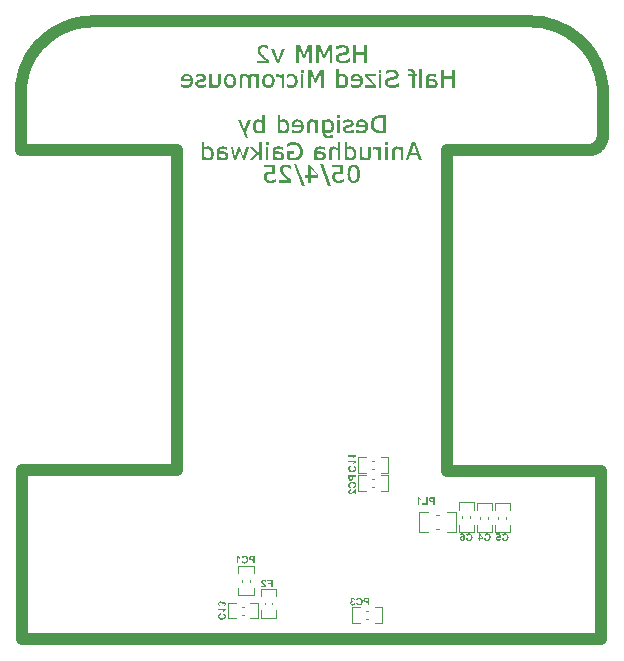
<source format=gbo>
%FSTAX23Y23*%
%MOIN*%
%SFA1B1*%

%IPPOS*%
%ADD17C,0.003937*%
%ADD58C,0.040000*%
%LNhsmm-1*%
%LPD*%
G36*
X00094Y00643D02*
X00085D01*
Y00652*
X00094*
Y00643*
G37*
G36*
X00056Y00638D02*
X00057Y00638D01*
X00059Y00638*
X0006Y00637*
X00061Y00637*
X00062Y00637*
X00062Y00637*
X00062Y00636*
X00064Y00636*
X00065Y00635*
X00066Y00634*
X00067Y00634*
X00068Y00633*
X00068Y00632*
X00069Y00632*
X00069Y00632*
X0007Y00631*
X00071Y0063*
X00071Y00628*
X00072Y00627*
X00073Y00626*
X00073Y00625*
X00073Y00625*
X00073Y00625*
Y00625*
X00074Y00623*
X00074Y00621*
X00074Y0062*
X00075Y00618*
X00075Y00617*
Y00616*
X00075Y00616*
Y00615*
Y00615*
Y00615*
Y00615*
X00075Y00613*
X00075Y00611*
X00074Y00609*
X00074Y00608*
X00074Y00606*
X00073Y00605*
X00073Y00604*
X00072Y00603*
X00072Y00602*
X00071Y00601*
X00071Y006*
X00071Y006*
X0007Y00599*
X0007Y00599*
X0007Y00599*
X0007Y00598*
X00069Y00597*
X00068Y00597*
X00067Y00596*
X00066Y00595*
X00065Y00595*
X00064Y00594*
X00062Y00593*
X0006Y00593*
X00059Y00593*
X00058Y00593*
X00058Y00593*
X00057*
X00055Y00593*
X00054Y00593*
X00052Y00593*
X00051Y00593*
X0005Y00594*
X0005Y00594*
X00049Y00594*
X00049Y00594*
X00048Y00594*
X00047Y00595*
X00046Y00596*
X00045Y00596*
X00045Y00597*
X00044Y00597*
X00044Y00598*
X00044Y00598*
Y00595*
X00044Y00593*
X00044Y00592*
X00044Y00592*
X00044Y00591*
X00044Y00591*
X00044Y0059*
Y0059*
X00045Y00589*
X00045Y00588*
X00046Y00588*
X00046Y00587*
X00046Y00587*
X00046Y00587*
X00046Y00587*
X00047Y00586*
X00047Y00586*
X00048Y00585*
X00049Y00585*
X00049Y00585*
X0005Y00585*
X0005*
X00051Y00584*
X00052Y00584*
X00053Y00584*
X00053Y00584*
X00054*
X00055Y00584*
X00056*
X00057Y00584*
X00058Y00584*
X0006Y00584*
X00061Y00584*
X00062Y00584*
X00062Y00585*
X00063Y00585*
X00063*
X00064Y00585*
X00066Y00585*
X00067Y00586*
X00067Y00586*
X00068Y00586*
X00069Y00586*
X00069Y00586*
X0007*
Y00578*
X00069Y00577*
X00067Y00577*
X00066Y00577*
X00065Y00577*
X00064Y00576*
X00064Y00576*
X00063Y00576*
X00063*
X00061Y00576*
X00059Y00576*
X00058*
X00057Y00576*
X00056*
X00054Y00576*
X00052Y00576*
X00051Y00576*
X00049Y00576*
X00048Y00577*
X00046Y00577*
X00045Y00578*
X00044Y00578*
X00043Y00579*
X00042Y00579*
X00042Y0058*
X00041Y0058*
X00041Y00581*
X0004Y00581*
X0004Y00581*
X0004Y00581*
X00039Y00582*
X00038Y00583*
X00038Y00585*
X00037Y00586*
X00037Y00587*
X00036Y00589*
X00036Y00591*
X00035Y00593*
X00035Y00594*
X00035Y00595*
X00035Y00596*
X00035Y00597*
Y00597*
Y00598*
Y00598*
Y00637*
X00043*
X00044Y00635*
X00045Y00636*
X00047Y00637*
X00047Y00637*
X00048Y00637*
X00048Y00637*
X00048*
X00049Y00638*
X0005Y00638*
X00051Y00638*
X00052Y00638*
X00053Y00638*
X00055*
X00056Y00638*
G37*
G36*
X-00157Y00592D02*
X-00165D01*
X-00166Y00594*
X-00166Y00593*
X-00167Y00593*
X-00169Y00592*
X-00169Y00592*
X-0017Y00592*
X-0017Y00592*
X-0017*
X-00171Y00591*
X-00172Y00591*
X-00174Y00591*
X-00175Y00591*
X-00175*
X-00176Y00591*
X-00177*
X-00178Y00591*
X-0018Y00591*
X-00181Y00591*
X-00182Y00592*
X-00183Y00592*
X-00184Y00592*
X-00184Y00592*
X-00184Y00592*
X-00186Y00593*
X-00187Y00594*
X-00188Y00595*
X-00189Y00595*
X-0019Y00596*
X-0019Y00597*
X-00191Y00597*
X-00191Y00597*
X-00192Y00598*
X-00193Y006*
X-00193Y00601*
X-00194Y00602*
X-00194Y00603*
X-00195Y00604*
X-00195Y00605*
X-00195Y00605*
Y00605*
X-00196Y00606*
X-00196Y00608*
X-00196Y0061*
X-00197Y00611*
X-00197Y00613*
Y00613*
X-00197Y00614*
Y00614*
Y00615*
Y00615*
Y00615*
X-00197Y00617*
X-00197Y00619*
X-00196Y0062*
X-00196Y00622*
X-00196Y00624*
X-00195Y00625*
X-00195Y00626*
X-00194Y00627*
X-00194Y00628*
X-00193Y00629*
X-00193Y0063*
X-00193Y00631*
X-00192Y00631*
X-00192Y00632*
X-00192Y00632*
X-00192Y00632*
X-00191Y00633*
X-0019Y00634*
X-00189Y00635*
X-00188Y00635*
X-00187Y00636*
X-00186Y00637*
X-00184Y00637*
X-00182Y00638*
X-00181Y00638*
X-00181Y00638*
X-0018Y00638*
X-00179*
X-00178Y00638*
X-00176Y00638*
X-00175Y00638*
X-00173Y00637*
X-00172Y00637*
X-00172Y00637*
X-00171Y00636*
X-00171Y00636*
X-0017Y00636*
X-00169Y00635*
X-00168Y00634*
X-00167Y00634*
X-00167Y00633*
X-00166Y00633*
X-00166Y00632*
X-00166Y00632*
Y00654*
X-00157*
Y00592*
G37*
G36*
X-0022Y00595D02*
X-00212Y00576D01*
X-00221*
X-00247Y00637*
X-00237*
X-00225Y00605*
X-00212Y00637*
X-00203*
X-0022Y00595*
G37*
G36*
X00168Y00638D02*
X00169Y00638D01*
X00171Y00637*
X00173Y00637*
X00174Y00637*
X00175Y00636*
X00176Y00635*
X00177Y00635*
X00178Y00634*
X00179Y00634*
X0018Y00633*
X00181Y00633*
X00181Y00632*
X00181Y00632*
X00182Y00632*
X00182Y00632*
X00183Y0063*
X00184Y00629*
X00184Y00628*
X00185Y00626*
X00186Y00625*
X00186Y00623*
X00187Y0062*
X00187Y00619*
X00187Y00618*
X00187Y00617*
X00188Y00616*
X00188Y00615*
Y00615*
Y00614*
Y00614*
X00188Y00612*
X00187Y0061*
X00187Y00608*
X00187Y00607*
X00186Y00605*
X00186Y00604*
X00185Y00603*
X00185Y00601*
X00184Y006*
X00183Y006*
X00183Y00599*
X00182Y00598*
X00182Y00598*
X00182Y00597*
X00182Y00597*
X00181Y00597*
X0018Y00596*
X00179Y00595*
X00178Y00594*
X00176Y00594*
X00175Y00593*
X00173Y00592*
X0017Y00592*
X00169Y00592*
X00168Y00591*
X00167Y00591*
X00166Y00591*
X00165Y00591*
X00164*
X00162Y00591*
X00161Y00591*
X0016Y00591*
X00158Y00592*
X00157Y00592*
X00156Y00592*
X00156Y00592*
X00156*
X00153Y00593*
X00152Y00593*
X0015Y00594*
X00149Y00594*
X00148Y00595*
X00148Y00595*
X00148Y00595*
X00148*
Y00604*
X00149*
X0015Y00603*
X00151Y00603*
X00152Y00602*
X00153Y00602*
X00154Y00601*
X00155Y00601*
X00155Y00601*
X00156Y00601*
X00156*
X00157Y006*
X00159Y006*
X0016Y00599*
X00161Y00599*
X00163Y00599*
X00163Y00599*
X00165*
X00166Y00599*
X00167Y00599*
X00168Y00599*
X00169Y00599*
X0017Y006*
X0017Y006*
X0017*
X00171Y006*
X00172Y00601*
X00173Y00601*
X00173Y00602*
X00174Y00602*
X00175Y00602*
X00175Y00603*
X00175Y00603*
X00176Y00603*
X00176Y00604*
X00177Y00605*
X00177Y00606*
X00177Y00607*
X00177Y00607*
X00178Y00607*
X00178Y00608*
X00178Y00609*
X00178Y0061*
X00178Y00611*
X00179Y00612*
X00179Y00612*
Y00613*
Y00613*
X00147*
Y00618*
X00147Y00619*
X00147Y00621*
X00147Y00623*
X00148Y00624*
X00148Y00625*
X00148Y00627*
X00149Y00628*
X00149Y00629*
X0015Y0063*
X0015Y00631*
X00151Y00631*
X00151Y00632*
X00151Y00632*
X00152Y00632*
X00152Y00633*
X00152Y00633*
X00153Y00634*
X00154Y00635*
X00155Y00635*
X00156Y00636*
X00157Y00636*
X00158Y00637*
X00161Y00637*
X00162Y00638*
X00163Y00638*
X00164Y00638*
X00164Y00638*
X00165Y00638*
X00166*
X00168Y00638*
G37*
G36*
X-00046D02*
X-00045Y00638D01*
X-00043Y00637*
X-00041Y00637*
X-0004Y00637*
X-00039Y00636*
X-00037Y00635*
X-00036Y00635*
X-00035Y00634*
X-00035Y00634*
X-00034Y00633*
X-00033Y00633*
X-00033Y00632*
X-00032Y00632*
X-00032Y00632*
X-00032Y00632*
X-00031Y0063*
X-0003Y00629*
X-00029Y00628*
X-00029Y00626*
X-00028Y00625*
X-00028Y00623*
X-00027Y0062*
X-00027Y00619*
X-00027Y00618*
X-00026Y00617*
X-00026Y00616*
X-00026Y00615*
Y00615*
Y00614*
Y00614*
X-00026Y00612*
X-00027Y0061*
X-00027Y00608*
X-00027Y00607*
X-00028Y00605*
X-00028Y00604*
X-00029Y00603*
X-00029Y00601*
X-0003Y006*
X-00031Y006*
X-00031Y00599*
X-00031Y00598*
X-00032Y00598*
X-00032Y00597*
X-00032Y00597*
X-00032Y00597*
X-00034Y00596*
X-00035Y00595*
X-00036Y00594*
X-00038Y00594*
X-00039Y00593*
X-00041Y00592*
X-00043Y00592*
X-00045Y00592*
X-00046Y00591*
X-00047Y00591*
X-00048Y00591*
X-00049Y00591*
X-0005*
X-00051Y00591*
X-00053Y00591*
X-00054Y00591*
X-00056Y00592*
X-00057Y00592*
X-00057Y00592*
X-00058Y00592*
X-00058*
X-00061Y00593*
X-00062Y00593*
X-00064Y00594*
X-00065Y00594*
X-00066Y00595*
X-00066Y00595*
X-00066Y00595*
X-00066*
Y00604*
X-00065*
X-00064Y00603*
X-00063Y00603*
X-00062Y00602*
X-00061Y00602*
X-0006Y00601*
X-00059Y00601*
X-00058Y00601*
X-00058Y00601*
X-00058*
X-00057Y006*
X-00055Y006*
X-00054Y00599*
X-00052Y00599*
X-00051Y00599*
X-00051Y00599*
X-00049*
X-00048Y00599*
X-00047Y00599*
X-00046Y00599*
X-00045Y00599*
X-00044Y006*
X-00044Y006*
X-00044*
X-00043Y006*
X-00042Y00601*
X-00041Y00601*
X-0004Y00602*
X-0004Y00602*
X-00039Y00602*
X-00039Y00603*
X-00039Y00603*
X-00038Y00603*
X-00038Y00604*
X-00037Y00605*
X-00037Y00606*
X-00037Y00607*
X-00036Y00607*
X-00036Y00607*
X-00036Y00608*
X-00036Y00609*
X-00036Y0061*
X-00035Y00611*
X-00035Y00612*
X-00035Y00612*
Y00613*
Y00613*
X-00067*
Y00618*
X-00067Y00619*
X-00067Y00621*
X-00067Y00623*
X-00066Y00624*
X-00066Y00625*
X-00066Y00627*
X-00065Y00628*
X-00065Y00629*
X-00064Y0063*
X-00064Y00631*
X-00063Y00631*
X-00063Y00632*
X-00063Y00632*
X-00062Y00632*
X-00062Y00633*
X-00062Y00633*
X-00061Y00634*
X-0006Y00635*
X-00059Y00635*
X-00058Y00636*
X-00057Y00636*
X-00055Y00637*
X-00053Y00637*
X-00052Y00638*
X-00051Y00638*
X-0005Y00638*
X-0005Y00638*
X-00049Y00638*
X-00048*
X-00046Y00638*
G37*
G36*
X00247Y00592D02*
X00231D01*
X00228Y00592*
X00226Y00592*
X00223Y00592*
X00223Y00592*
X00222Y00593*
X00221Y00593*
X0022Y00593*
X0022Y00593*
X00219Y00593*
X00219Y00593*
X00218Y00593*
X00218*
X00216Y00594*
X00215Y00594*
X00213Y00595*
X00212Y00595*
X00211Y00596*
X0021Y00596*
X00209Y00597*
X00209Y00597*
X00207Y00598*
X00205Y006*
X00203Y00602*
X00202Y00603*
X00201Y00605*
X00201Y00605*
X002Y00606*
X002Y00606*
X002Y00607*
X002Y00607*
Y00607*
X00198Y00609*
X00198Y00612*
X00197Y00615*
X00197Y00617*
X00196Y00618*
X00196Y00619*
X00196Y0062*
Y0062*
X00196Y00621*
Y00621*
Y00622*
Y00622*
X00196Y00625*
X00197Y00628*
X00197Y0063*
X00197Y00631*
X00198Y00632*
X00198Y00633*
X00198Y00634*
X00199Y00635*
X00199Y00635*
X00199Y00636*
X00199Y00636*
X002Y00636*
Y00636*
X00201Y00639*
X00202Y00641*
X00204Y00642*
X00206Y00644*
X00207Y00645*
X00207Y00645*
X00208Y00646*
X00208Y00646*
X00209Y00646*
X00209Y00647*
X00209*
X0021Y00647*
X00212Y00648*
X00213Y00649*
X00215Y00649*
X00216Y00649*
X00217Y0065*
X00217Y0065*
X00217*
X00218Y0065*
X00218*
X0022Y0065*
X00222Y00651*
X00224Y00651*
X00226Y00651*
X00227Y00651*
X00228*
X00229Y00651*
X00247*
Y00592*
G37*
G36*
X00094D02*
X00085D01*
Y00637*
X00094*
Y00592*
G37*
G36*
X0Y00638D02*
X00001Y00638D01*
X00003Y00638*
X00004Y00637*
X00005Y00637*
X00006Y00637*
X00006Y00636*
X00006Y00636*
X00008Y00636*
X00009Y00635*
X0001Y00634*
X00011Y00634*
X00011Y00633*
X00012Y00633*
X00012Y00632*
X00012Y00632*
Y00637*
X00021*
Y00592*
X00012*
Y00625*
X0001Y00626*
X00009Y00627*
X00008Y00627*
X00008Y00628*
X00007Y00628*
X00007Y00628*
X00006Y00628*
X00005Y00629*
X00004Y00629*
X00003Y00629*
X00002Y00629*
X00002Y0063*
X00001Y0063*
X0*
X0Y0063*
X-00001Y00629*
X-00002Y00629*
X-00002Y00629*
X-00003Y00629*
X-00003Y00629*
X-00003*
X-00003Y00629*
X-00004Y00628*
X-00005Y00627*
X-00005Y00627*
X-00005Y00627*
X-00006Y00626*
X-00006Y00626*
X-00006Y00626*
X-00006Y00625*
X-00006Y00624*
X-00006Y00624*
X-00006Y00623*
X-00007Y00623*
Y00623*
X-00007Y00621*
X-00007Y0062*
X-00007Y00619*
Y00619*
Y00618*
Y00618*
Y00618*
Y00592*
X-00016*
Y00621*
Y00622*
X-00016Y00624*
X-00015Y00625*
X-00015Y00626*
X-00015Y00627*
X-00015Y00629*
X-00014Y00629*
X-00014Y0063*
X-00014Y00631*
X-00013Y00632*
X-00013Y00632*
X-00013Y00633*
X-00012Y00633*
X-00012Y00633*
X-00012Y00633*
X-00012Y00634*
X-00011Y00634*
X-0001Y00635*
X-00009Y00636*
X-00008Y00636*
X-00007Y00637*
X-00005Y00638*
X-00003Y00638*
X-00002Y00638*
X-00002*
X-00001Y00638*
X-00001*
X0Y00638*
G37*
G36*
X00122Y00638D02*
X00124Y00638D01*
X00125Y00638*
X00126Y00637*
X00127Y00637*
X00128Y00637*
X00128Y00637*
X00129Y00637*
X0013Y00636*
X00131Y00636*
X00132Y00635*
X00133Y00635*
X00133Y00634*
X00134Y00634*
X00134Y00634*
X00134Y00634*
X00135Y00633*
X00136Y00632*
X00136Y00631*
X00137Y00631*
X00137Y0063*
X00138Y0063*
X00138Y00629*
X00138Y00629*
X00138Y00628*
X00138Y00627*
X00139Y00626*
X00139Y00626*
X00139Y00625*
X00139Y00624*
Y00624*
Y00624*
X00139Y00622*
X00139Y00621*
X00138Y00619*
X00138Y00618*
X00137Y00617*
X00137Y00617*
X00137Y00616*
X00136Y00616*
X00135Y00615*
X00134Y00614*
X00133Y00613*
X00131Y00613*
X0013Y00612*
X00129Y00612*
X00129Y00612*
X00128Y00612*
X00128Y00611*
X00128*
X00126Y00611*
X00126Y00611*
X00125Y00611*
X00124Y00611*
X00124Y00611*
X00124Y0061*
X00124*
X00123Y0061*
X00122Y0061*
X00121Y0061*
X00121Y0061*
X0012Y0061*
X0012Y0061*
X00119Y0061*
X00119*
X00118Y00609*
X00117Y00609*
X00116Y00609*
X00115Y00608*
X00115Y00608*
X00114Y00608*
X00114Y00608*
X00114Y00608*
X00114Y00607*
X00113Y00607*
X00113Y00606*
X00113Y00605*
X00113Y00605*
Y00604*
Y00604*
X00113Y00603*
X00113Y00602*
X00114Y00602*
X00114Y00601*
X00115Y00601*
X00115Y006*
X00115Y006*
X00115Y006*
X00116Y006*
X00117Y00599*
X00119Y00599*
X0012Y00599*
X00121Y00599*
X00122Y00599*
X00122*
X00124Y00599*
X00125Y00599*
X00126Y00599*
X00128Y00599*
X00129Y006*
X00129Y006*
X0013Y006*
X0013Y006*
X0013*
X00132Y00601*
X00133Y00601*
X00134Y00602*
X00135Y00603*
X00136Y00603*
X00137Y00604*
X00137Y00604*
X00138Y00604*
X00139*
Y00595*
X00137Y00594*
X00135Y00593*
X00134Y00593*
X00133Y00593*
X00133Y00592*
X00132Y00592*
X00132Y00592*
X0013Y00592*
X00129Y00591*
X00127Y00591*
X00126Y00591*
X00125Y00591*
X00124Y00591*
X00123*
X00121Y00591*
X0012Y00591*
X00118Y00591*
X00117Y00592*
X00116Y00592*
X00115Y00592*
X00114Y00593*
X00113Y00593*
X00112Y00593*
X00111Y00594*
X0011Y00594*
X0011Y00594*
X00109Y00595*
X00109Y00595*
X00109Y00595*
X00109*
X00108Y00596*
X00107Y00597*
X00106Y00597*
X00106Y00598*
X00105Y00599*
X00105Y006*
X00104Y00602*
X00104Y00603*
X00104Y00604*
X00104Y00604*
X00104Y00605*
Y00605*
Y00605*
Y00605*
X00104Y00607*
X00104Y00609*
X00105Y0061*
X00105Y00611*
X00106Y00612*
X00106Y00612*
X00106Y00612*
X00106Y00613*
X00108Y00614*
X00109Y00615*
X00111Y00616*
X00112Y00617*
X00113Y00617*
X00114Y00617*
X00114Y00617*
X00115Y00618*
X00115Y00618*
X00115*
X00116Y00618*
X00117Y00618*
X00118Y00618*
X00118Y00618*
X00119Y00618*
X00119*
X00121Y00619*
X00121Y00619*
X00122Y00619*
X00123Y00619*
X00123Y00619*
X00123Y00619*
X00124*
X00125Y0062*
X00126Y0062*
X00126Y0062*
X00127Y0062*
X00128Y00621*
X00128Y00621*
X00128Y00621*
X00128*
X00129Y00622*
X00129Y00622*
X00129Y00623*
X0013Y00624*
X0013Y00624*
X0013Y00625*
Y00625*
Y00625*
X0013Y00626*
X00129Y00627*
X00129Y00627*
X00129Y00628*
X00128Y00628*
X00128Y00629*
X00127Y00629*
X00127Y00629*
X00126Y00629*
X00125Y0063*
X00124Y0063*
X00123Y0063*
X00122Y0063*
X00122Y0063*
X00121*
X0012Y0063*
X00118Y0063*
X00117Y0063*
X00116Y0063*
X00115Y00629*
X00114Y00629*
X00114Y00629*
X00114Y00629*
X00112Y00628*
X00111Y00628*
X0011Y00627*
X00109Y00627*
X00108Y00626*
X00108Y00626*
X00107Y00625*
X00107Y00625*
X00105*
Y00634*
X00108Y00635*
X00109Y00636*
X0011Y00636*
X00111Y00637*
X00112Y00637*
X00113Y00637*
X00113*
X00114Y00637*
X00116Y00637*
X00117Y00638*
X00118Y00638*
X00119*
X0012Y00638*
X00121*
X00122Y00638*
G37*
G36*
X-00105Y00635D02*
X-00105Y00636D01*
X-00104Y00636*
X-00102Y00637*
X-00102Y00637*
X-00101Y00637*
X-00101Y00637*
X-00101*
X-00099Y00638*
X-00098Y00638*
X-00097Y00638*
X-00096Y00638*
X-00095*
X-00093Y00638*
X-00092Y00638*
X-00091Y00638*
X-00089Y00637*
X-00088Y00637*
X-00088Y00637*
X-00087Y00637*
X-00087Y00636*
X-00086Y00636*
X-00084Y00635*
X-00083Y00634*
X-00082Y00633*
X-00082Y00633*
X-00081Y00632*
X-00081Y00632*
X-00081Y00632*
X-0008Y0063*
X-00079Y00629*
X-00078Y00628*
X-00077Y00627*
X-00077Y00626*
X-00076Y00625*
X-00076Y00624*
X-00076Y00624*
Y00624*
X-00076Y00623*
X-00075Y00621*
X-00075Y00619*
X-00075Y00618*
X-00075Y00616*
Y00616*
X-00075Y00615*
Y00615*
Y00614*
Y00614*
Y00614*
X-00075Y00612*
X-00075Y0061*
X-00075Y00608*
X-00075Y00607*
X-00076Y00605*
X-00076Y00604*
X-00077Y00603*
X-00077Y00601*
X-00077Y006*
X-00078Y006*
X-00078Y00599*
X-00079Y00598*
X-00079Y00598*
X-00079Y00597*
X-00079Y00597*
X-00079Y00597*
X-0008Y00596*
X-00081Y00595*
X-00082Y00594*
X-00083Y00593*
X-00084Y00593*
X-00086Y00592*
X-00088Y00592*
X-00089Y00591*
X-0009Y00591*
X-00091Y00591*
X-00091Y00591*
X-00092*
X-00094Y00591*
X-00095Y00591*
X-00097Y00591*
X-00098Y00592*
X-00099Y00592*
X-00099Y00592*
X-001Y00592*
X-001Y00592*
X-00101Y00593*
X-00102Y00594*
X-00103Y00594*
X-00104Y00595*
X-00105Y00596*
X-00105Y00596*
X-00105Y00596*
X-00105Y00597*
Y00592*
X-00114*
Y00654*
X-00105*
Y00635*
G37*
G36*
X00254Y00552D02*
X00244D01*
Y00561*
X00254*
Y00552*
G37*
G36*
X-00144D02*
X-00154D01*
Y00561*
X-00144*
Y00552*
G37*
G36*
X00095Y00502D02*
X00086D01*
Y00535*
X00084Y00536*
X00083Y00537*
X00082Y00537*
X00081Y00537*
X00081Y00538*
X0008Y00538*
X0008Y00538*
X00079Y00538*
X00078Y00539*
X00077Y00539*
X00076Y00539*
X00075Y00539*
X00075Y00539*
X00073*
X00072Y00539*
X00072Y00539*
X00071Y00539*
X0007Y00539*
X0007Y00539*
X0007Y00539*
X0007*
X00069Y00538*
X00069Y00538*
X00068Y00537*
X00068Y00537*
X00067Y00536*
X00067Y00536*
X00067Y00536*
X00067Y00536*
X00067Y00535*
X00066Y00534*
X00066Y00533*
X00066Y00533*
X00066Y00533*
Y00533*
X00066Y00531*
X00066Y0053*
X00066Y00529*
Y00528*
Y00528*
Y00527*
Y00527*
Y00502*
X00057*
Y00531*
Y00532*
X00057Y00534*
X00057Y00535*
X00058Y00536*
X00058Y00537*
X00058Y00538*
X00058Y00539*
X00059Y0054*
X00059Y00541*
X0006Y00542*
X0006Y00542*
X0006Y00543*
X0006Y00543*
X00061Y00543*
X00061Y00543*
X00061Y00543*
X00062Y00544*
X00062Y00545*
X00063Y00545*
X00064Y00546*
X00066Y00547*
X00068Y00547*
X0007Y00548*
X0007Y00548*
X00071*
X00071Y00548*
X00072*
X00074Y00548*
X00075Y00548*
X00076Y00547*
X00078Y00547*
X00079Y00547*
X00079Y00546*
X0008Y00546*
X0008Y00546*
X00081Y00546*
X00082Y00545*
X00083Y00544*
X00084Y00543*
X00085Y00543*
X00086Y00542*
X00086Y00542*
X00086Y00542*
Y00564*
X00095*
Y00502*
G37*
G36*
X00231D02*
X00222D01*
Y00533*
X00221Y00534*
X0022Y00535*
X00219Y00536*
X00218Y00536*
X00218Y00536*
X00217Y00536*
X00217Y00537*
X00216Y00537*
X00215Y00537*
X00214Y00538*
X00213Y00538*
X00212Y00538*
X00211Y00538*
X00209*
X00209Y00538*
X00208*
X00208Y00538*
X00207*
X00206Y00538*
X00205Y00537*
X00205Y00537*
X00204*
X00204Y00537*
X00203*
Y00546*
X00204Y00546*
X00204Y00546*
X00205*
X00205Y00546*
X00206Y00547*
X00206*
X00206Y00547*
X00207*
X00208Y00547*
X00209*
X0021Y00547*
X00211Y00546*
X00213Y00546*
X00214Y00546*
X00215Y00546*
X00215Y00545*
X00216Y00545*
X00216Y00545*
X00217Y00545*
X00218Y00544*
X0022Y00543*
X00221Y00542*
X00221Y00541*
X00222Y00541*
X00222Y00541*
X00222Y0054*
Y00547*
X00231*
Y00502*
G37*
G36*
X00031Y00548D02*
X00032Y00548D01*
X00033Y00547*
X00034Y00547*
X00035Y00547*
X00036Y00547*
X00036*
X00037Y00547*
X00039Y00546*
X0004Y00546*
X00041Y00546*
X00042Y00546*
X00042Y00546*
X00043Y00546*
X00043*
Y00537*
X00041*
X0004Y00537*
X00039Y00538*
X00037Y00538*
X00036Y00538*
X00035Y00539*
X00035Y00539*
X00034Y00539*
X00034*
X00033Y00539*
X00032Y00539*
X00031Y0054*
X0003Y0054*
X00029Y0054*
X00028*
X00026Y0054*
X00026*
X00025Y0054*
X00024Y0054*
X00024*
X00024Y00539*
X00024*
X00022Y00539*
X00022Y00539*
X00021Y00539*
X00021Y00539*
X0002Y00538*
X0002Y00538*
X0002*
X00019Y00538*
X00018Y00537*
X00018Y00536*
X00018Y00536*
Y00536*
X00017Y00535*
X00017Y00534*
X00017Y00533*
Y00533*
Y00532*
Y00532*
Y00532*
X00019Y00532*
X00021Y00532*
X00023Y00531*
X00025Y00531*
X00026Y00531*
X00027*
X00027Y00531*
X00028*
X00028Y00531*
X00028*
X0003Y00531*
X00032Y0053*
X00034Y0053*
X00035Y00529*
X00036Y00529*
X00037Y00529*
X00038Y00529*
X00038Y00529*
X00038*
X00039Y00528*
X00041Y00527*
X00042Y00526*
X00043Y00525*
X00043Y00525*
X00044Y00524*
X00044Y00524*
X00044Y00523*
X00045Y00522*
X00046Y00521*
X00046Y00519*
X00046Y00518*
X00046Y00517*
X00047Y00516*
Y00516*
Y00515*
Y00515*
Y00515*
X00046Y00514*
X00046Y00513*
X00046Y00511*
X00045Y00509*
X00044Y00507*
X00044Y00506*
X00043Y00505*
X00042Y00505*
X00042Y00505*
Y00505*
X00041Y00504*
X00041Y00503*
X00039Y00502*
X00037Y00502*
X00035Y00501*
X00034Y00501*
X00033Y00501*
X00033*
X00032Y00501*
X00031*
X00029Y00501*
X00028Y00501*
X00028Y00501*
X00027Y00501*
X00026Y00501*
X00026Y00501*
X00026*
X00024Y00502*
X00024Y00502*
X00023Y00502*
X00022Y00502*
X00022Y00503*
X00022Y00503*
X00022*
X00021Y00503*
X00019Y00504*
X00019Y00504*
X00019Y00504*
X00019Y00505*
X00018Y00505*
X00018Y00505*
X00018Y00505*
X00017Y00506*
X00017Y00506*
X00017Y00506*
Y00502*
X00008*
Y00532*
X00008Y00533*
X00008Y00535*
X00009Y00536*
X00009Y00537*
X00009Y00538*
X00009Y00539*
X00009Y00539*
X00009Y00539*
X0001Y0054*
X00011Y00541*
X00011Y00542*
X00012Y00543*
X00013Y00543*
X00013Y00544*
X00013Y00544*
X00013Y00544*
X00014Y00545*
X00016Y00545*
X00017Y00546*
X00018Y00546*
X00018Y00547*
X00019Y00547*
X00019Y00547*
X0002*
X00021Y00547*
X00022Y00547*
X00024Y00548*
X00025Y00548*
X00026Y00548*
X00028*
X00031Y00548*
G37*
G36*
X-00109D02*
X-00107Y00548D01*
X-00106Y00547*
X-00105Y00547*
X-00104Y00547*
X-00104Y00547*
X-00103*
X-00102Y00547*
X-00101Y00546*
X-00099Y00546*
X-00098Y00546*
X-00098Y00546*
X-00097Y00546*
X-00097Y00546*
X-00097*
Y00537*
X-00098*
X-00099Y00537*
X-00101Y00538*
X-00102Y00538*
X-00103Y00538*
X-00104Y00539*
X-00105Y00539*
X-00105Y00539*
X-00105*
X-00106Y00539*
X-00108Y00539*
X-00109Y0054*
X-0011Y0054*
X-0011Y0054*
X-00111*
X-00113Y0054*
X-00114*
X-00114Y0054*
X-00115Y0054*
X-00115*
X-00116Y00539*
X-00116*
X-00117Y00539*
X-00118Y00539*
X-00118Y00539*
X-00119Y00539*
X-00119Y00538*
X-00119Y00538*
X-00119*
X-0012Y00538*
X-00121Y00537*
X-00121Y00536*
X-00121Y00536*
Y00536*
X-00122Y00535*
X-00122Y00534*
X-00122Y00533*
Y00533*
Y00532*
Y00532*
Y00532*
X-0012Y00532*
X-00118Y00532*
X-00116Y00531*
X-00114Y00531*
X-00113Y00531*
X-00112*
X-00112Y00531*
X-00111*
X-00111Y00531*
X-00111*
X-00109Y00531*
X-00107Y0053*
X-00105Y0053*
X-00104Y00529*
X-00103Y00529*
X-00102Y00529*
X-00101Y00529*
X-00101Y00529*
X-00101*
X-001Y00528*
X-00099Y00527*
X-00097Y00526*
X-00097Y00525*
X-00096Y00525*
X-00095Y00524*
X-00095Y00524*
X-00095Y00523*
X-00094Y00522*
X-00094Y00521*
X-00093Y00519*
X-00093Y00518*
X-00093Y00517*
X-00093Y00516*
Y00516*
Y00515*
Y00515*
Y00515*
X-00093Y00514*
X-00093Y00513*
X-00093Y00511*
X-00094Y00509*
X-00095Y00507*
X-00096Y00506*
X-00096Y00505*
X-00097Y00505*
X-00097Y00505*
Y00505*
X-00098Y00504*
X-00099Y00503*
X-001Y00502*
X-00102Y00502*
X-00104Y00501*
X-00105Y00501*
X-00106Y00501*
X-00106*
X-00107Y00501*
X-00109*
X-0011Y00501*
X-00111Y00501*
X-00112Y00501*
X-00112Y00501*
X-00113Y00501*
X-00113Y00501*
X-00113*
X-00115Y00502*
X-00116Y00502*
X-00116Y00502*
X-00117Y00502*
X-00117Y00503*
X-00117Y00503*
X-00117*
X-00119Y00503*
X-0012Y00504*
X-0012Y00504*
X-0012Y00504*
X-00121Y00505*
X-00121Y00505*
X-00121Y00505*
X-00122Y00505*
X-00122Y00506*
X-00122Y00506*
X-00122Y00506*
Y00502*
X-00131*
Y00532*
X-00131Y00533*
X-00131Y00535*
X-00131Y00536*
X-00131Y00537*
X-0013Y00538*
X-0013Y00539*
X-0013Y00539*
X-0013Y00539*
X-00129Y0054*
X-00129Y00541*
X-00128Y00542*
X-00127Y00543*
X-00127Y00543*
X-00126Y00544*
X-00126Y00544*
X-00126Y00544*
X-00125Y00545*
X-00124Y00545*
X-00123Y00546*
X-00122Y00546*
X-00121Y00547*
X-0012Y00547*
X-0012Y00547*
X-0012*
X-00118Y00547*
X-00117Y00547*
X-00115Y00548*
X-00114Y00548*
X-00113Y00548*
X-00111*
X-00109Y00548*
G37*
G36*
X-00294D02*
X-00293Y00548D01*
X-00291Y00547*
X-0029Y00547*
X-0029Y00547*
X-00289Y00547*
X-00289*
X-00287Y00547*
X-00286Y00546*
X-00285Y00546*
X-00284Y00546*
X-00283Y00546*
X-00283Y00546*
X-00282Y00546*
X-00282*
Y00537*
X-00283*
X-00285Y00537*
X-00286Y00538*
X-00287Y00538*
X-00288Y00538*
X-00289Y00539*
X-0029Y00539*
X-0029Y00539*
X-00291*
X-00292Y00539*
X-00293Y00539*
X-00294Y0054*
X-00295Y0054*
X-00296Y0054*
X-00297*
X-00298Y0054*
X-00299*
X-003Y0054*
X-003Y0054*
X-00301*
X-00301Y00539*
X-00301*
X-00303Y00539*
X-00303Y00539*
X-00304Y00539*
X-00304Y00539*
X-00304Y00538*
X-00305Y00538*
X-00305*
X-00306Y00538*
X-00306Y00537*
X-00307Y00536*
X-00307Y00536*
Y00536*
X-00307Y00535*
X-00308Y00534*
X-00308Y00533*
Y00533*
Y00532*
Y00532*
Y00532*
X-00306Y00532*
X-00304Y00532*
X-00302Y00531*
X-003Y00531*
X-00298Y00531*
X-00298*
X-00297Y00531*
X-00297*
X-00297Y00531*
X-00296*
X-00294Y00531*
X-00293Y0053*
X-00291Y0053*
X-00289Y00529*
X-00288Y00529*
X-00287Y00529*
X-00287Y00529*
X-00287Y00529*
X-00287*
X-00285Y00528*
X-00284Y00527*
X-00283Y00526*
X-00282Y00525*
X-00281Y00525*
X-00281Y00524*
X-0028Y00524*
X-0028Y00523*
X-0028Y00522*
X-00279Y00521*
X-00279Y00519*
X-00278Y00518*
X-00278Y00517*
X-00278Y00516*
Y00516*
Y00515*
Y00515*
Y00515*
X-00278Y00514*
X-00278Y00513*
X-00279Y00511*
X-0028Y00509*
X-0028Y00507*
X-00281Y00506*
X-00282Y00505*
X-00282Y00505*
X-00282Y00505*
Y00505*
X-00283Y00504*
X-00284Y00503*
X-00286Y00502*
X-00288Y00502*
X-00289Y00501*
X-00291Y00501*
X-00291Y00501*
X-00292*
X-00292Y00501*
X-00294*
X-00295Y00501*
X-00296Y00501*
X-00297Y00501*
X-00298Y00501*
X-00298Y00501*
X-00299Y00501*
X-00299*
X-003Y00502*
X-00301Y00502*
X-00302Y00502*
X-00302Y00502*
X-00303Y00503*
X-00303Y00503*
X-00303*
X-00304Y00503*
X-00305Y00504*
X-00306Y00504*
X-00306Y00504*
X-00306Y00505*
X-00306Y00505*
X-00307Y00505*
X-00307Y00505*
X-00307Y00506*
X-00308Y00506*
X-00308Y00506*
Y00502*
X-00317*
Y00532*
X-00317Y00533*
X-00316Y00535*
X-00316Y00536*
X-00316Y00537*
X-00316Y00538*
X-00315Y00539*
X-00315Y00539*
X-00315Y00539*
X-00315Y0054*
X-00314Y00541*
X-00313Y00542*
X-00313Y00543*
X-00312Y00543*
X-00312Y00544*
X-00311Y00544*
X-00311Y00544*
X-0031Y00545*
X-00309Y00545*
X-00308Y00546*
X-00307Y00546*
X-00306Y00547*
X-00306Y00547*
X-00305Y00547*
X-00305*
X-00304Y00547*
X-00302Y00547*
X-00301Y00548*
X-003Y00548*
X-00299Y00548*
X-00297*
X-00294Y00548*
G37*
G36*
X-00167Y00502D02*
X-00176D01*
Y00517*
X-0018Y00521*
X-00197Y00502*
X-00208*
X-00186Y00526*
X-00206Y00547*
X-00196*
X-00176Y00525*
Y00564*
X-00167*
Y00502*
G37*
G36*
X-00223D02*
X-00231D01*
X-00241Y00535*
X-00252Y00502*
X-0026*
X-00271Y00547*
X-00262*
X-00255Y00513*
X-00245Y00547*
X-00238*
X-00228Y00513*
X-0022Y00547*
X-00211*
X-00223Y00502*
G37*
G36*
X00197Y00518D02*
X00197Y00516D01*
X00197Y00515*
X00197Y00513*
X00196Y00512*
X00196Y00511*
X00196Y0051*
X00195Y00509*
X00195Y00508*
X00195Y00507*
X00194Y00507*
X00194Y00506*
X00194Y00506*
X00193Y00505*
X00193Y00505*
X00193Y00505*
Y00505*
X00192Y00504*
X00191Y00504*
X0019Y00502*
X00188Y00502*
X00186Y00501*
X00184Y00501*
X00184Y00501*
X00183*
X00183Y00501*
X00182*
X0018Y00501*
X00179Y00501*
X00178Y00501*
X00176Y00501*
X00175Y00502*
X00175Y00502*
X00174Y00502*
X00174Y00502*
X00173Y00503*
X00172Y00504*
X00171Y00504*
X0017Y00505*
X00169Y00506*
X00169Y00506*
X00168Y00507*
X00168Y00507*
Y00502*
X00159*
Y00547*
X00168*
Y00514*
X0017Y00512*
X00171Y00512*
X00172Y00511*
X00173Y00511*
X00173Y00511*
X00174Y00511*
X00174Y0051*
X00175Y0051*
X00176Y0051*
X00177Y00509*
X00178Y00509*
X00179Y00509*
X00179Y00509*
X00181*
X00182Y00509*
X00183Y00509*
X00183Y00509*
X00184Y0051*
X00184Y0051*
X00184Y0051*
X00184*
X00185Y0051*
X00186Y00511*
X00187Y00512*
X00187Y00512*
Y00512*
X00187Y00513*
X00188Y00514*
X00188Y00515*
X00188Y00515*
X00188Y00516*
Y00516*
X00188Y00517*
X00188Y00517*
Y00518*
X00188Y00519*
Y0052*
Y00521*
Y00521*
Y00521*
Y00547*
X00197*
Y00518*
G37*
G36*
X-00059Y00562D02*
X-00056Y00562D01*
X-00054Y00561*
X-00052Y00561*
X-0005Y0056*
X-00048Y00559*
X-00046Y00559*
X-00044Y00558*
X-00043Y00557*
X-00042Y00556*
X-00041Y00556*
X-0004Y00555*
X-00039Y00555*
X-00039Y00554*
X-00039Y00554*
X-00038Y00554*
X-00037Y00552*
X-00036Y00551*
X-00035Y00549*
X-00034Y00547*
X-00033Y00545*
X-00032Y00543*
X-00032Y00541*
X-00031Y0054*
X-00031Y00538*
X-00031Y00536*
X-0003Y00535*
X-0003Y00534*
Y00533*
X-0003Y00532*
Y00532*
Y00531*
X-0003Y00529*
X-00031Y00526*
X-00031Y00524*
X-00031Y00522*
X-00031Y00521*
X-00032Y0052*
X-00032Y00519*
X-00032Y00519*
X-00032Y00518*
X-00032Y00518*
X-00032Y00518*
Y00518*
X-00033Y00516*
X-00034Y00514*
X-00035Y00512*
X-00036Y00511*
X-00037Y0051*
X-00038Y00509*
X-00039Y00508*
X-00039Y00508*
Y00508*
X-0004Y00507*
X-00042Y00506*
X-00044Y00505*
X-00045Y00504*
X-00047Y00503*
X-00047Y00503*
X-00048Y00503*
X-00048Y00503*
X-00048Y00503*
X-00049Y00502*
X-00049*
X-00051Y00502*
X-00053Y00501*
X-00055Y00501*
X-00057Y00501*
X-00059Y00501*
X-00059*
X-0006Y00501*
X-00061*
X-00063Y00501*
X-00065Y00501*
X-00067Y00501*
X-00069Y00501*
X-0007Y00502*
X-00071Y00502*
X-00071Y00502*
X-00072Y00502*
X-00072Y00502*
X-00072Y00502*
X-00072*
X-00074Y00503*
X-00076Y00504*
X-00078Y00504*
X-0008Y00505*
X-00081Y00505*
X-00082Y00506*
X-00082Y00506*
X-00083Y00506*
X-00083Y00506*
X-00083Y00506*
X-00083*
Y00532*
X-00059*
Y00524*
X-00074*
Y00511*
X-00073Y00511*
X-00072Y0051*
X-00071Y0051*
X-0007Y0051*
X-00069Y0051*
X-00069Y0051*
X-00068Y00509*
X-00068*
X-00066Y00509*
X-00064Y00509*
X-00063Y00509*
X-00062Y00509*
X-00061*
X-00059Y00509*
X-00058Y00509*
X-00056Y00509*
X-00054Y0051*
X-00053Y0051*
X-00052Y00511*
X-00051Y00511*
X-0005Y00512*
X-00049Y00512*
X-00048Y00513*
X-00047Y00513*
X-00047Y00514*
X-00046Y00514*
X-00046Y00514*
X-00046Y00515*
X-00046Y00515*
X-00045Y00516*
X-00044Y00517*
X-00043Y00519*
X-00042Y0052*
X-00042Y00521*
X-00041Y00523*
X-00041Y00525*
X-0004Y00527*
X-0004Y00528*
X-0004Y00529*
X-0004Y0053*
X-0004Y00531*
Y00531*
Y00532*
Y00532*
X-0004Y00534*
X-0004Y00535*
X-0004Y00537*
X-00041Y00539*
X-00041Y0054*
X-00042Y00541*
X-00042Y00543*
X-00043Y00544*
X-00043Y00545*
X-00044Y00546*
X-00044Y00546*
X-00044Y00547*
X-00045Y00547*
X-00045Y00548*
X-00045Y00548*
X-00045Y00548*
X-00046Y00549*
X-00047Y0055*
X-00049Y00551*
X-0005Y00551*
X-00051Y00552*
X-00052Y00552*
X-00055Y00553*
X-00056Y00553*
X-00057Y00554*
X-00058Y00554*
X-00058Y00554*
X-00059Y00554*
X-00062*
X-00063Y00554*
X-00064Y00554*
X-00065Y00554*
X-00066Y00553*
X-00067Y00553*
X-00067Y00553*
X-00067*
X-00069Y00553*
X-0007Y00552*
X-00071Y00552*
X-00072Y00552*
X-00072Y00552*
X-00073Y00551*
X-00073Y00551*
X-00073Y00551*
X-00075Y0055*
X-00076Y0055*
X-00076Y0055*
X-00077Y00549*
X-00077Y00549*
X-00078Y00549*
X-00078Y00549*
X-00079Y00548*
X-00079Y00548*
X-0008Y00547*
X-0008Y00547*
X-00081Y00547*
X-00081Y00546*
X-00081Y00546*
X-00081Y00546*
X-00083*
Y00557*
X-00081Y00558*
X-00079Y00559*
X-00077Y00559*
X-00075Y0056*
X-00073Y0056*
X-00073Y0056*
X-00072Y00561*
X-00072Y00561*
X-00072*
X-00072Y00561*
X-00071*
X-0007Y00561*
X-00068Y00562*
X-00066Y00562*
X-00064Y00562*
X-00063Y00562*
X-00062Y00562*
X-00061*
X-00059Y00562*
G37*
G36*
X00367Y00502D02*
X00358D01*
X00352Y00518*
X00328*
X00322Y00502*
X00313*
X00334Y00561*
X00345*
X00367Y00502*
G37*
G36*
X00284Y00548D02*
X00285Y00548D01*
X00287Y00547*
X00288Y00547*
X00289Y00547*
X0029Y00546*
X0029Y00546*
X0029Y00546*
X00292Y00546*
X00293Y00545*
X00294Y00544*
X00295Y00543*
X00295Y00543*
X00296Y00542*
X00296Y00542*
X00296Y00542*
Y00547*
X00305*
Y00502*
X00296*
Y00535*
X00294Y00536*
X00293Y00537*
X00292Y00537*
X00292Y00537*
X00291Y00538*
X00291Y00538*
X0029Y00538*
X00289Y00538*
X00288Y00539*
X00287Y00539*
X00286Y00539*
X00286Y00539*
X00285Y00539*
X00283*
X00283Y00539*
X00282Y00539*
X00281Y00539*
X00281Y00539*
X0028Y00539*
X0028Y00539*
X0028*
X0028Y00538*
X00279Y00538*
X00278Y00537*
X00278Y00537*
X00278Y00536*
X00277Y00536*
X00277Y00536*
X00277Y00536*
X00277Y00535*
X00277Y00534*
X00277Y00533*
X00277Y00533*
X00276Y00533*
Y00533*
X00276Y00531*
X00276Y0053*
X00276Y00529*
Y00528*
Y00528*
Y00527*
Y00527*
Y00502*
X00267*
Y00531*
Y00532*
X00267Y00534*
X00268Y00535*
X00268Y00536*
X00268Y00537*
X00268Y00538*
X00269Y00539*
X00269Y0054*
X00269Y00541*
X0027Y00542*
X0027Y00542*
X0027Y00543*
X00271Y00543*
X00271Y00543*
X00271Y00543*
X00271Y00543*
X00272Y00544*
X00273Y00545*
X00274Y00545*
X00275Y00546*
X00276Y00547*
X00278Y00547*
X0028Y00548*
X00281Y00548*
X00281*
X00282Y00548*
X00282*
X00284Y00548*
G37*
G36*
X00254Y00502D02*
X00245D01*
Y00547*
X00254*
Y00502*
G37*
G36*
X-00145D02*
X-00153D01*
Y00547*
X-00145*
Y00502*
G37*
G36*
X00118Y00545D02*
X00118Y00545D01*
X00119Y00546*
X00121Y00547*
X00121Y00547*
X00122Y00547*
X00122Y00547*
X00122*
X00124Y00548*
X00125Y00548*
X00126Y00548*
X00127Y00548*
X00128*
X0013Y00548*
X00131Y00548*
X00133Y00547*
X00134Y00547*
X00135Y00547*
X00135Y00547*
X00136Y00546*
X00136Y00546*
X00137Y00546*
X00139Y00545*
X0014Y00544*
X00141Y00543*
X00141Y00543*
X00142Y00542*
X00142Y00542*
X00142Y00542*
X00143Y0054*
X00144Y00539*
X00145Y00538*
X00146Y00537*
X00146Y00536*
X00147Y00535*
X00147Y00534*
X00147Y00534*
Y00534*
X00147Y00532*
X00148Y00531*
X00148Y00529*
X00148Y00527*
X00148Y00526*
Y00525*
X00148Y00525*
Y00524*
Y00524*
Y00524*
Y00524*
X00148Y00522*
X00148Y0052*
X00148Y00518*
X00148Y00517*
X00147Y00515*
X00147Y00514*
X00147Y00512*
X00146Y00511*
X00146Y0051*
X00145Y00509*
X00145Y00509*
X00144Y00508*
X00144Y00507*
X00144Y00507*
X00144Y00507*
X00144Y00507*
X00143Y00506*
X00142Y00505*
X00141Y00504*
X0014Y00503*
X00139Y00503*
X00138Y00502*
X00135Y00501*
X00134Y00501*
X00133Y00501*
X00132Y00501*
X00132Y00501*
X00131*
X00129Y00501*
X00128Y00501*
X00126Y00501*
X00125Y00501*
X00124Y00502*
X00124Y00502*
X00123Y00502*
X00123Y00502*
X00122Y00503*
X00121Y00503*
X0012Y00504*
X00119Y00505*
X00118Y00505*
X00118Y00506*
X00118Y00506*
X00118Y00506*
Y00502*
X00109*
Y00564*
X00118*
Y00545*
G37*
G36*
X-00358D02*
X-00357Y00545D01*
X-00356Y00546*
X-00355Y00547*
X-00354Y00547*
X-00354Y00547*
X-00353Y00547*
X-00353*
X-00351Y00548*
X-0035Y00548*
X-00349Y00548*
X-00348Y00548*
X-00347*
X-00345Y00548*
X-00344Y00548*
X-00343Y00547*
X-00342Y00547*
X-00341Y00547*
X-0034Y00547*
X-00339Y00546*
X-00339Y00546*
X-00338Y00546*
X-00337Y00545*
X-00336Y00544*
X-00335Y00543*
X-00334Y00543*
X-00333Y00542*
X-00333Y00542*
X-00333Y00542*
X-00332Y0054*
X-00331Y00539*
X-0033Y00538*
X-0033Y00537*
X-00329Y00536*
X-00329Y00535*
X-00329Y00534*
X-00328Y00534*
Y00534*
X-00328Y00532*
X-00328Y00531*
X-00327Y00529*
X-00327Y00527*
X-00327Y00526*
Y00525*
X-00327Y00525*
Y00524*
Y00524*
Y00524*
Y00524*
X-00327Y00522*
X-00327Y0052*
X-00327Y00518*
X-00328Y00517*
X-00328Y00515*
X-00328Y00514*
X-00329Y00512*
X-00329Y00511*
X-0033Y0051*
X-0033Y00509*
X-00331Y00509*
X-00331Y00508*
X-00331Y00507*
X-00331Y00507*
X-00332Y00507*
X-00332Y00507*
X-00333Y00506*
X-00334Y00505*
X-00335Y00504*
X-00336Y00503*
X-00337Y00503*
X-00338Y00502*
X-0034Y00501*
X-00342Y00501*
X-00343Y00501*
X-00343Y00501*
X-00344Y00501*
X-00345*
X-00346Y00501*
X-00348Y00501*
X-00349Y00501*
X-0035Y00501*
X-00351Y00502*
X-00352Y00502*
X-00352Y00502*
X-00352Y00502*
X-00354Y00503*
X-00355Y00503*
X-00356Y00504*
X-00356Y00505*
X-00357Y00505*
X-00357Y00506*
X-00358Y00506*
X-00358Y00506*
Y00502*
X-00367*
Y00564*
X-00358*
Y00545*
G37*
G36*
X-00085Y00487D02*
X-00083Y00487D01*
X-00082Y00487*
X-00081Y00487*
X-00079Y00486*
X-00078Y00486*
X-00078Y00486*
X-00078*
X-00078Y00486*
X-00078*
X-00076Y00486*
X-00074Y00485*
X-00073Y00485*
X-00072Y00484*
X-00071Y00484*
X-0007Y00484*
X-0007Y00483*
X-0007Y00483*
Y00474*
X-00071*
X-00073Y00475*
X-00074Y00476*
X-00075Y00476*
X-00077Y00477*
X-00078Y00477*
X-00078Y00478*
X-00079Y00478*
X-00079Y00478*
X-00081Y00478*
X-00082Y00479*
X-00083Y00479*
X-00084Y00479*
X-00085Y00479*
X-00086Y00479*
X-00087*
X-00088Y00479*
X-0009Y00479*
X-00091Y00478*
X-00092Y00478*
X-00093Y00477*
X-00094Y00477*
X-00094Y00477*
X-00094Y00477*
X-00095Y00476*
X-00096Y00475*
X-00096Y00474*
X-00097Y00473*
X-00097Y00472*
X-00097Y00471*
Y0047*
Y0047*
Y0047*
X-00097Y00469*
X-00097Y00467*
X-00096Y00465*
X-00096Y00464*
X-00095Y00463*
X-00095Y00462*
X-00094Y00462*
X-00094Y00461*
Y00461*
X-00094Y00461*
X-00093Y0046*
X-00092Y00458*
X-0009Y00456*
X-00088Y00454*
X-00087Y00453*
X-00086Y00452*
X-00086Y00451*
X-00085Y00451*
X-00085Y0045*
X-00084Y0045*
X-00084Y0045*
X-00082Y00448*
X-0008Y00446*
X-00079Y00445*
X-00078Y00444*
X-00077Y00444*
X-00077Y00443*
X-00077Y00443*
X-00077*
X-00074Y00441*
X-00072Y00439*
X-00071Y00438*
X-0007Y00437*
X-00069Y00437*
X-00069Y00436*
X-00068Y00436*
X-00068Y00436*
Y00427*
X-00109*
Y00435*
X-00078*
X-00079Y00436*
X-00081Y00437*
X-00082Y00438*
X-00083Y00439*
X-00084Y00439*
X-00085Y0044*
X-00086Y0044*
X-00086Y00441*
X-00086*
X-00088Y00442*
X-00089Y00443*
X-00091Y00445*
X-00092Y00446*
X-00093Y00447*
X-00094Y00448*
X-00094Y00448*
X-00095Y00449*
X-00096Y0045*
X-00097Y00451*
X-00097Y00452*
X-00098Y00452*
X-00099Y00453*
X-00099Y00453*
X-00099Y00454*
X-001Y00454*
X-00101Y00456*
X-00102Y00456*
X-00102Y00457*
X-00102Y00458*
X-00103Y00458*
X-00103Y00459*
X-00103Y00459*
X-00104Y00461*
X-00105Y00462*
X-00105Y00462*
X-00105Y00463*
X-00105Y00464*
X-00106Y00464*
Y00464*
X-00106Y00467*
X-00106Y00468*
X-00106Y00469*
X-00107Y00469*
Y0047*
Y0047*
Y00471*
X-00106Y00472*
X-00106Y00473*
X-00106Y00475*
X-00106Y00476*
X-00105Y00478*
X-00104Y0048*
X-00103Y0048*
X-00103Y00481*
X-00102Y00481*
X-00102Y00482*
X-00102Y00482*
X-00102Y00483*
X-00101Y00483*
X-00101Y00483*
X-001Y00484*
X-00099Y00484*
X-00098Y00485*
X-00097Y00485*
X-00094Y00486*
X-00092Y00487*
X-00091Y00487*
X-0009Y00487*
X-00089Y00487*
X-00088*
X-00088Y00487*
X-00087*
X-00085Y00487*
G37*
G36*
X00104Y00455D02*
X00102Y00455D01*
X00101Y00455*
X001Y00455*
X00099Y00455*
X00098Y00456*
X00098Y00456*
X00098*
X00095Y00456*
X00094Y00456*
X00093*
X00093Y00456*
X0009*
X00089Y00456*
X00088Y00456*
X00087Y00456*
X00086Y00456*
X00086Y00456*
X00085Y00455*
X00085*
X00084Y00455*
X00083Y00455*
X00082Y00455*
X00082Y00454*
X00081Y00454*
X00081Y00454*
X0008Y00454*
X0008Y00453*
X00079Y00453*
X00078Y00452*
X00078Y00451*
X00078Y00451*
X00078Y00451*
Y0045*
X00077Y0045*
X00077Y00449*
X00077Y00448*
Y00447*
X00077Y00446*
Y00446*
Y00446*
Y00445*
X00077Y00444*
X00077Y00443*
X00077Y00442*
X00077Y00442*
X00078Y00441*
X00078Y00441*
Y00441*
X00078Y0044*
X00078Y00439*
X00079Y00439*
X00079Y00438*
X00079Y00438*
X00079Y00438*
X00079Y00437*
Y00437*
X0008Y00437*
X00081Y00436*
X00082Y00435*
X00083Y00435*
X00083Y00435*
X00084Y00435*
X00084Y00434*
X00084*
X00086Y00434*
X00087Y00434*
X00088Y00434*
X00088Y00434*
X00089*
X00091Y00434*
X00092Y00434*
X00094Y00434*
X00095Y00435*
X00096Y00435*
X00097Y00435*
X00097Y00435*
X00098Y00435*
X00098*
X00099Y00436*
X00101Y00436*
X00102Y00437*
X00103Y00437*
X00104Y00438*
X00104Y00438*
X00105Y00439*
X00105Y00439*
X00107*
Y00429*
X00104Y00428*
X00102Y00428*
X00101Y00427*
X001Y00427*
X00099Y00427*
X00099Y00427*
X00099Y00427*
X00099*
X00097Y00426*
X00095Y00426*
X00094Y00426*
X00092Y00426*
X00091*
X0009Y00426*
X00089*
X00087Y00426*
X00086Y00426*
X00084Y00426*
X00083Y00426*
X00082Y00427*
X00081Y00427*
X0008Y00427*
X0008Y00427*
X00079Y00428*
X00077Y00428*
X00076Y00429*
X00075Y0043*
X00074Y0043*
X00074Y00431*
X00073Y00431*
X00073Y00431*
X00072Y00432*
X00071Y00434*
X00071Y00435*
X0007Y00436*
X0007Y00437*
X00069Y00437*
X00069Y00438*
X00069Y00438*
X00068Y00439*
X00068Y00441*
X00068Y00442*
X00068Y00443*
X00067Y00444*
X00067Y00445*
Y00446*
Y00446*
X00067Y00448*
X00068Y00449*
X00068Y00451*
X00068Y00452*
X00069Y00453*
X00069Y00454*
X00069Y00454*
X00069Y00455*
X0007Y00456*
X00071Y00457*
X00072Y00458*
X00072Y00459*
X00073Y0046*
X00074Y0046*
X00074Y0046*
X00074Y0046*
X00075Y00461*
X00077Y00462*
X00078Y00462*
X00079Y00463*
X0008Y00463*
X0008Y00463*
X00081Y00463*
X00081*
X00082Y00464*
X00084Y00464*
X00085Y00464*
X00087Y00464*
X00088Y00464*
X00091*
X00092Y00464*
X00093*
X00094Y00464*
X00094*
X00095Y00464*
X00095*
Y00478*
X00068*
Y00486*
X00104*
Y00455*
G37*
G36*
X-00123D02*
X-00126Y00455D01*
X-00127Y00455*
X-00128Y00455*
X-00128Y00455*
X-00129Y00456*
X-0013Y00456*
X-0013*
X-00132Y00456*
X-00133Y00456*
X-00134*
X-00135Y00456*
X-00137*
X-00139Y00456*
X-0014Y00456*
X-00141Y00456*
X-00141Y00456*
X-00142Y00456*
X-00142Y00455*
X-00142*
X-00143Y00455*
X-00144Y00455*
X-00145Y00455*
X-00146Y00454*
X-00146Y00454*
X-00147Y00454*
X-00147Y00454*
X-00147Y00453*
X-00148Y00453*
X-00149Y00452*
X-00149Y00451*
X-00149Y00451*
X-0015Y00451*
Y0045*
X-0015Y0045*
X-0015Y00449*
X-00151Y00448*
Y00447*
X-00151Y00446*
Y00446*
Y00446*
Y00445*
X-0015Y00444*
X-0015Y00443*
X-0015Y00442*
X-0015Y00442*
X-0015Y00441*
X-0015Y00441*
Y00441*
X-00149Y0044*
X-00149Y00439*
X-00149Y00439*
X-00149Y00438*
X-00148Y00438*
X-00148Y00438*
X-00148Y00437*
Y00437*
X-00147Y00437*
X-00146Y00436*
X-00145Y00435*
X-00145Y00435*
X-00144Y00435*
X-00144Y00435*
X-00143Y00434*
X-00143*
X-00141Y00434*
X-0014Y00434*
X-0014Y00434*
X-00139Y00434*
X-00138*
X-00137Y00434*
X-00135Y00434*
X-00134Y00434*
X-00133Y00435*
X-00131Y00435*
X-00131Y00435*
X-0013Y00435*
X-0013Y00435*
X-0013*
X-00128Y00436*
X-00127Y00436*
X-00126Y00437*
X-00125Y00437*
X-00124Y00438*
X-00123Y00438*
X-00123Y00439*
X-00122Y00439*
X-00121*
Y00429*
X-00124Y00428*
X-00125Y00428*
X-00126Y00427*
X-00127Y00427*
X-00128Y00427*
X-00129Y00427*
X-00129Y00427*
X-00129*
X-00131Y00426*
X-00132Y00426*
X-00134Y00426*
X-00135Y00426*
X-00136*
X-00137Y00426*
X-00138*
X-0014Y00426*
X-00142Y00426*
X-00143Y00426*
X-00145Y00426*
X-00146Y00427*
X-00147Y00427*
X-00147Y00427*
X-00147Y00427*
X-00149Y00428*
X-0015Y00428*
X-00151Y00429*
X-00152Y0043*
X-00153Y0043*
X-00154Y00431*
X-00154Y00431*
X-00154Y00431*
X-00155Y00432*
X-00156Y00434*
X-00157Y00435*
X-00157Y00436*
X-00158Y00437*
X-00158Y00437*
X-00158Y00438*
X-00159Y00438*
X-00159Y00439*
X-00159Y00441*
X-0016Y00442*
X-0016Y00443*
X-0016Y00444*
X-0016Y00445*
Y00446*
Y00446*
X-0016Y00448*
X-0016Y00449*
X-0016Y00451*
X-00159Y00452*
X-00159Y00453*
X-00159Y00454*
X-00158Y00454*
X-00158Y00455*
X-00158Y00456*
X-00157Y00457*
X-00156Y00458*
X-00155Y00459*
X-00154Y0046*
X-00154Y0046*
X-00153Y0046*
X-00153Y0046*
X-00152Y00461*
X-00151Y00462*
X-0015Y00462*
X-00149Y00463*
X-00148Y00463*
X-00147Y00463*
X-00147Y00463*
X-00146*
X-00145Y00464*
X-00144Y00464*
X-00142Y00464*
X-00141Y00464*
X-0014Y00464*
X-00136*
X-00136Y00464*
X-00134*
X-00134Y00464*
X-00133*
X-00133Y00464*
X-00133*
Y00478*
X-0016*
Y00486*
X-00123*
Y00455*
G37*
G36*
X00022Y00453D02*
Y00443D01*
X-00004*
Y00427*
X-00013*
Y00443*
X-00022*
Y00451*
X-00013*
Y00486*
X-00005*
X00022Y00453*
G37*
G36*
X00141Y00487D02*
X00143Y00487D01*
X00145Y00487*
X00146Y00486*
X00148Y00486*
X00149Y00485*
X0015Y00484*
X00151Y00483*
X00152Y00483*
X00153Y00482*
X00154Y00481*
X00154Y00481*
X00155Y0048*
X00155Y0048*
X00155Y0048*
X00155Y0048*
X00156Y00478*
X00157Y00476*
X00157Y00475*
X00158Y00473*
X00159Y00469*
X00159Y00465*
X0016Y00463*
X0016Y00462*
X0016Y0046*
X0016Y00459*
X0016Y00458*
Y00457*
Y00457*
Y00457*
Y00456*
X0016Y00454*
X0016Y00451*
X0016Y00448*
X00159Y00446*
X00159Y00444*
X00159Y00442*
X00158Y00441*
X00158Y00439*
X00157Y00438*
X00157Y00437*
X00156Y00436*
X00156Y00435*
X00156Y00434*
X00155Y00434*
X00155Y00433*
X00155Y00433*
X00154Y00432*
X00153Y00431*
X00152Y0043*
X00151Y00429*
X00149Y00428*
X00148Y00428*
X00147Y00427*
X00145Y00427*
X00144Y00426*
X00143Y00426*
X00142Y00426*
X00141Y00426*
X0014*
X0014Y00426*
X00139*
X00137Y00426*
X00136Y00426*
X00134Y00426*
X00132Y00427*
X00131Y00427*
X0013Y00428*
X00128Y00429*
X00127Y00429*
X00127Y0043*
X00126Y00431*
X00125Y00431*
X00125Y00432*
X00124Y00432*
X00124Y00433*
X00124Y00433*
X00124Y00433*
X00123Y00435*
X00122Y00436*
X00121Y00438*
X00121Y0044*
X0012Y00444*
X00119Y00448*
X00119Y00449*
X00119Y00451*
X00119Y00453*
X00119Y00454*
X00118Y00455*
Y00456*
Y00456*
Y00457*
X00119Y00459*
X00119Y00462*
X00119Y00464*
X00119Y00467*
X0012Y00469*
X0012Y0047*
X0012Y00472*
X00121Y00474*
X00121Y00475*
X00122Y00476*
X00122Y00477*
X00123Y00478*
X00123Y00479*
X00123Y00479*
X00123Y00479*
X00123Y00479*
X00124Y00481*
X00126Y00482*
X00127Y00483*
X00128Y00484*
X00129Y00485*
X00131Y00485*
X00132Y00486*
X00133Y00486*
X00135Y00487*
X00136Y00487*
X00137Y00487*
X00138Y00487*
X00138*
X00139Y00487*
X00139*
X00141Y00487*
G37*
G36*
X00063Y00415D02*
X00055D01*
X00027Y00489*
X00036*
X00063Y00415*
G37*
G36*
X-00024D02*
X-00032D01*
X-0006Y00489*
X-00052*
X-00024Y00415*
G37*
G36*
X00147Y-00553D02*
X00138D01*
Y-00557*
X00138Y-00558*
Y-00558*
X00138Y-00559*
X00138Y-00559*
X00137Y-00559*
X00137Y-0056*
Y-0056*
X00137Y-0056*
X00137Y-00561*
X00137Y-00561*
Y-00561*
X00137Y-00561*
Y-00561*
X00137Y-00562*
X00137Y-00562*
X00137Y-00563*
X00137Y-00563*
X00136Y-00563*
X00136Y-00564*
X00136Y-00564*
X00136Y-00564*
X00136Y-00564*
X00135Y-00565*
X00135Y-00565*
X00135Y-00565*
X00134Y-00566*
X00134Y-00566*
X00134Y-00566*
X00134Y-00566*
X00133Y-00566*
X00132Y-00566*
X00132Y-00567*
X00131Y-00567*
X00131Y-00567*
X0013*
X0013Y-00567*
X0013*
X0013*
X0013*
X0013*
X00129Y-00567*
X00128Y-00567*
X00127Y-00566*
X00126Y-00566*
X00126Y-00566*
X00126Y-00566*
X00125Y-00566*
X00125Y-00565*
X00125Y-00565*
X00125Y-00565*
X00125Y-00565*
X00125*
X00124Y-00565*
X00124Y-00564*
X00123Y-00563*
X00123Y-00563*
X00123Y-00562*
X00122Y-00562*
X00122Y-00562*
X00122Y-00562*
X00122Y-00562*
Y-00562*
X00122Y-00561*
X00122Y-00561*
X00122Y-00561*
X00122Y-0056*
X00122Y-00559*
X00122Y-00558*
Y-00557*
X00122Y-00557*
Y-00547*
X00147*
Y-00553*
G37*
G36*
X00136Y-0057D02*
X00137Y-0057D01*
X00138Y-0057*
X00139Y-00571*
X0014Y-00571*
X0014Y-00571*
X00141Y-00571*
X00142Y-00572*
X00142Y-00572*
X00143Y-00572*
X00143Y-00572*
X00144Y-00573*
X00144Y-00573*
X00144Y-00573*
X00144Y-00573*
X00144Y-00573*
X00145Y-00574*
X00145Y-00574*
X00146Y-00575*
X00146Y-00576*
X00146Y-00577*
X00147Y-00577*
X00147Y-00578*
X00147Y-00579*
X00147Y-00579*
X00147Y-0058*
X00147Y-0058*
X00147Y-00581*
X00148Y-00581*
X00148Y-00581*
Y-00581*
X00148Y-00582*
X00147Y-00583*
X00147Y-00584*
X00147Y-00584*
X00147Y-00585*
X00147Y-00585*
X00147Y-00586*
X00147Y-00586*
X00146Y-00587*
X00146Y-00587*
X00146Y-00587*
X00146Y-00588*
X00146Y-00588*
X00146Y-00588*
X00146Y-00588*
X00146Y-00588*
X00145Y-00589*
X00145Y-00589*
X00144Y-0059*
X00143Y-00591*
X00142Y-00591*
X00141Y-00591*
X00141Y-00591*
X0014Y-00592*
X0014Y-00592*
X0014Y-00592*
X0014Y-00592*
X00139Y-00592*
X00139*
X00138Y-00587*
X00139Y-00587*
X0014Y-00586*
X0014Y-00586*
X00141Y-00586*
X00141Y-00585*
X00142Y-00585*
X00142Y-00585*
X00142Y-00585*
X00142Y-00584*
X00143Y-00584*
X00143Y-00583*
X00143Y-00583*
X00143Y-00582*
X00143Y-00582*
X00143Y-00582*
Y-00581*
X00143Y-00581*
X00143Y-0058*
X00143Y-0058*
X00143Y-00579*
X00142Y-00578*
X00142Y-00578*
X00142Y-00577*
X00141Y-00577*
X00141Y-00577*
X00141Y-00577*
X00141Y-00577*
X00141Y-00577*
X0014Y-00576*
X0014Y-00576*
X00139Y-00576*
X00138Y-00576*
X00137Y-00575*
X00136Y-00575*
X00136Y-00575*
X00136Y-00575*
X00135*
X00135Y-00575*
X00135*
X00134*
X00134*
X00134Y-00575*
X00133Y-00575*
X00132Y-00575*
X00131Y-00576*
X00131Y-00576*
X0013Y-00576*
X0013Y-00576*
X00129Y-00576*
X00129Y-00576*
X00129Y-00576*
X00128Y-00577*
X00128Y-00577*
X00128Y-00577*
X00128Y-00577*
X00128Y-00577*
X00128*
X00127Y-00577*
X00127Y-00578*
X00127Y-00578*
X00127Y-00578*
X00126Y-00579*
X00126Y-0058*
X00126Y-00581*
X00126Y-00581*
X00126Y-00581*
X00126Y-00581*
Y-00582*
X00126Y-00582*
X00126Y-00583*
X00126Y-00583*
X00126Y-00584*
X00127Y-00584*
X00127Y-00585*
X00127Y-00585*
X00127Y-00585*
X00127Y-00585*
X00128Y-00586*
X00128Y-00586*
X00129Y-00586*
X00129Y-00587*
X0013Y-00587*
X0013Y-00587*
X0013*
X0013Y-00587*
X0013*
X00129Y-00592*
X00128Y-00591*
X00127Y-00591*
X00126Y-00591*
X00125Y-0059*
X00125Y-0059*
X00125Y-0059*
X00124Y-0059*
X00124Y-00589*
X00124Y-00589*
X00124Y-00589*
Y-00589*
X00124Y-00589*
X00123Y-00588*
X00123Y-00588*
X00123Y-00587*
X00122Y-00586*
X00122Y-00586*
X00122Y-00585*
X00122Y-00584*
X00122Y-00584*
X00122Y-00583*
X00122Y-00583*
X00121Y-00583*
X00121Y-00582*
Y-00582*
X00121Y-00581*
X00122Y-0058*
X00122Y-00579*
X00122Y-00578*
X00122Y-00577*
X00123Y-00577*
X00123Y-00576*
X00123Y-00576*
X00124Y-00575*
X00124Y-00575*
X00124Y-00574*
X00124Y-00574*
X00125Y-00574*
X00125Y-00573*
X00125Y-00573*
X00125Y-00573*
X00126Y-00573*
X00126Y-00572*
X00127Y-00572*
X00128Y-00571*
X00129Y-00571*
X0013Y-00571*
X0013Y-00571*
X00131Y-0057*
X00132Y-0057*
X00133Y-0057*
X00133Y-0057*
X00134Y-0057*
X00134*
X00134Y-0057*
X00135*
X00135*
X00135*
X00136Y-0057*
G37*
G36*
X00147Y-00612D02*
X00143D01*
Y-00602*
X00142Y-00602*
X00142Y-00603*
X00142Y-00603*
X00141Y-00603*
X00141Y-00603*
X00141Y-00603*
X00141Y-00603*
X00141Y-00603*
X00141Y-00604*
X0014Y-00604*
X0014Y-00605*
X00139Y-00605*
X00139Y-00605*
X00139Y-00606*
X00139Y-00606*
X00139Y-00606*
X00139Y-00606*
X00138Y-00607*
X00137Y-00607*
X00137Y-00608*
X00136Y-00608*
X00136Y-00609*
X00136Y-00609*
X00135Y-00609*
X00135Y-00609*
X00135Y-00609*
X00134Y-0061*
X00134Y-0061*
X00133Y-0061*
X00133Y-00611*
X00132Y-00611*
X00132Y-00611*
X00132Y-00611*
X00131Y-00611*
X00131Y-00611*
X0013Y-00611*
X0013Y-00611*
X00129Y-00612*
X00129Y-00612*
X00129*
X00129*
X00128Y-00612*
X00128Y-00611*
X00127Y-00611*
X00127Y-00611*
X00126Y-00611*
X00125Y-0061*
X00125Y-0061*
X00125Y-0061*
X00124Y-0061*
X00124Y-0061*
X00124Y-0061*
X00124Y-0061*
X00124Y-00609*
X00124Y-00609*
X00123Y-00609*
X00123Y-00609*
X00123Y-00608*
X00123Y-00608*
X00122Y-00607*
X00122Y-00606*
X00122Y-00605*
X00122Y-00605*
X00122Y-00604*
X00122Y-00604*
X00122Y-00604*
Y-00604*
X00122Y-00603*
X00122Y-00602*
X00122Y-00601*
X00122Y-006*
X00122Y-006*
X00123Y-00599*
X00123Y-00599*
X00123Y-00599*
X00123Y-00598*
X00123Y-00598*
X00123Y-00598*
X00123Y-00598*
X00123Y-00598*
X00124Y-00598*
X00124Y-00597*
X00124Y-00597*
X00125Y-00597*
X00125Y-00596*
X00126Y-00596*
X00127Y-00596*
X00127Y-00596*
X00128Y-00595*
X00128Y-00595*
X00129Y-00595*
X00129Y-00595*
X00129*
X00129Y-00595*
X00129*
X0013Y-006*
X00129Y-006*
X00128Y-006*
X00128Y-006*
X00127Y-00601*
X00127Y-00601*
X00127Y-00601*
X00127Y-00601*
X00127Y-00601*
X00126Y-00601*
X00126Y-00602*
X00126Y-00602*
X00126Y-00603*
X00126Y-00603*
X00126Y-00603*
Y-00603*
X00126Y-00604*
X00126Y-00604*
X00126Y-00605*
X00126Y-00605*
X00126Y-00605*
X00127Y-00606*
X00127Y-00606*
X00127Y-00606*
X00127Y-00606*
X00127Y-00606*
X00128Y-00606*
X00128Y-00607*
X00129Y-00607*
X00129Y-00607*
X00129*
X00129*
X00129*
X0013Y-00607*
X0013Y-00607*
X00131Y-00606*
X00131Y-00606*
X00132Y-00606*
X00132Y-00606*
X00132Y-00606*
X00132Y-00606*
X00132Y-00606*
X00133Y-00605*
X00133Y-00605*
X00133Y-00605*
X00134Y-00604*
X00135Y-00603*
X00135Y-00603*
X00136Y-00602*
X00136Y-00602*
X00136Y-00602*
X00136Y-00602*
X00136Y-00602*
X00136Y-00602*
X00137Y-00601*
X00138Y-006*
X00138Y-006*
X00139Y-00599*
X00139Y-00599*
X0014Y-00598*
X0014Y-00598*
X00141Y-00597*
X00141Y-00597*
X00141Y-00597*
X00142Y-00597*
X00142Y-00597*
X00142Y-00596*
X00142Y-00596*
X00142Y-00596*
X00142*
X00143Y-00596*
X00144Y-00595*
X00145Y-00595*
X00146Y-00595*
X00146Y-00595*
X00146Y-00595*
X00147Y-00595*
X00147Y-00595*
X00147Y-00595*
X00147*
X00147*
Y-00612*
G37*
G36*
X00147Y-00485D02*
X00146Y-00485D01*
X00146Y-00486*
X00145Y-00486*
X00144Y-00487*
X00144Y-00487*
X00143Y-00488*
X00143Y-00488*
X00143Y-00488*
X00143Y-00488*
X00143Y-00488*
X00143Y-00489*
X00142Y-00489*
X00142Y-0049*
X00141Y-00491*
X00141Y-00491*
X00141Y-00492*
X00141Y-00492*
X00141Y-00492*
X00141Y-00492*
Y-00492*
X00136*
X00137Y-00491*
X00138Y-0049*
X00138Y-00489*
X00138Y-00488*
X00138Y-00488*
X00139Y-00488*
X00139Y-00487*
X00139Y-00487*
X0014Y-00486*
X0014Y-00486*
X0014Y-00486*
X0014Y-00486*
X0014Y-00486*
X0014Y-00486*
X00122*
Y-00481*
X00147*
Y-00485*
G37*
G36*
Y-00504D02*
X00146Y-00505D01*
X00146Y-00505*
X00145Y-00506*
X00144Y-00506*
X00144Y-00507*
X00143Y-00507*
X00143Y-00507*
X00143Y-00507*
X00143Y-00507*
X00143Y-00507*
X00143Y-00508*
X00142Y-00509*
X00142Y-0051*
X00141Y-0051*
X00141Y-00511*
X00141Y-00511*
X00141Y-00511*
X00141Y-00512*
X00141Y-00512*
Y-00512*
X00136*
X00137Y-0051*
X00138Y-00509*
X00138Y-00509*
X00138Y-00508*
X00138Y-00508*
X00139Y-00507*
X00139Y-00507*
X00139Y-00506*
X0014Y-00506*
X0014Y-00506*
X0014Y-00506*
X0014Y-00505*
X0014Y-00505*
X0014Y-00505*
X00122*
Y-00501*
X00147*
Y-00504*
G37*
G36*
X00131Y-00521D02*
X0013Y-00521D01*
X00129Y-00522*
X00129Y-00522*
X00128Y-00522*
X00128Y-00523*
X00127Y-00523*
X00127Y-00523*
X00127Y-00523*
X00127Y-00524*
X00126Y-00524*
X00126Y-00525*
X00126Y-00525*
X00126Y-00526*
X00126Y-00526*
X00126Y-00527*
Y-00527*
X00126Y-00527*
X00126Y-00528*
X00126Y-00529*
X00126Y-00529*
X00127Y-0053*
X00127Y-0053*
X00127Y-00531*
X00128Y-00531*
X00128Y-00531*
X00128Y-00531*
X00128Y-00531*
X00128Y-00531*
X00129Y-00532*
X00129Y-00532*
X0013Y-00532*
X00131Y-00532*
X00132Y-00533*
X00133Y-00533*
X00133Y-00533*
X00133Y-00533*
X00134*
X00134Y-00533*
X00134*
X00135*
X00135*
X00135Y-00533*
X00136Y-00533*
X00137Y-00533*
X00138Y-00533*
X00138Y-00532*
X00139Y-00532*
X00139Y-00532*
X0014Y-00532*
X0014Y-00532*
X0014Y-00532*
X00141Y-00532*
X00141Y-00531*
X00141Y-00531*
X00141Y-00531*
X00141Y-00531*
X00141*
X00142Y-00531*
X00142Y-0053*
X00142Y-0053*
X00142Y-0053*
X00143Y-00529*
X00143Y-00528*
X00143Y-00528*
X00143Y-00527*
X00143Y-00527*
X00143Y-00527*
Y-00527*
X00143Y-00526*
X00143Y-00525*
X00143Y-00525*
X00143Y-00524*
X00142Y-00524*
X00142Y-00523*
X00142Y-00523*
X00142Y-00523*
X00142Y-00523*
X00141Y-00522*
X00141Y-00522*
X0014Y-00522*
X0014Y-00521*
X00139Y-00521*
X00139Y-00521*
X00139*
X00139Y-00521*
X00139*
X0014Y-00516*
X00141Y-00517*
X00142Y-00517*
X00143Y-00517*
X00144Y-00518*
X00144Y-00518*
X00144Y-00518*
X00145Y-00519*
X00145Y-00519*
X00145Y-00519*
X00145Y-00519*
Y-00519*
X00145Y-00519*
X00146Y-0052*
X00146Y-00521*
X00146Y-00521*
X00147Y-00522*
X00147Y-00522*
X00147Y-00523*
X00147Y-00524*
X00147Y-00524*
X00147Y-00525*
X00147Y-00525*
X00148Y-00526*
X00148Y-00526*
Y-00526*
X00148Y-00527*
X00147Y-00528*
X00147Y-00529*
X00147Y-0053*
X00147Y-00531*
X00146Y-00531*
X00146Y-00532*
X00146Y-00533*
X00145Y-00533*
X00145Y-00534*
X00145Y-00534*
X00145Y-00534*
X00144Y-00535*
X00144Y-00535*
X00144Y-00535*
X00144Y-00535*
X00143Y-00535*
X00143Y-00536*
X00142Y-00536*
X00141Y-00537*
X0014Y-00537*
X00139Y-00537*
X00139Y-00537*
X00138Y-00538*
X00137Y-00538*
X00136Y-00538*
X00136Y-00538*
X00135Y-00538*
X00135*
X00135Y-00538*
X00134*
X00134*
X00134*
X00133Y-00538*
X00132Y-00538*
X00131Y-00538*
X0013Y-00538*
X00129Y-00537*
X00129Y-00537*
X00128Y-00537*
X00127Y-00536*
X00127Y-00536*
X00126Y-00536*
X00126Y-00536*
X00125Y-00535*
X00125Y-00535*
X00125Y-00535*
X00125Y-00535*
X00125Y-00535*
X00124Y-00534*
X00124Y-00534*
X00123Y-00533*
X00123Y-00532*
X00123Y-00532*
X00122Y-00531*
X00122Y-0053*
X00122Y-0053*
X00122Y-00529*
X00122Y-00528*
X00122Y-00528*
X00122Y-00527*
X00121Y-00527*
X00121Y-00527*
Y-00527*
X00121Y-00526*
X00122Y-00525*
X00122Y-00524*
X00122Y-00524*
X00122Y-00523*
X00122Y-00523*
X00122Y-00522*
X00122Y-00522*
X00123Y-00521*
X00123Y-00521*
X00123Y-00521*
X00123Y-0052*
X00123Y-0052*
X00123Y-0052*
X00123Y-0052*
X00123Y-0052*
X00124Y-00519*
X00124Y-00519*
X00125Y-00518*
X00126Y-00518*
X00127Y-00517*
X00128Y-00517*
X00128Y-00517*
X00129Y-00517*
X00129Y-00516*
X00129Y-00516*
X00129Y-00516*
X0013Y-00516*
X0013*
X00131Y-00521*
G37*
G36*
X00137Y-00957D02*
X00137Y-00957D01*
X00138Y-00957*
X00139Y-00957*
X00139Y-00957*
X00139Y-00957*
X0014Y-00958*
X0014Y-00958*
X0014*
X0014Y-00958*
X00141Y-00958*
X00141Y-00959*
X00142Y-00959*
X00142Y-00959*
X00142Y-0096*
X00142Y-0096*
X00142Y-0096*
X00143Y-0096*
X00143Y-00961*
X00143Y-00961*
X00143Y-00962*
X00144Y-00963*
X00144Y-00963*
X00144Y-00963*
Y-00963*
X00144Y-00963*
Y-00963*
X00139Y-00964*
X00139Y-00964*
X00139Y-00963*
X00139Y-00963*
X00139Y-00962*
X00138Y-00962*
X00138Y-00962*
X00138Y-00962*
X00138Y-00962*
X00138Y-00961*
X00138Y-00961*
X00137Y-00961*
X00137Y-00961*
X00137Y-00961*
X00136Y-00961*
X00136*
X00136Y-00961*
X00135Y-00961*
X00135Y-00961*
X00135Y-00961*
X00134Y-00961*
X00134Y-00961*
X00134Y-00961*
X00134Y-00962*
X00134Y-00962*
X00134Y-00962*
X00133Y-00963*
X00133Y-00963*
X00133Y-00963*
X00133Y-00963*
Y-00963*
Y-00964*
X00133Y-00964*
X00133Y-00965*
X00134Y-00965*
X00134Y-00965*
X00134Y-00966*
X00134Y-00966*
X00134Y-00966*
X00134Y-00966*
X00135Y-00966*
X00135Y-00966*
X00136Y-00967*
X00136Y-00967*
X00137Y-00967*
X00137Y-00967*
X00137*
X00138Y-00971*
X00137Y-00971*
X00137Y-0097*
X00137Y-0097*
X00136Y-0097*
X00136Y-0097*
X00136*
X00135Y-0097*
X00135Y-00971*
X00134Y-00971*
X00134Y-00971*
X00134Y-00971*
X00133Y-00971*
X00133Y-00971*
X00133Y-00971*
X00133Y-00972*
X00133Y-00972*
X00133Y-00973*
X00132Y-00973*
X00132Y-00974*
X00132Y-00974*
Y-00974*
Y-00974*
Y-00974*
X00132Y-00975*
X00132Y-00976*
X00133Y-00976*
X00133Y-00977*
X00133Y-00977*
X00133Y-00977*
X00133Y-00977*
X00133Y-00977*
X00134Y-00978*
X00134Y-00978*
X00135Y-00978*
X00135Y-00978*
X00135Y-00978*
X00136Y-00979*
X00136Y-00979*
X00136*
X00136Y-00979*
X00137Y-00978*
X00137Y-00978*
X00138Y-00978*
X00138Y-00978*
X00138Y-00978*
X00138Y-00978*
X00138Y-00978*
X00139Y-00977*
X00139Y-00977*
X00139Y-00976*
X00139Y-00976*
X00139Y-00976*
X00139Y-00975*
X00139Y-00975*
Y-00975*
Y-00975*
X00144Y-00975*
X00144Y-00976*
X00144Y-00977*
X00144Y-00978*
X00143Y-00978*
X00143Y-00979*
X00143Y-00979*
X00142Y-0098*
X00142Y-0098*
X00142Y-0098*
X00142Y-0098*
X00142Y-0098*
X00142Y-0098*
X00142Y-00981*
X00141Y-00981*
X00141Y-00981*
X00141Y-00981*
X0014Y-00982*
X0014Y-00982*
X00139Y-00982*
X00138Y-00982*
X00137Y-00982*
X00137Y-00982*
X00137Y-00982*
X00136Y-00983*
X00136Y-00983*
X00136*
X00135Y-00983*
X00134Y-00982*
X00134Y-00982*
X00133Y-00982*
X00133Y-00982*
X00132Y-00982*
X00132Y-00982*
X00131Y-00981*
X00131Y-00981*
X00131Y-00981*
X0013Y-00981*
X0013Y-00981*
X0013Y-0098*
X0013Y-0098*
X0013Y-0098*
X0013Y-0098*
X00129Y-0098*
X00129Y-00979*
X00129Y-00979*
X00128Y-00978*
X00128Y-00978*
X00128Y-00977*
X00128Y-00977*
X00128Y-00976*
X00127Y-00976*
X00127Y-00975*
X00127Y-00975*
X00127Y-00975*
Y-00975*
Y-00975*
Y-00975*
X00127Y-00974*
X00128Y-00973*
X00128Y-00972*
X00128Y-00972*
X00128Y-00971*
X00128Y-00971*
X00129Y-00971*
X00129Y-00971*
X00129Y-0097*
X0013Y-0097*
X0013Y-00969*
X00131Y-00969*
X00131Y-00969*
X00132Y-00969*
X00132Y-00969*
X00132*
X00132Y-00969*
X00132*
X00131Y-00968*
X00131Y-00968*
X0013Y-00967*
X0013Y-00967*
X0013Y-00966*
X00129Y-00966*
X00129Y-00966*
X00129Y-00965*
X00129Y-00965*
X00129Y-00964*
X00129Y-00964*
X00129Y-00964*
X00128Y-00964*
X00128Y-00963*
Y-00963*
Y-00963*
X00128Y-00963*
X00129Y-00962*
X00129Y-00962*
X00129Y-00961*
X00129Y-0096*
X0013Y-0096*
X0013Y-00959*
X0013Y-00959*
X0013Y-00959*
X0013Y-00959*
X0013Y-00959*
X00131Y-00959*
X00131Y-00958*
X00132Y-00958*
X00132Y-00958*
X00133Y-00957*
X00133Y-00957*
X00134Y-00957*
X00134Y-00957*
X00135Y-00957*
X00135Y-00957*
X00135Y-00957*
X00136Y-00957*
X00136*
X00137Y-00957*
G37*
G36*
X00158Y-00956D02*
X00159Y-00957D01*
X0016Y-00957*
X00161Y-00957*
X00162Y-00957*
X00162Y-00958*
X00163Y-00958*
X00164Y-00958*
X00164Y-00959*
X00165Y-00959*
X00165Y-00959*
X00165Y-00959*
X00166Y-0096*
X00166Y-0096*
X00166Y-0096*
X00166Y-0096*
X00166Y-00961*
X00167Y-00961*
X00167Y-00962*
X00168Y-00963*
X00168Y-00964*
X00168Y-00965*
X00169Y-00965*
X00169Y-00966*
X00169Y-00967*
X00169Y-00968*
X00169Y-00968*
X00169Y-00969*
Y-00969*
X00169Y-00969*
Y-0097*
Y-0097*
Y-0097*
X00169Y-00971*
X00169Y-00972*
X00169Y-00973*
X00169Y-00974*
X00168Y-00975*
X00168Y-00975*
X00168Y-00976*
X00168Y-00977*
X00167Y-00977*
X00167Y-00978*
X00167Y-00978*
X00166Y-00978*
X00166Y-00979*
X00166Y-00979*
X00166Y-00979*
X00166Y-00979*
X00165Y-0098*
X00165Y-0098*
X00164Y-00981*
X00163Y-00981*
X00163Y-00981*
X00162Y-00982*
X00161Y-00982*
X00161Y-00982*
X0016Y-00982*
X00159Y-00982*
X00159Y-00982*
X00159Y-00982*
X00158Y-00982*
X00158Y-00983*
X00158*
X00157Y-00982*
X00156Y-00982*
X00156Y-00982*
X00155Y-00982*
X00154Y-00982*
X00154Y-00982*
X00153Y-00982*
X00153Y-00982*
X00152Y-00981*
X00152Y-00981*
X00152Y-00981*
X00151Y-00981*
X00151Y-00981*
X00151Y-00981*
X00151Y-00981*
X00151Y-00981*
X00151Y-0098*
X0015Y-0098*
X00149Y-00979*
X00149Y-00978*
X00148Y-00977*
X00148Y-00976*
X00148Y-00976*
X00148Y-00975*
X00147Y-00975*
X00147Y-00975*
X00147Y-00975*
X00147Y-00974*
Y-00974*
X00152Y-00973*
X00152Y-00974*
X00153Y-00975*
X00153Y-00975*
X00153Y-00976*
X00154Y-00976*
X00154Y-00977*
X00154Y-00977*
X00154Y-00977*
X00155Y-00977*
X00155Y-00978*
X00156Y-00978*
X00157Y-00978*
X00157Y-00978*
X00157Y-00978*
X00158Y-00978*
X00158*
X00158Y-00978*
X00159Y-00978*
X0016Y-00978*
X0016Y-00978*
X00161Y-00977*
X00161Y-00977*
X00162Y-00977*
X00162Y-00976*
X00162Y-00976*
X00162Y-00976*
X00162Y-00976*
X00162Y-00976*
X00163Y-00975*
X00163Y-00975*
X00163Y-00974*
X00163Y-00973*
X00164Y-00972*
X00164Y-00971*
X00164Y-00971*
X00164Y-00971*
Y-0097*
X00164Y-0097*
Y-0097*
Y-00969*
Y-00969*
X00164Y-00969*
X00164Y-00968*
X00164Y-00967*
X00164Y-00966*
X00163Y-00966*
X00163Y-00965*
X00163Y-00965*
X00163Y-00964*
X00163Y-00964*
X00163Y-00964*
X00163Y-00963*
X00162Y-00963*
X00162Y-00963*
X00162Y-00963*
X00162Y-00963*
Y-00963*
X00162Y-00962*
X00161Y-00962*
X00161Y-00962*
X00161Y-00962*
X0016Y-00961*
X00159Y-00961*
X00159Y-00961*
X00158Y-00961*
X00158Y-00961*
X00158Y-00961*
X00158*
X00157Y-00961*
X00156Y-00961*
X00156Y-00961*
X00155Y-00961*
X00155Y-00962*
X00154Y-00962*
X00154Y-00962*
X00154Y-00962*
X00154Y-00962*
X00153Y-00963*
X00153Y-00963*
X00153Y-00964*
X00153Y-00964*
X00152Y-00965*
X00152Y-00965*
Y-00965*
X00152Y-00965*
Y-00965*
X00147Y-00964*
X00148Y-00963*
X00148Y-00962*
X00148Y-00961*
X00149Y-0096*
X00149Y-0096*
X00149Y-0096*
X0015Y-00959*
X0015Y-00959*
X0015Y-00959*
X0015Y-00959*
X0015*
X0015Y-00959*
X00151Y-00958*
X00152Y-00958*
X00152Y-00958*
X00153Y-00957*
X00153Y-00957*
X00154Y-00957*
X00155Y-00957*
X00155Y-00957*
X00156Y-00957*
X00156Y-00957*
X00157Y-00956*
X00157Y-00956*
X00157*
X00158Y-00956*
G37*
G36*
X00192Y-00982D02*
X00187D01*
Y-00973*
X00182*
X00182Y-00973*
X00181*
X00181Y-00973*
X0018Y-00972*
X0018Y-00972*
X00179Y-00972*
X00179*
X00179Y-00972*
X00179Y-00972*
X00178Y-00972*
X00178*
X00178Y-00972*
X00178*
X00178Y-00972*
X00177Y-00972*
X00177Y-00972*
X00176Y-00972*
X00176Y-00971*
X00176Y-00971*
X00175Y-00971*
X00175Y-00971*
X00175Y-00971*
X00175Y-0097*
X00174Y-0097*
X00174Y-0097*
X00174Y-00969*
X00173Y-00969*
X00173Y-00969*
X00173Y-00969*
X00173Y-00968*
X00173Y-00967*
X00173Y-00967*
X00172Y-00966*
X00172Y-00965*
Y-00965*
X00172Y-00965*
Y-00965*
Y-00965*
Y-00965*
Y-00965*
X00172Y-00964*
X00173Y-00963*
X00173Y-00962*
X00173Y-00961*
X00173Y-00961*
X00173Y-00961*
X00174Y-0096*
X00174Y-0096*
X00174Y-0096*
X00174Y-0096*
X00174Y-0096*
Y-0096*
X00174Y-00959*
X00175Y-00959*
X00176Y-00958*
X00176Y-00958*
X00177Y-00958*
X00177Y-00957*
X00177Y-00957*
X00177Y-00957*
X00177Y-00957*
X00177*
X00178Y-00957*
X00178Y-00957*
X00179Y-00957*
X00179Y-00957*
X0018Y-00957*
X00181Y-00957*
X00182*
X00182Y-00957*
X00192*
Y-00982*
G37*
G36*
X-00245Y-00818D02*
X-00245Y-00818D01*
X-00244Y-00819*
X-00244Y-0082*
X-00243Y-0082*
X-00243Y-00821*
X-00243Y-00821*
X-00243Y-00821*
X-00243Y-00821*
X-00243Y-00821*
X-00242Y-00821*
X-00241Y-00822*
X-0024Y-00822*
X-0024Y-00823*
X-00239Y-00823*
X-00239Y-00823*
X-00239Y-00823*
X-00239Y-00823*
X-00239Y-00823*
X-00239*
Y-00828*
X-0024Y-00827*
X-00241Y-00826*
X-00242Y-00826*
X-00242Y-00826*
X-00243Y-00826*
X-00243Y-00825*
X-00243Y-00825*
X-00244Y-00825*
X-00244Y-00824*
X-00244Y-00824*
X-00244Y-00824*
X-00245Y-00824*
X-00245Y-00824*
X-00245Y-00824*
Y-00842*
X-0025*
Y-00817*
X-00246*
X-00245Y-00818*
G37*
G36*
X-00223Y-00816D02*
X-00222Y-00817D01*
X-00221Y-00817*
X-0022Y-00817*
X-00219Y-00817*
X-00219Y-00818*
X-00218Y-00818*
X-00218Y-00818*
X-00217Y-00819*
X-00217Y-00819*
X-00216Y-00819*
X-00216Y-00819*
X-00216Y-0082*
X-00215Y-0082*
X-00215Y-0082*
X-00215Y-0082*
X-00215Y-00821*
X-00214Y-00821*
X-00214Y-00822*
X-00213Y-00823*
X-00213Y-00824*
X-00213Y-00825*
X-00213Y-00825*
X-00212Y-00826*
X-00212Y-00827*
X-00212Y-00828*
X-00212Y-00828*
X-00212Y-00829*
Y-00829*
X-00212Y-00829*
Y-0083*
Y-0083*
Y-0083*
X-00212Y-00831*
X-00212Y-00832*
X-00212Y-00833*
X-00213Y-00834*
X-00213Y-00835*
X-00213Y-00835*
X-00213Y-00836*
X-00214Y-00837*
X-00214Y-00837*
X-00214Y-00838*
X-00214Y-00838*
X-00215Y-00839*
X-00215Y-00839*
X-00215Y-00839*
X-00215Y-00839*
X-00215Y-00839*
X-00216Y-0084*
X-00216Y-0084*
X-00217Y-00841*
X-00218Y-00841*
X-00219Y-00841*
X-00219Y-00842*
X-0022Y-00842*
X-00221Y-00842*
X-00221Y-00842*
X-00222Y-00842*
X-00222Y-00842*
X-00223Y-00842*
X-00223Y-00843*
X-00223Y-00843*
X-00223*
X-00224Y-00843*
X-00225Y-00842*
X-00226Y-00842*
X-00226Y-00842*
X-00227Y-00842*
X-00227Y-00842*
X-00228Y-00842*
X-00228Y-00842*
X-00229Y-00841*
X-00229Y-00841*
X-00229Y-00841*
X-0023Y-00841*
X-0023Y-00841*
X-0023Y-00841*
X-0023Y-00841*
X-0023Y-00841*
X-00231Y-0084*
X-00231Y-0084*
X-00232Y-00839*
X-00232Y-00838*
X-00233Y-00837*
X-00233Y-00836*
X-00233Y-00836*
X-00234Y-00835*
X-00234Y-00835*
X-00234Y-00835*
X-00234Y-00835*
X-00234Y-00834*
Y-00834*
X-00229Y-00833*
X-00229Y-00834*
X-00228Y-00835*
X-00228Y-00835*
X-00228Y-00836*
X-00227Y-00836*
X-00227Y-00837*
X-00227Y-00837*
X-00227Y-00837*
X-00226Y-00837*
X-00226Y-00838*
X-00225Y-00838*
X-00225Y-00838*
X-00224Y-00838*
X-00224Y-00838*
X-00224Y-00838*
X-00223*
X-00223Y-00838*
X-00222Y-00838*
X-00222Y-00838*
X-00221Y-00838*
X-0022Y-00837*
X-0022Y-00837*
X-00219Y-00837*
X-00219Y-00836*
X-00219Y-00836*
X-00219Y-00836*
X-00219Y-00836*
X-00219Y-00836*
X-00218Y-00835*
X-00218Y-00835*
X-00218Y-00834*
X-00218Y-00833*
X-00217Y-00832*
X-00217Y-00831*
X-00217Y-00831*
X-00217Y-00831*
Y-0083*
X-00217Y-0083*
Y-0083*
Y-00829*
Y-00829*
X-00217Y-00829*
X-00217Y-00828*
X-00217Y-00827*
X-00217Y-00826*
X-00218Y-00826*
X-00218Y-00825*
X-00218Y-00825*
X-00218Y-00824*
X-00218Y-00824*
X-00218Y-00824*
X-00219Y-00823*
X-00219Y-00823*
X-00219Y-00823*
X-00219Y-00823*
X-00219Y-00823*
Y-00823*
X-00219Y-00822*
X-0022Y-00822*
X-0022Y-00822*
X-0022Y-00822*
X-00221Y-00821*
X-00222Y-00821*
X-00223Y-00821*
X-00223Y-00821*
X-00223Y-00821*
X-00223Y-00821*
X-00224*
X-00224Y-00821*
X-00225Y-00821*
X-00225Y-00821*
X-00226Y-00821*
X-00226Y-00822*
X-00227Y-00822*
X-00227Y-00822*
X-00227Y-00822*
X-00227Y-00822*
X-00228Y-00823*
X-00228Y-00823*
X-00228Y-00824*
X-00229Y-00824*
X-00229Y-00825*
X-00229Y-00825*
Y-00825*
X-00229Y-00825*
Y-00825*
X-00234Y-00824*
X-00233Y-00823*
X-00233Y-00822*
X-00233Y-00821*
X-00232Y-0082*
X-00232Y-0082*
X-00232Y-0082*
X-00232Y-00819*
X-00231Y-00819*
X-00231Y-00819*
X-00231Y-00819*
X-00231*
X-00231Y-00819*
X-0023Y-00818*
X-0023Y-00818*
X-00229Y-00818*
X-00228Y-00817*
X-00228Y-00817*
X-00227Y-00817*
X-00226Y-00817*
X-00226Y-00817*
X-00225Y-00817*
X-00225Y-00817*
X-00225Y-00816*
X-00224Y-00816*
X-00224*
X-00223Y-00816*
G37*
G36*
X-00189Y-00842D02*
X-00195D01*
Y-00833*
X-00199*
X-002Y-00833*
X-002*
X-00201Y-00833*
X-00201Y-00833*
X-00201Y-00832*
X-00202Y-00832*
X-00202*
X-00202Y-00832*
X-00203Y-00832*
X-00203Y-00832*
X-00203*
X-00203Y-00832*
X-00203*
X-00204Y-00832*
X-00204Y-00832*
X-00205Y-00832*
X-00205Y-00832*
X-00205Y-00831*
X-00205Y-00831*
X-00206Y-00831*
X-00206Y-00831*
X-00206Y-00831*
X-00207Y-0083*
X-00207Y-0083*
X-00207Y-0083*
X-00208Y-00829*
X-00208Y-00829*
X-00208Y-00829*
X-00208Y-00829*
X-00208Y-00828*
X-00208Y-00827*
X-00209Y-00827*
X-00209Y-00826*
X-00209Y-00826*
Y-00825*
X-00209Y-00825*
Y-00825*
Y-00825*
Y-00825*
Y-00825*
X-00209Y-00824*
X-00209Y-00823*
X-00208Y-00822*
X-00208Y-00821*
X-00208Y-00821*
X-00208Y-00821*
X-00208Y-0082*
X-00207Y-0082*
X-00207Y-0082*
X-00207Y-0082*
X-00207Y-0082*
Y-0082*
X-00207Y-00819*
X-00206Y-00819*
X-00205Y-00818*
X-00205Y-00818*
X-00204Y-00818*
X-00204Y-00817*
X-00204Y-00817*
X-00204Y-00817*
X-00204Y-00817*
X-00204*
X-00203Y-00817*
X-00203Y-00817*
X-00203Y-00817*
X-00202Y-00817*
X-00201Y-00817*
X-002Y-00817*
X-00199*
X-00199Y-00817*
X-00189*
Y-00842*
G37*
G36*
X-00159Y-00897D02*
X-00159Y-00897D01*
X-00158Y-00897*
X-00157Y-00897*
X-00156Y-00898*
X-00156Y-00898*
X-00155Y-00898*
X-00155Y-00898*
X-00155Y-00898*
X-00155Y-00898*
X-00154Y-00898*
X-00154Y-00899*
X-00154Y-00899*
X-00154Y-00899*
X-00154Y-00899*
X-00153Y-00899*
X-00153Y-009*
X-00153Y-009*
X-00152Y-00901*
X-00152Y-00902*
X-00152Y-00903*
X-00152Y-00903*
X-00152Y-00903*
X-00152Y-00904*
X-00152Y-00904*
Y-00904*
X-00152Y-00904*
Y-00904*
X-00156Y-00905*
X-00156Y-00904*
X-00157Y-00903*
X-00157Y-00903*
X-00157Y-00902*
X-00157Y-00902*
X-00157Y-00902*
X-00157Y-00902*
X-00157Y-00902*
X-00158Y-00901*
X-00158Y-00901*
X-00158Y-00901*
X-00159Y-00901*
X-00159Y-00901*
X-00159Y-00901*
X-0016*
X-0016Y-00901*
X-00161Y-00901*
X-00161Y-00901*
X-00162Y-00901*
X-00162Y-00901*
X-00162Y-00902*
X-00162Y-00902*
X-00162Y-00902*
X-00162Y-00902*
X-00163Y-00902*
X-00163Y-00903*
X-00163Y-00903*
X-00163Y-00904*
X-00163Y-00904*
Y-00904*
Y-00904*
Y-00904*
X-00163Y-00905*
X-00163Y-00905*
X-00163Y-00906*
X-00163Y-00906*
X-00162Y-00907*
X-00162Y-00907*
X-00162Y-00907*
X-00162Y-00907*
X-00162Y-00907*
X-00162Y-00908*
X-00161Y-00908*
X-00161Y-00908*
X-0016Y-00909*
X-0016Y-0091*
X-00159Y-0091*
X-00159Y-00911*
X-00159Y-00911*
X-00158Y-00911*
X-00158Y-00911*
X-00158Y-00911*
X-00158Y-00911*
X-00157Y-00912*
X-00157Y-00913*
X-00156Y-00913*
X-00155Y-00914*
X-00155Y-00914*
X-00155Y-00915*
X-00154Y-00915*
X-00154Y-00916*
X-00153Y-00916*
X-00153Y-00916*
X-00153Y-00917*
X-00153Y-00917*
X-00153Y-00917*
X-00153Y-00917*
X-00153Y-00917*
Y-00917*
X-00152Y-00918*
X-00152Y-00919*
X-00151Y-0092*
X-00151Y-00921*
X-00151Y-00921*
X-00151Y-00922*
X-00151Y-00922*
X-00151Y-00922*
X-00151Y-00922*
Y-00922*
Y-00922*
X-00168*
Y-00918*
X-00158*
X-00159Y-00917*
X-00159Y-00917*
X-00159Y-00917*
X-00159Y-00916*
X-00159Y-00916*
X-00159Y-00916*
X-00159Y-00916*
X-0016Y-00916*
X-0016Y-00916*
X-0016Y-00915*
X-00161Y-00915*
X-00161Y-00914*
X-00162Y-00914*
X-00162Y-00914*
X-00162Y-00914*
X-00162Y-00914*
X-00162Y-00914*
X-00163Y-00913*
X-00164Y-00912*
X-00164Y-00912*
X-00165Y-00911*
X-00165Y-00911*
X-00165Y-00911*
X-00165Y-0091*
X-00165Y-0091*
X-00166Y-0091*
X-00166Y-00909*
X-00167Y-00909*
X-00167Y-00908*
X-00167Y-00908*
X-00167Y-00907*
X-00167Y-00907*
X-00167Y-00907*
X-00167Y-00907*
X-00168Y-00906*
X-00168Y-00905*
X-00168Y-00905*
X-00168Y-00905*
X-00168Y-00904*
Y-00904*
Y-00904*
X-00168Y-00903*
X-00168Y-00903*
X-00168Y-00902*
X-00168Y-00902*
X-00167Y-00901*
X-00167Y-009*
X-00167Y-009*
X-00166Y-009*
X-00166Y-00899*
X-00166Y-00899*
X-00166Y-00899*
X-00166Y-00899*
X-00166Y-00899*
X-00166Y-00899*
X-00165Y-00899*
X-00165Y-00898*
X-00164Y-00898*
X-00164Y-00898*
X-00163Y-00897*
X-00162Y-00897*
X-00162Y-00897*
X-00161Y-00897*
X-00161Y-00897*
X-0016Y-00897*
X-0016Y-00897*
X-0016*
X-00159Y-00897*
G37*
G36*
X-00131Y-00922D02*
X-00136D01*
Y-00911*
X-00147*
Y-00907*
X-00136*
Y-00901*
X-00148*
Y-00897*
X-00131*
Y-00922*
G37*
G36*
X0063Y-00755D02*
X00626Y-00756D01*
X00626Y-00756*
X00625Y-00755*
X00625Y-00755*
X00625Y-00755*
X00624Y-00755*
X00623Y-00754*
X00623Y-00754*
X00622Y-00754*
X00622Y-00754*
X00622*
X00622Y-00754*
X00621Y-00754*
X00621Y-00754*
X0062Y-00755*
X0062Y-00755*
X0062Y-00755*
X00619Y-00755*
X00619Y-00755*
X00619Y-00756*
X00619Y-00756*
X00619Y-00757*
X00618Y-00757*
X00618Y-00758*
X00618Y-00758*
Y-00759*
Y-00759*
Y-00759*
Y-00759*
X00618Y-0076*
X00618Y-0076*
X00619Y-00761*
X00619Y-00762*
X00619Y-00762*
X00619Y-00762*
X00619Y-00762*
X00619Y-00762*
X0062Y-00763*
X0062Y-00763*
X00621Y-00763*
X00621Y-00764*
X00621Y-00764*
X00622Y-00764*
X00622Y-00764*
X00622*
X00622Y-00764*
X00623Y-00764*
X00623Y-00763*
X00624Y-00763*
X00624Y-00763*
X00624Y-00763*
X00624Y-00763*
X00624Y-00763*
X00625Y-00762*
X00625Y-00762*
X00625Y-00762*
X00625Y-00761*
X00625Y-00761*
X00625Y-0076*
X00626Y-0076*
Y-0076*
X0063Y-00761*
X0063Y-00761*
X0063Y-00762*
X0063Y-00763*
X00629Y-00764*
X00629Y-00764*
X00629Y-00764*
X00629Y-00765*
X00628Y-00765*
X00628Y-00765*
X00628Y-00765*
X00628Y-00766*
X00628Y-00766*
X00628Y-00766*
X00628Y-00766*
X00627Y-00766*
X00627Y-00766*
X00626Y-00767*
X00626Y-00767*
X00625Y-00767*
X00624Y-00767*
X00624Y-00767*
X00623Y-00767*
X00623Y-00767*
X00623Y-00768*
X00622Y-00768*
X00622*
X00621Y-00768*
X0062Y-00767*
X0062Y-00767*
X00619Y-00767*
X00619Y-00767*
X00618Y-00767*
X00617Y-00766*
X00617Y-00766*
X00617Y-00766*
X00616Y-00765*
X00616Y-00765*
X00616Y-00765*
X00615Y-00765*
X00615Y-00764*
X00615Y-00764*
X00615Y-00764*
X00615Y-00764*
X00615Y-00763*
X00614Y-00763*
X00614Y-00762*
X00614Y-00761*
X00614Y-00761*
X00614Y-0076*
X00613Y-0076*
X00613Y-00759*
Y-00759*
X00613Y-00759*
Y-00759*
Y-00759*
Y-00759*
X00613Y-00758*
X00613Y-00757*
X00614Y-00757*
X00614Y-00756*
X00614Y-00756*
X00614Y-00755*
X00614Y-00755*
X00614Y-00754*
X00615Y-00754*
X00615Y-00754*
X00615Y-00753*
X00615Y-00753*
X00615Y-00753*
X00616Y-00753*
X00616Y-00753*
X00616Y-00753*
X00616Y-00752*
X00617Y-00752*
X00617Y-00751*
X00617Y-00751*
X00618Y-00751*
X00618Y-00751*
X00619Y-0075*
X0062Y-0075*
X0062Y-0075*
X0062Y-0075*
X00621Y-0075*
X00621Y-0075*
X00621*
X00622Y-0075*
X00622Y-0075*
X00623Y-0075*
X00623Y-00751*
X00624Y-00751*
X00624Y-00751*
X00624Y-00751*
X00624Y-00751*
X00624*
X00624Y-00747*
X00614*
Y-00742*
X00627*
X0063Y-00755*
G37*
G36*
X00645Y-00741D02*
X00646Y-00742D01*
X00647Y-00742*
X00647Y-00742*
X00648Y-00742*
X00649Y-00743*
X0065Y-00743*
X0065Y-00743*
X00651Y-00744*
X00651Y-00744*
X00651Y-00744*
X00652Y-00744*
X00652Y-00745*
X00652Y-00745*
X00652Y-00745*
X00652Y-00745*
X00653Y-00746*
X00653Y-00746*
X00654Y-00747*
X00654Y-00748*
X00655Y-00749*
X00655Y-0075*
X00655Y-0075*
X00655Y-00751*
X00655Y-00752*
X00655Y-00753*
X00656Y-00753*
X00656Y-00754*
Y-00754*
X00656Y-00754*
Y-00755*
Y-00755*
Y-00755*
X00656Y-00756*
X00655Y-00757*
X00655Y-00758*
X00655Y-00759*
X00655Y-0076*
X00655Y-0076*
X00654Y-00761*
X00654Y-00762*
X00654Y-00762*
X00653Y-00763*
X00653Y-00763*
X00653Y-00763*
X00653Y-00764*
X00653Y-00764*
X00652Y-00764*
X00652Y-00764*
X00652Y-00765*
X00651Y-00765*
X0065Y-00766*
X0065Y-00766*
X00649Y-00766*
X00648Y-00767*
X00648Y-00767*
X00647Y-00767*
X00646Y-00767*
X00646Y-00767*
X00645Y-00767*
X00645Y-00767*
X00645Y-00767*
X00644Y-00768*
X00644*
X00643Y-00767*
X00643Y-00767*
X00642Y-00767*
X00641Y-00767*
X00641Y-00767*
X0064Y-00767*
X0064Y-00767*
X00639Y-00767*
X00639Y-00766*
X00639Y-00766*
X00638Y-00766*
X00638Y-00766*
X00638Y-00766*
X00638Y-00766*
X00638Y-00766*
X00638Y-00766*
X00637Y-00765*
X00637Y-00765*
X00636Y-00764*
X00635Y-00763*
X00635Y-00762*
X00634Y-00761*
X00634Y-00761*
X00634Y-0076*
X00634Y-0076*
X00634Y-0076*
X00634Y-0076*
X00634Y-00759*
Y-00759*
X00639Y-00758*
X00639Y-00759*
X00639Y-0076*
X0064Y-0076*
X0064Y-00761*
X0064Y-00761*
X00641Y-00762*
X00641Y-00762*
X00641Y-00762*
X00641Y-00762*
X00642Y-00763*
X00643Y-00763*
X00643Y-00763*
X00644Y-00763*
X00644Y-00763*
X00644Y-00763*
X00644*
X00645Y-00763*
X00645Y-00763*
X00646Y-00763*
X00647Y-00763*
X00647Y-00762*
X00648Y-00762*
X00648Y-00762*
X00648Y-00761*
X00649Y-00761*
X00649Y-00761*
X00649Y-00761*
X00649Y-00761*
X00649Y-0076*
X00649Y-0076*
X0065Y-00759*
X0065Y-00758*
X0065Y-00757*
X0065Y-00756*
X0065Y-00756*
X0065Y-00756*
Y-00755*
X0065Y-00755*
Y-00755*
Y-00754*
Y-00754*
X0065Y-00754*
X0065Y-00753*
X0065Y-00752*
X0065Y-00751*
X0065Y-00751*
X0065Y-0075*
X0065Y-0075*
X0065Y-00749*
X00649Y-00749*
X00649Y-00749*
X00649Y-00748*
X00649Y-00748*
X00649Y-00748*
X00649Y-00748*
X00649Y-00748*
Y-00748*
X00648Y-00747*
X00648Y-00747*
X00648Y-00747*
X00647Y-00747*
X00646Y-00746*
X00646Y-00746*
X00645Y-00746*
X00645Y-00746*
X00645Y-00746*
X00644Y-00746*
X00644*
X00643Y-00746*
X00643Y-00746*
X00642Y-00746*
X00642Y-00746*
X00641Y-00747*
X00641Y-00747*
X00641Y-00747*
X00641Y-00747*
X0064Y-00747*
X0064Y-00748*
X00639Y-00748*
X00639Y-00749*
X00639Y-00749*
X00639Y-0075*
X00639Y-0075*
Y-0075*
X00639Y-0075*
Y-0075*
X00634Y-00749*
X00634Y-00748*
X00635Y-00747*
X00635Y-00746*
X00635Y-00745*
X00636Y-00745*
X00636Y-00745*
X00636Y-00744*
X00636Y-00744*
X00636Y-00744*
X00636Y-00744*
X00636*
X00637Y-00744*
X00638Y-00743*
X00638Y-00743*
X00639Y-00743*
X00639Y-00742*
X0064Y-00742*
X00641Y-00742*
X00641Y-00742*
X00642Y-00742*
X00642Y-00742*
X00643Y-00742*
X00643Y-00741*
X00643Y-00741*
X00644*
X00645Y-00741*
G37*
G36*
X00585Y-00741D02*
X00586Y-00742D01*
X00587Y-00742*
X00588Y-00742*
X00588Y-00742*
X00589Y-00743*
X0059Y-00743*
X0059Y-00743*
X00591Y-00744*
X00591Y-00744*
X00592Y-00744*
X00592Y-00744*
X00592Y-00745*
X00592Y-00745*
X00592Y-00745*
X00593Y-00745*
X00593Y-00746*
X00594Y-00746*
X00594Y-00747*
X00594Y-00748*
X00595Y-00749*
X00595Y-0075*
X00595Y-0075*
X00595Y-00751*
X00596Y-00752*
X00596Y-00753*
X00596Y-00753*
X00596Y-00754*
Y-00754*
X00596Y-00754*
Y-00755*
Y-00755*
Y-00755*
X00596Y-00756*
X00596Y-00757*
X00595Y-00758*
X00595Y-00759*
X00595Y-0076*
X00595Y-0076*
X00594Y-00761*
X00594Y-00762*
X00594Y-00762*
X00594Y-00763*
X00593Y-00763*
X00593Y-00764*
X00593Y-00764*
X00593Y-00764*
X00593Y-00764*
X00593Y-00764*
X00592Y-00765*
X00591Y-00765*
X00591Y-00766*
X0059Y-00766*
X00589Y-00766*
X00589Y-00767*
X00588Y-00767*
X00587Y-00767*
X00587Y-00767*
X00586Y-00767*
X00586Y-00767*
X00585Y-00767*
X00585Y-00768*
X00585Y-00768*
X00584*
X00584Y-00768*
X00583Y-00767*
X00582Y-00767*
X00582Y-00767*
X00581Y-00767*
X0058Y-00767*
X0058Y-00767*
X00579Y-00767*
X00579Y-00766*
X00579Y-00766*
X00578Y-00766*
X00578Y-00766*
X00578Y-00766*
X00578Y-00766*
X00578Y-00766*
X00578Y-00766*
X00577Y-00765*
X00577Y-00765*
X00576Y-00764*
X00575Y-00763*
X00575Y-00762*
X00575Y-00761*
X00574Y-00761*
X00574Y-0076*
X00574Y-0076*
X00574Y-0076*
X00574Y-0076*
X00574Y-00759*
Y-00759*
X00579Y-00758*
X00579Y-00759*
X00579Y-0076*
X0058Y-0076*
X0058Y-00761*
X0058Y-00761*
X00581Y-00762*
X00581Y-00762*
X00581Y-00762*
X00581Y-00762*
X00582Y-00763*
X00583Y-00763*
X00583Y-00763*
X00584Y-00763*
X00584Y-00763*
X00584Y-00763*
X00584*
X00585Y-00763*
X00585Y-00763*
X00586Y-00763*
X00587Y-00763*
X00588Y-00762*
X00588Y-00762*
X00588Y-00762*
X00589Y-00761*
X00589Y-00761*
X00589Y-00761*
X00589Y-00761*
X00589Y-00761*
X00589Y-0076*
X0059Y-0076*
X0059Y-00759*
X0059Y-00758*
X0059Y-00757*
X0059Y-00756*
X0059Y-00756*
X0059Y-00756*
Y-00755*
X00591Y-00755*
Y-00755*
Y-00754*
Y-00754*
X0059Y-00754*
X0059Y-00753*
X0059Y-00752*
X0059Y-00751*
X0059Y-00751*
X0059Y-0075*
X0059Y-0075*
X0059Y-00749*
X00589Y-00749*
X00589Y-00749*
X00589Y-00748*
X00589Y-00748*
X00589Y-00748*
X00589Y-00748*
X00589Y-00748*
Y-00748*
X00588Y-00747*
X00588Y-00747*
X00588Y-00747*
X00587Y-00747*
X00587Y-00746*
X00586Y-00746*
X00585Y-00746*
X00585Y-00746*
X00585Y-00746*
X00585Y-00746*
X00584*
X00584Y-00746*
X00583Y-00746*
X00582Y-00746*
X00582Y-00746*
X00581Y-00747*
X00581Y-00747*
X00581Y-00747*
X00581Y-00747*
X0058Y-00747*
X0058Y-00748*
X0058Y-00748*
X00579Y-00749*
X00579Y-00749*
X00579Y-0075*
X00579Y-0075*
Y-0075*
X00579Y-0075*
Y-0075*
X00574Y-00749*
X00574Y-00748*
X00575Y-00747*
X00575Y-00746*
X00576Y-00745*
X00576Y-00745*
X00576Y-00745*
X00576Y-00744*
X00576Y-00744*
X00576Y-00744*
X00576Y-00744*
X00577*
X00577Y-00744*
X00578Y-00743*
X00578Y-00743*
X00579Y-00743*
X0058Y-00742*
X0058Y-00742*
X00581Y-00742*
X00581Y-00742*
X00582Y-00742*
X00582Y-00742*
X00583Y-00742*
X00583Y-00741*
X00584Y-00741*
X00584*
X00585Y-00741*
G37*
G36*
X00571Y-00758D02*
Y-00762D01*
X00561*
Y-00767*
X00556*
Y-00762*
X00553*
Y-00758*
X00556*
Y-00742*
X0056*
X00571Y-00758*
G37*
G36*
X00502Y-00742D02*
X00503Y-00742D01*
X00503Y-00742*
X00504Y-00742*
X00504Y-00742*
X00505Y-00743*
X00506Y-00743*
X00506Y-00743*
X00506Y-00744*
X00507Y-00744*
X00507Y-00744*
X00507Y-00744*
X00508Y-00745*
X00508Y-00745*
X00508Y-00745*
X00508Y-00745*
X00508Y-00745*
X00509Y-00746*
X00509Y-00747*
X00509Y-00748*
X00509Y-00749*
X0051Y-00749*
X0051Y-0075*
X0051Y-00751*
X0051Y-00752*
X0051Y-00753*
X0051Y-00753*
X0051Y-00754*
X0051Y-00754*
Y-00755*
Y-00755*
Y-00755*
Y-00755*
Y-00755*
X0051Y-00756*
X0051Y-00757*
X0051Y-00758*
X0051Y-00759*
X0051Y-0076*
X0051Y-00761*
X00509Y-00762*
X00509Y-00762*
X00509Y-00763*
X00509Y-00763*
X00508Y-00764*
X00508Y-00764*
X00508Y-00764*
X00508Y-00764*
X00508Y-00765*
X00508Y-00765*
X00507Y-00765*
X00507Y-00766*
X00506Y-00766*
X00506Y-00766*
X00505Y-00767*
X00505Y-00767*
X00504Y-00767*
X00504Y-00767*
X00503Y-00767*
X00503Y-00767*
X00503Y-00767*
X00502Y-00768*
X00502*
X00502Y-00768*
X00502*
X00501Y-00768*
X005Y-00767*
X005Y-00767*
X00499Y-00767*
X00499Y-00767*
X00498Y-00767*
X00498Y-00767*
X00497Y-00766*
X00497Y-00766*
X00497Y-00766*
X00496Y-00766*
X00496Y-00766*
X00496Y-00765*
X00496Y-00765*
X00496Y-00765*
X00496Y-00765*
X00495Y-00765*
X00495Y-00764*
X00495Y-00764*
X00494Y-00763*
X00494Y-00763*
X00494Y-00762*
X00494Y-00761*
X00494Y-00761*
X00494Y-0076*
X00494Y-0076*
X00493Y-0076*
X00493Y-00759*
Y-00759*
Y-00759*
Y-00759*
X00493Y-00758*
X00494Y-00758*
X00494Y-00757*
X00494Y-00757*
X00494Y-00756*
X00494Y-00756*
X00494Y-00755*
X00495Y-00755*
X00495Y-00754*
X00495Y-00754*
X00495Y-00754*
X00495Y-00753*
X00495Y-00753*
X00496Y-00753*
X00496Y-00753*
X00496Y-00753*
X00496Y-00753*
X00496Y-00752*
X00497Y-00752*
X00497Y-00752*
X00498Y-00751*
X00498Y-00751*
X00499Y-00751*
X00499Y-00751*
X005Y-00751*
X005Y-00751*
X005Y-00751*
X00501Y-00751*
X00501*
X00501Y-00751*
X00502Y-00751*
X00502Y-00751*
X00503Y-00751*
X00503Y-00751*
X00504Y-00752*
X00505Y-00752*
X00505Y-00752*
X00505Y-00753*
X00505Y-00753*
X00505Y-00753*
X00505Y-00753*
X00505Y-00753*
X00505Y-00752*
X00505Y-00751*
X00505Y-00751*
X00505Y-0075*
X00505Y-0075*
X00505Y-00749*
X00505Y-00749*
X00505Y-00748*
X00504Y-00748*
X00504Y-00748*
X00504Y-00748*
X00504Y-00747*
X00504Y-00747*
X00504Y-00747*
X00504Y-00747*
X00504Y-00747*
X00503Y-00746*
X00503Y-00746*
X00502Y-00746*
X00502Y-00746*
X00502Y-00746*
X00501Y-00746*
X00501*
X00501Y-00746*
X00501Y-00746*
X005Y-00746*
X005Y-00746*
X005Y-00746*
X005Y-00746*
X005Y-00746*
X005Y-00746*
X00499Y-00747*
X00499Y-00747*
X00499Y-00747*
X00499Y-00748*
X00499Y-00748*
X00499Y-00748*
X00499Y-00748*
Y-00749*
X00494Y-00748*
X00494Y-00747*
X00495Y-00746*
X00495Y-00745*
X00495Y-00745*
X00496Y-00744*
X00496Y-00744*
X00496Y-00744*
X00496Y-00744*
X00496Y-00743*
X00496Y-00743*
X00496*
X00497Y-00743*
X00497Y-00743*
X00498Y-00742*
X00499Y-00742*
X00499Y-00742*
X005Y-00742*
X005Y-00742*
X00501*
X00501Y-00742*
X00501*
X00502Y-00742*
G37*
G36*
X00525Y-00741D02*
X00526Y-00742D01*
X00527Y-00742*
X00527Y-00742*
X00528Y-00742*
X00529Y-00743*
X00529Y-00743*
X0053Y-00743*
X00531Y-00744*
X00531Y-00744*
X00531Y-00744*
X00532Y-00744*
X00532Y-00745*
X00532Y-00745*
X00532Y-00745*
X00532Y-00745*
X00533Y-00746*
X00533Y-00746*
X00534Y-00747*
X00534Y-00748*
X00534Y-00749*
X00535Y-0075*
X00535Y-0075*
X00535Y-00751*
X00535Y-00752*
X00535Y-00753*
X00535Y-00753*
X00536Y-00754*
Y-00754*
X00536Y-00754*
Y-00755*
Y-00755*
Y-00755*
X00536Y-00756*
X00535Y-00757*
X00535Y-00758*
X00535Y-00759*
X00535Y-0076*
X00535Y-0076*
X00534Y-00761*
X00534Y-00762*
X00534Y-00762*
X00533Y-00763*
X00533Y-00763*
X00533Y-00763*
X00533Y-00764*
X00532Y-00764*
X00532Y-00764*
X00532Y-00764*
X00532Y-00765*
X00531Y-00765*
X0053Y-00766*
X0053Y-00766*
X00529Y-00766*
X00528Y-00767*
X00528Y-00767*
X00527Y-00767*
X00526Y-00767*
X00526Y-00767*
X00525Y-00767*
X00525Y-00767*
X00525Y-00767*
X00524Y-00768*
X00524*
X00523Y-00767*
X00523Y-00767*
X00522Y-00767*
X00521Y-00767*
X00521Y-00767*
X0052Y-00767*
X0052Y-00767*
X00519Y-00767*
X00519Y-00766*
X00518Y-00766*
X00518Y-00766*
X00518Y-00766*
X00518Y-00766*
X00518Y-00766*
X00517Y-00766*
X00517Y-00766*
X00517Y-00765*
X00517Y-00765*
X00516Y-00764*
X00515Y-00763*
X00515Y-00762*
X00514Y-00761*
X00514Y-00761*
X00514Y-0076*
X00514Y-0076*
X00514Y-0076*
X00514Y-0076*
X00514Y-00759*
Y-00759*
X00519Y-00758*
X00519Y-00759*
X00519Y-0076*
X0052Y-0076*
X0052Y-00761*
X0052Y-00761*
X0052Y-00762*
X00521Y-00762*
X00521Y-00762*
X00521Y-00762*
X00522Y-00763*
X00522Y-00763*
X00523Y-00763*
X00523Y-00763*
X00524Y-00763*
X00524Y-00763*
X00524*
X00525Y-00763*
X00525Y-00763*
X00526Y-00763*
X00527Y-00763*
X00527Y-00762*
X00528Y-00762*
X00528Y-00762*
X00528Y-00761*
X00529Y-00761*
X00529Y-00761*
X00529Y-00761*
X00529Y-00761*
X00529Y-0076*
X00529Y-0076*
X0053Y-00759*
X0053Y-00758*
X0053Y-00757*
X0053Y-00756*
X0053Y-00756*
X0053Y-00756*
Y-00755*
X0053Y-00755*
Y-00755*
Y-00754*
Y-00754*
X0053Y-00754*
X0053Y-00753*
X0053Y-00752*
X0053Y-00751*
X0053Y-00751*
X0053Y-0075*
X0053Y-0075*
X00529Y-00749*
X00529Y-00749*
X00529Y-00749*
X00529Y-00748*
X00529Y-00748*
X00529Y-00748*
X00529Y-00748*
X00529Y-00748*
Y-00748*
X00528Y-00747*
X00528Y-00747*
X00528Y-00747*
X00527Y-00747*
X00526Y-00746*
X00526Y-00746*
X00525Y-00746*
X00525Y-00746*
X00525Y-00746*
X00524Y-00746*
X00524*
X00523Y-00746*
X00523Y-00746*
X00522Y-00746*
X00522Y-00746*
X00521Y-00747*
X00521Y-00747*
X00521Y-00747*
X00521Y-00747*
X0052Y-00747*
X0052Y-00748*
X00519Y-00748*
X00519Y-00749*
X00519Y-00749*
X00519Y-0075*
X00519Y-0075*
Y-0075*
X00519Y-0075*
Y-0075*
X00514Y-00749*
X00514Y-00748*
X00514Y-00747*
X00515Y-00746*
X00515Y-00745*
X00516Y-00745*
X00516Y-00745*
X00516Y-00744*
X00516Y-00744*
X00516Y-00744*
X00516Y-00744*
X00516*
X00517Y-00744*
X00517Y-00743*
X00518Y-00743*
X00519Y-00743*
X00519Y-00742*
X0052Y-00742*
X00521Y-00742*
X00521Y-00742*
X00522Y-00742*
X00522Y-00742*
X00523Y-00742*
X00523Y-00741*
X00523Y-00741*
X00524*
X00525Y-00741*
G37*
G36*
X-00304Y-00969D02*
X-00303Y-00969D01*
X-00302Y-00969*
X-00302Y-00969*
X-00301Y-0097*
X-00301Y-0097*
X-00301Y-0097*
X-00301Y-0097*
X-003Y-00971*
X-003Y-00971*
X-00299Y-00972*
X-00299Y-00972*
X-00299Y-00973*
X-00299Y-00973*
X-00299Y-00973*
Y-00973*
X-00299Y-00974*
Y-00974*
X-00298Y-00973*
X-00298Y-00972*
X-00297Y-00972*
X-00297Y-00971*
X-00296Y-00971*
X-00296Y-00971*
X-00296Y-00971*
X-00295Y-0097*
X-00295Y-0097*
X-00294Y-0097*
X-00294Y-0097*
X-00294Y-0097*
X-00294Y-0097*
X-00293Y-0097*
X-00293*
X-00293*
X-00293Y-0097*
X-00292Y-0097*
X-00292Y-0097*
X-00291Y-0097*
X-0029Y-00971*
X-0029Y-00971*
X-00289Y-00971*
X-00289Y-00972*
X-00289Y-00972*
X-00289Y-00972*
X-00289Y-00972*
X-00289Y-00972*
X-00288Y-00973*
X-00288Y-00973*
X-00288Y-00974*
X-00287Y-00974*
X-00287Y-00974*
X-00287Y-00975*
X-00287Y-00976*
X-00287Y-00976*
X-00287Y-00977*
X-00287Y-00977*
X-00287Y-00977*
Y-00977*
X-00287Y-00978*
X-00287Y-00979*
X-00287Y-0098*
X-00287Y-0098*
X-00287Y-00981*
X-00287Y-00981*
X-00288Y-00981*
X-00288Y-00981*
Y-00981*
X-00288Y-00982*
X-00288Y-00982*
X-00289Y-00983*
X-00289Y-00983*
X-00289Y-00983*
X-0029Y-00984*
X-0029Y-00984*
X-0029Y-00984*
X-0029Y-00984*
X-00291Y-00984*
X-00291Y-00985*
X-00292Y-00985*
X-00293Y-00985*
X-00293Y-00985*
X-00293Y-00985*
X-00293*
X-00293Y-00985*
X-00293*
X-00294Y-00981*
X-00294Y-00981*
X-00293Y-00981*
X-00293Y-0098*
X-00292Y-0098*
X-00292Y-0098*
X-00292Y-0098*
X-00292Y-0098*
X-00292Y-0098*
X-00291Y-00979*
X-00291Y-00979*
X-00291Y-00979*
X-00291Y-00978*
X-00291Y-00978*
X-00291Y-00978*
Y-00978*
X-00291Y-00977*
X-00291Y-00977*
X-00291Y-00976*
X-00291Y-00976*
X-00291Y-00976*
X-00291Y-00976*
X-00291Y-00976*
X-00292Y-00976*
X-00292Y-00975*
X-00292Y-00975*
X-00293Y-00975*
X-00293Y-00975*
X-00293Y-00975*
X-00293Y-00975*
X-00293*
X-00294*
X-00294Y-00975*
X-00295Y-00975*
X-00295Y-00975*
X-00295Y-00975*
X-00296Y-00976*
X-00296Y-00976*
X-00296Y-00976*
X-00296Y-00976*
X-00296Y-00976*
X-00296Y-00977*
X-00297Y-00977*
X-00297Y-00978*
X-00297Y-00978*
X-00297Y-00979*
Y-00979*
X-00301Y-00979*
X-00301Y-00979*
X-003Y-00978*
X-003Y-00978*
X-003Y-00978*
X-003Y-00978*
Y-00977*
X-003Y-00977*
X-00301Y-00976*
X-00301Y-00976*
X-00301Y-00975*
X-00301Y-00975*
X-00301Y-00975*
X-00301Y-00975*
X-00301Y-00975*
X-00302Y-00974*
X-00302Y-00974*
X-00303Y-00974*
X-00303Y-00974*
X-00304Y-00974*
X-00304Y-00974*
X-00304*
X-00304*
X-00304*
X-00305Y-00974*
X-00306Y-00974*
X-00306Y-00974*
X-00307Y-00974*
X-00307Y-00974*
X-00307Y-00975*
X-00307Y-00975*
X-00307Y-00975*
X-00308Y-00975*
X-00308Y-00976*
X-00308Y-00976*
X-00308Y-00976*
X-00308Y-00977*
X-00309Y-00977*
X-00309Y-00977*
Y-00977*
X-00309Y-00978*
X-00308Y-00978*
X-00308Y-00979*
X-00308Y-00979*
X-00308Y-00979*
X-00308Y-0098*
X-00308Y-0098*
X-00308Y-0098*
X-00307Y-0098*
X-00307Y-0098*
X-00306Y-00981*
X-00306Y-00981*
X-00306Y-00981*
X-00305Y-00981*
X-00305Y-00981*
X-00305*
X-00305*
X-00305Y-00986*
X-00306Y-00985*
X-00307Y-00985*
X-00308Y-00985*
X-00308Y-00985*
X-00309Y-00984*
X-00309Y-00984*
X-0031Y-00984*
X-0031Y-00984*
X-0031Y-00984*
X-0031Y-00983*
X-0031Y-00983*
X-0031Y-00983*
X-00311Y-00983*
X-00311Y-00983*
X-00311Y-00983*
X-00311Y-00982*
X-00312Y-00982*
X-00312Y-00981*
X-00312Y-0098*
X-00312Y-00979*
X-00312Y-00979*
X-00312Y-00978*
X-00312Y-00978*
X-00313Y-00978*
X-00313Y-00978*
Y-00977*
X-00313Y-00977*
X-00312Y-00976*
X-00312Y-00975*
X-00312Y-00975*
X-00312Y-00974*
X-00312Y-00974*
X-00312Y-00973*
X-00311Y-00973*
X-00311Y-00973*
X-00311Y-00972*
X-00311Y-00972*
X-00311Y-00972*
X-0031Y-00972*
X-0031Y-00971*
X-0031Y-00971*
X-0031Y-00971*
X-0031Y-00971*
X-00309Y-0097*
X-00309Y-0097*
X-00308Y-0097*
X-00308Y-0097*
X-00307Y-00969*
X-00307Y-00969*
X-00306Y-00969*
X-00306Y-00969*
X-00305Y-00969*
X-00305Y-00969*
X-00305Y-00969*
X-00305*
X-00305*
X-00305*
X-00304Y-00969*
G37*
G36*
X-00287Y-00997D02*
X-00288Y-00997D01*
X-00288Y-00997*
X-00289Y-00998*
X-0029Y-00998*
X-0029Y-00999*
X-00291Y-00999*
X-00291Y-00999*
X-00291Y-01*
X-00291Y-01*
X-00291Y-01*
X-00291Y-01*
X-00292Y-01001*
X-00292Y-01002*
X-00293Y-01002*
X-00293Y-01003*
X-00293Y-01003*
X-00293Y-01004*
X-00293Y-01004*
X-00293Y-01004*
Y-01004*
X-00297*
X-00297Y-01002*
X-00296Y-01001*
X-00296Y-01001*
X-00296Y-01*
X-00296Y-01*
X-00295Y-00999*
X-00295Y-00999*
X-00295Y-00998*
X-00294Y-00998*
X-00294Y-00998*
X-00294Y-00998*
X-00294Y-00998*
X-00294Y-00997*
X-00294Y-00997*
X-00312*
Y-00993*
X-00287*
Y-00997*
G37*
G36*
X-00303Y-01013D02*
X-00304Y-01014D01*
X-00305Y-01014*
X-00305Y-01014*
X-00306Y-01015*
X-00306Y-01015*
X-00307Y-01015*
X-00307Y-01015*
X-00307Y-01015*
X-00307Y-01016*
X-00308Y-01017*
X-00308Y-01017*
X-00308Y-01018*
X-00308Y-01018*
X-00308Y-01018*
X-00308Y-01019*
Y-01019*
X-00308Y-01019*
X-00308Y-0102*
X-00308Y-01021*
X-00308Y-01021*
X-00307Y-01022*
X-00307Y-01023*
X-00307Y-01023*
X-00306Y-01023*
X-00306Y-01023*
X-00306Y-01023*
X-00306Y-01023*
X-00306Y-01024*
X-00305Y-01024*
X-00305Y-01024*
X-00304Y-01024*
X-00303Y-01025*
X-00302Y-01025*
X-00301Y-01025*
X-00301Y-01025*
X-00301Y-01025*
X-003*
X-003Y-01025*
X-003*
X-00299*
X-00299*
X-00299Y-01025*
X-00298Y-01025*
X-00297Y-01025*
X-00296Y-01025*
X-00296Y-01025*
X-00295Y-01024*
X-00295Y-01024*
X-00294Y-01024*
X-00294Y-01024*
X-00294Y-01024*
X-00293Y-01024*
X-00293Y-01023*
X-00293Y-01023*
X-00293Y-01023*
X-00293Y-01023*
X-00293*
X-00292Y-01023*
X-00292Y-01023*
X-00292Y-01022*
X-00292Y-01022*
X-00291Y-01021*
X-00291Y-0102*
X-00291Y-0102*
X-00291Y-01019*
X-00291Y-01019*
X-00291Y-01019*
Y-01019*
X-00291Y-01018*
X-00291Y-01017*
X-00291Y-01017*
X-00291Y-01016*
X-00292Y-01016*
X-00292Y-01016*
X-00292Y-01015*
X-00292Y-01015*
X-00292Y-01015*
X-00293Y-01014*
X-00293Y-01014*
X-00294Y-01014*
X-00294Y-01014*
X-00295Y-01013*
X-00295Y-01013*
X-00295*
X-00295Y-01013*
X-00295*
X-00294Y-01008*
X-00293Y-01009*
X-00292Y-01009*
X-00291Y-0101*
X-0029Y-0101*
X-0029Y-0101*
X-0029Y-0101*
X-00289Y-01011*
X-00289Y-01011*
X-00289Y-01011*
X-00289Y-01011*
Y-01011*
X-00289Y-01011*
X-00288Y-01012*
X-00288Y-01013*
X-00288Y-01013*
X-00287Y-01014*
X-00287Y-01015*
X-00287Y-01015*
X-00287Y-01016*
X-00287Y-01016*
X-00287Y-01017*
X-00287Y-01017*
X-00286Y-01018*
X-00286Y-01018*
Y-01018*
X-00286Y-01019*
X-00287Y-0102*
X-00287Y-01021*
X-00287Y-01022*
X-00287Y-01023*
X-00288Y-01023*
X-00288Y-01024*
X-00288Y-01025*
X-00289Y-01025*
X-00289Y-01026*
X-00289Y-01026*
X-00289Y-01026*
X-0029Y-01027*
X-0029Y-01027*
X-0029Y-01027*
X-0029Y-01027*
X-00291Y-01028*
X-00291Y-01028*
X-00292Y-01028*
X-00293Y-01029*
X-00294Y-01029*
X-00295Y-01029*
X-00295Y-0103*
X-00296Y-0103*
X-00297Y-0103*
X-00298Y-0103*
X-00298Y-0103*
X-00299Y-0103*
X-00299*
X-00299Y-0103*
X-003*
X-003*
X-003*
X-00301Y-0103*
X-00302Y-0103*
X-00303Y-0103*
X-00304Y-0103*
X-00305Y-01029*
X-00305Y-01029*
X-00306Y-01029*
X-00307Y-01029*
X-00307Y-01028*
X-00308Y-01028*
X-00308Y-01028*
X-00308Y-01027*
X-00309Y-01027*
X-00309Y-01027*
X-00309Y-01027*
X-00309Y-01027*
X-0031Y-01026*
X-0031Y-01026*
X-00311Y-01025*
X-00311Y-01024*
X-00311Y-01024*
X-00312Y-01023*
X-00312Y-01022*
X-00312Y-01022*
X-00312Y-01021*
X-00312Y-01021*
X-00312Y-0102*
X-00312Y-0102*
X-00312Y-01019*
X-00313Y-01019*
Y-01019*
X-00312Y-01018*
X-00312Y-01017*
X-00312Y-01017*
X-00312Y-01016*
X-00312Y-01015*
X-00312Y-01015*
X-00312Y-01014*
X-00312Y-01014*
X-00311Y-01013*
X-00311Y-01013*
X-00311Y-01013*
X-00311Y-01013*
X-00311Y-01012*
X-00311Y-01012*
X-00311Y-01012*
X-00311Y-01012*
X-0031Y-01012*
X-0031Y-01011*
X-00309Y-0101*
X-00308Y-0101*
X-00307Y-01009*
X-00306Y-01009*
X-00306Y-01009*
X-00305Y-01009*
X-00305Y-01008*
X-00305Y-01008*
X-00305Y-01008*
X-00304Y-01008*
X-00304*
X-00303Y-01013*
G37*
G36*
X00358Y-00622D02*
X00358Y-00623D01*
X00359Y-00623*
X00359Y-00624*
X00359Y-00625*
X0036Y-00625*
X0036Y-00625*
X0036Y-00625*
X0036Y-00625*
X0036Y-00625*
X00361Y-00626*
X00362Y-00626*
X00363Y-00627*
X00363Y-00627*
X00364Y-00627*
X00364Y-00627*
X00364Y-00627*
X00364Y-00628*
X00364Y-00628*
X00364*
Y-00632*
X00363Y-00631*
X00362Y-00631*
X00361Y-00631*
X00361Y-0063*
X0036Y-0063*
X0036Y-0063*
X00359Y-00629*
X00359Y-00629*
X00359Y-00629*
X00359Y-00629*
X00358Y-00628*
X00358Y-00628*
X00358Y-00628*
X00358Y-00628*
Y-00647*
X00353*
Y-00621*
X00357*
X00358Y-00622*
G37*
G36*
X0041Y-00647D02*
X00404D01*
Y-00637*
X004*
X00399Y-00637*
X00399*
X00398Y-00637*
X00398Y-00637*
X00398Y-00637*
X00397Y-00637*
X00397*
X00397Y-00637*
X00396Y-00637*
X00396Y-00637*
X00396*
X00396Y-00637*
X00396*
X00395Y-00637*
X00395Y-00636*
X00394Y-00636*
X00394Y-00636*
X00394Y-00636*
X00393Y-00636*
X00393Y-00636*
X00393Y-00635*
X00393Y-00635*
X00392Y-00635*
X00392Y-00634*
X00392Y-00634*
X00391Y-00634*
X00391Y-00633*
X00391Y-00633*
X00391Y-00633*
X00391Y-00632*
X00391Y-00632*
X0039Y-00631*
X0039Y-0063*
X0039Y-0063*
Y-0063*
X0039Y-00629*
Y-00629*
Y-00629*
Y-00629*
Y-00629*
X0039Y-00628*
X0039Y-00627*
X00391Y-00626*
X00391Y-00625*
X00391Y-00625*
X00391Y-00625*
X00391Y-00625*
X00391Y-00625*
X00392Y-00624*
X00392Y-00624*
X00392Y-00624*
Y-00624*
X00392Y-00624*
X00393Y-00623*
X00393Y-00623*
X00394Y-00622*
X00395Y-00622*
X00395Y-00622*
X00395Y-00622*
X00395Y-00622*
X00395Y-00622*
X00395*
X00396Y-00622*
X00396Y-00622*
X00396Y-00622*
X00397Y-00621*
X00398Y-00621*
X00399Y-00621*
X004*
X004Y-00621*
X0041*
Y-00647*
G37*
G36*
X00386D02*
X00368D01*
Y-00642*
X00381*
Y-00621*
X00386*
Y-00647*
G37*
G36*
X00232Y00794D02*
X00223D01*
Y00804*
X00232*
Y00794*
G37*
G36*
X-00027D02*
X-00037D01*
Y00804*
X-00027*
Y00794*
G37*
G36*
X-00197Y0079D02*
X-00196Y0079D01*
X-00194Y00789*
X-00193Y00789*
X-00192Y00789*
X-00192Y00789*
X-00191Y00788*
X-00191Y00788*
X-0019Y00788*
X-00189Y00787*
X-00188Y00786*
X-00187Y00786*
X-00186Y00785*
X-00186Y00785*
X-00185Y00784*
X-00185Y00784*
Y00789*
X-00176*
Y00744*
X-00185*
Y00777*
X-00187Y00778*
X-00188Y00779*
X-00189Y00779*
X-0019Y0078*
X-0019Y0078*
X-00191Y0078*
X-00191Y0078*
X-00192Y00781*
X-00193Y00781*
X-00194Y00781*
X-00195Y00781*
X-00195Y00781*
X-00196Y00782*
X-00197*
X-00198Y00781*
X-00199Y00781*
X-002Y00781*
X-002Y00781*
X-00201Y00781*
X-00201Y00781*
X-00201*
X-00202Y0078*
X-00203Y00779*
X-00203Y00779*
X-00203Y00779*
Y00779*
X-00203Y00778*
X-00204Y00777*
X-00204Y00776*
X-00204Y00776*
Y00775*
X-00204Y00775*
Y00775*
X-00204Y00773*
Y00772*
X-00204Y00771*
Y0077*
Y0077*
Y0077*
Y00769*
Y00744*
X-00213*
Y00772*
Y00773*
Y00774*
X-00213Y00775*
Y00775*
Y00775*
X-00213Y00776*
Y00776*
X-00213Y00776*
Y00777*
X-00215Y00778*
X-00216Y00779*
X-00217Y00779*
X-00218Y00779*
X-00218Y0078*
X-00219Y0078*
X-00219Y0078*
X-0022Y00781*
X-00221Y00781*
X-00222Y00781*
X-00223Y00781*
X-00223Y00781*
X-00224Y00782*
X-00225*
X-00226Y00781*
X-00227Y00781*
X-00228Y00781*
X-00228Y00781*
X-00229Y00781*
X-00229Y00781*
X-00229*
X-0023Y0078*
X-00231Y00779*
X-00231Y00779*
X-00231Y00779*
Y00779*
X-00231Y00778*
X-00232Y00777*
X-00232Y00776*
X-00232Y00776*
Y00775*
X-00232Y00775*
Y00775*
X-00232Y00773*
Y00772*
X-00232Y00771*
Y0077*
Y0077*
Y0077*
Y00769*
Y00744*
X-00241*
Y00773*
X-00241Y00776*
X-00241Y00778*
X-0024Y0078*
X-0024Y00781*
X-00239Y00782*
X-00239Y00783*
X-00239Y00784*
X-00238Y00784*
X-00238Y00785*
X-00238Y00785*
X-00238Y00785*
X-00238Y00785*
Y00785*
X-00237Y00786*
X-00236Y00787*
X-00235Y00788*
X-00234Y00788*
X-00233Y00789*
X-00231Y00789*
X-00229Y0079*
X-00228Y0079*
X-00228Y0079*
X-00227Y0079*
X-00227*
X-00225Y0079*
X-00223Y0079*
X-00222Y00789*
X-00221Y00789*
X-0022Y00789*
X-00219Y00789*
X-00219Y00788*
X-00218Y00788*
X-00217Y00788*
X-00216Y00787*
X-00214Y00786*
X-00213Y00785*
X-00212Y00784*
X-00212Y00784*
X-00211Y00783*
X-00211Y00783*
X-0021Y00784*
X-0021Y00785*
X-00209Y00786*
X-00208Y00787*
X-00208Y00787*
X-00207Y00788*
X-00207Y00788*
X-00206Y00788*
X-00205Y00789*
X-00204Y00789*
X-00203Y0079*
X-00201Y0079*
X-002Y0079*
X-00199Y0079*
X-00199*
X-00197Y0079*
G37*
G36*
X-00093Y00744D02*
X-00101D01*
Y00775*
X-00103Y00777*
X-00104Y00777*
X-00105Y00778*
X-00106Y00778*
X-00106Y00778*
X-00107Y00779*
X-00107Y00779*
X-00108Y00779*
X-00109Y00779*
X-0011Y0078*
X-00111Y0078*
X-00112Y0078*
X-00113Y0078*
X-00114*
X-00115Y0078*
X-00116*
X-00116Y0078*
X-00117*
X-00118Y0078*
X-00119Y0078*
X-00119Y00779*
X-00119*
X-0012Y00779*
X-00121*
Y00788*
X-0012Y00788*
X-0012Y00788*
X-00119*
X-00119Y00789*
X-00118Y00789*
X-00118*
X-00117Y00789*
X-00117*
X-00116Y00789*
X-00115*
X-00114Y00789*
X-00112Y00789*
X-00111Y00788*
X-0011Y00788*
X-00109Y00788*
X-00109Y00788*
X-00108Y00787*
X-00108Y00787*
X-00107Y00787*
X-00105Y00786*
X-00104Y00785*
X-00103Y00784*
X-00103Y00784*
X-00102Y00783*
X-00102Y00783*
X-00101Y00782*
Y00789*
X-00093*
Y00744*
G37*
G36*
X00476D02*
X00467D01*
Y00772*
X0044*
Y00744*
X0043*
Y00803*
X0044*
Y00781*
X00467*
Y00803*
X00476*
Y00744*
G37*
G36*
X00403Y0079D02*
X00404Y0079D01*
X00406Y00789*
X00407Y00789*
X00407Y00789*
X00408Y00789*
X00408*
X0041Y00789*
X00411Y00789*
X00412Y00788*
X00413Y00788*
X00414Y00788*
X00414Y00788*
X00415Y00788*
X00415*
Y00779*
X00414*
X00412Y00779*
X00411Y0078*
X0041Y0078*
X00408Y00781*
X00408Y00781*
X00407Y00781*
X00406Y00781*
X00406*
X00405Y00781*
X00404Y00782*
X00403Y00782*
X00402Y00782*
X00401Y00782*
X004*
X00398Y00782*
X00398*
X00397Y00782*
X00397Y00782*
X00396*
X00396Y00782*
X00396*
X00394Y00781*
X00394Y00781*
X00393Y00781*
X00393Y00781*
X00393Y00781*
X00392Y0078*
X00392*
X00391Y0078*
X00391Y00779*
X0039Y00778*
X0039Y00778*
Y00778*
X0039Y00777*
X00389Y00776*
X00389Y00775*
Y00775*
Y00775*
Y00774*
Y00774*
X00391Y00774*
X00393Y00774*
X00395Y00774*
X00397Y00773*
X00398Y00773*
X00399*
X004Y00773*
X004*
X004Y00773*
X00401*
X00403Y00773*
X00404Y00772*
X00406Y00772*
X00407Y00772*
X00409Y00771*
X00409Y00771*
X0041Y00771*
X0041Y00771*
X0041*
X00412Y0077*
X00413Y00769*
X00414Y00768*
X00415Y00767*
X00416Y00767*
X00416Y00766*
X00416Y00766*
X00417Y00766*
X00417Y00764*
X00418Y00763*
X00418Y00762*
X00418Y0076*
X00419Y00759*
X00419Y00758*
Y00758*
Y00758*
Y00757*
Y00757*
X00419Y00756*
X00419Y00755*
X00418Y00753*
X00417Y00751*
X00417Y0075*
X00416Y00748*
X00415Y00747*
X00415Y00747*
X00414Y00747*
Y00747*
X00414Y00746*
X00413Y00745*
X00411Y00744*
X00409Y00744*
X00408Y00743*
X00406Y00743*
X00406Y00743*
X00405*
X00405Y00743*
X00403*
X00402Y00743*
X00401Y00743*
X004Y00743*
X00399Y00743*
X00399Y00743*
X00398Y00743*
X00398*
X00397Y00744*
X00396Y00744*
X00395Y00744*
X00395Y00745*
X00394Y00745*
X00394Y00745*
X00394*
X00393Y00745*
X00392Y00746*
X00391Y00746*
X00391Y00747*
X00391Y00747*
X00391Y00747*
X0039Y00747*
X0039Y00747*
X0039Y00748*
X00389Y00748*
X00389Y00748*
Y00744*
X0038*
Y00774*
X0038Y00776*
X0038Y00777*
X00381Y00778*
X00381Y00779*
X00381Y0078*
X00381Y00781*
X00382Y00781*
X00382Y00781*
X00382Y00782*
X00383Y00783*
X00383Y00784*
X00384Y00785*
X00385Y00786*
X00385Y00786*
X00386Y00786*
X00386Y00786*
X00387Y00787*
X00388Y00788*
X00389Y00788*
X0039Y00788*
X00391Y00789*
X00391Y00789*
X00392Y00789*
X00392*
X00393Y00789*
X00395Y00789*
X00396Y0079*
X00397Y0079*
X00398Y0079*
X004*
X00403Y0079*
G37*
G36*
X00039Y00744D02*
X0003D01*
Y00794*
X00015Y0076*
X0001*
X-00004Y00794*
Y00744*
X-00013*
Y00803*
X-00001*
X00012Y00771*
X00027Y00803*
X00039*
Y00744*
G37*
G36*
X-00304Y0076D02*
X-00304Y00758D01*
X-00304Y00757*
X-00305Y00756*
X-00305Y00754*
X-00305Y00753*
X-00306Y00752*
X-00306Y00751*
X-00306Y0075*
X-00307Y0075*
X-00307Y00749*
X-00307Y00748*
X-00308Y00748*
X-00308Y00748*
X-00308Y00747*
X-00308Y00747*
Y00747*
X-00309Y00746*
X-0031Y00746*
X-00312Y00745*
X-00314Y00744*
X-00315Y00743*
X-00317Y00743*
X-00318Y00743*
X-00318*
X-00319Y00743*
X-00319*
X-00321Y00743*
X-00322Y00743*
X-00324Y00743*
X-00325Y00744*
X-00326Y00744*
X-00327Y00744*
X-00327Y00744*
X-00327Y00744*
X-00328Y00745*
X-0033Y00746*
X-00331Y00746*
X-00332Y00747*
X-00332Y00748*
X-00333Y00748*
X-00333Y00749*
X-00333Y00749*
Y00744*
X-00342*
Y00789*
X-00333*
Y00756*
X-00331Y00755*
X-0033Y00754*
X-00329Y00754*
X-00329Y00753*
X-00328Y00753*
X-00328Y00753*
X-00327Y00753*
X-00326Y00752*
X-00325Y00752*
X-00324Y00752*
X-00323Y00751*
X-00323Y00751*
X-00322Y00751*
X-0032*
X-0032Y00751*
X-00319Y00751*
X-00318Y00752*
X-00318Y00752*
X-00317Y00752*
X-00317Y00752*
X-00317*
X-00316Y00753*
X-00315Y00753*
X-00315Y00754*
X-00315Y00754*
Y00754*
X-00314Y00755*
X-00314Y00757*
X-00314Y00757*
X-00314Y00757*
X-00313Y00758*
Y00758*
X-00313Y00759*
X-00313Y0076*
Y00761*
X-00313Y00761*
Y00762*
Y00763*
Y00763*
Y00763*
Y00789*
X-00304*
Y0076*
G37*
G36*
X0015Y0079D02*
X00152Y0079D01*
X00153Y00789*
X00155Y00789*
X00156Y00788*
X00158Y00788*
X00159Y00787*
X0016Y00787*
X00161Y00786*
X00162Y00786*
X00162Y00785*
X00163Y00784*
X00163Y00784*
X00164Y00784*
X00164Y00784*
X00164Y00783*
X00165Y00782*
X00166Y00781*
X00167Y00779*
X00168Y00778*
X00168Y00777*
X00169Y00775*
X00169Y00772*
X0017Y00771*
X0017Y0077*
X0017Y00769*
X0017Y00768*
X0017Y00767*
Y00767*
Y00766*
Y00766*
X0017Y00764*
X0017Y00762*
X00169Y0076*
X00169Y00759*
X00169Y00757*
X00168Y00756*
X00167Y00755*
X00167Y00753*
X00166Y00752*
X00166Y00751*
X00165Y00751*
X00165Y0075*
X00164Y0075*
X00164Y00749*
X00164Y00749*
X00164Y00749*
X00163Y00748*
X00161Y00747*
X0016Y00746*
X00158Y00745*
X00157Y00745*
X00156Y00744*
X00153Y00744*
X00151Y00743*
X0015Y00743*
X00149Y00743*
X00148Y00743*
X00148Y00743*
X00146*
X00145Y00743*
X00143Y00743*
X00142Y00743*
X00141Y00743*
X0014Y00744*
X00139Y00744*
X00138Y00744*
X00138*
X00135Y00745*
X00134Y00745*
X00133Y00746*
X00132Y00746*
X00131Y00746*
X0013Y00747*
X0013Y00747*
X0013*
Y00756*
X00132*
X00132Y00755*
X00133Y00755*
X00135Y00754*
X00136Y00754*
X00137Y00753*
X00137Y00753*
X00138Y00753*
X00138Y00753*
X00138*
X0014Y00752*
X00141Y00752*
X00143Y00751*
X00144Y00751*
X00145Y00751*
X00146Y00751*
X00148*
X00149Y00751*
X0015Y00751*
X00151Y00751*
X00151Y00751*
X00152Y00752*
X00152Y00752*
X00152*
X00153Y00752*
X00154Y00753*
X00155Y00753*
X00156Y00754*
X00157Y00754*
X00157Y00754*
X00157Y00755*
X00157Y00755*
X00158Y00755*
X00158Y00756*
X00159Y00757*
X00159Y00758*
X0016Y00759*
X0016Y00759*
X0016Y00759*
X0016Y0076*
X00161Y00761*
X00161Y00762*
X00161Y00763*
X00161Y00764*
X00161Y00764*
Y00765*
Y00765*
X00129*
Y0077*
X00129Y00771*
X00129Y00773*
X0013Y00775*
X0013Y00776*
X0013Y00777*
X00131Y00779*
X00131Y0078*
X00132Y00781*
X00132Y00782*
X00133Y00782*
X00133Y00783*
X00133Y00784*
X00134Y00784*
X00134Y00784*
X00134Y00785*
X00134Y00785*
X00135Y00786*
X00136Y00786*
X00137Y00787*
X00138Y00788*
X0014Y00788*
X00141Y00789*
X00143Y00789*
X00144Y0079*
X00145Y0079*
X00146Y0079*
X00147Y0079*
X00147Y0079*
X00148*
X0015Y0079*
G37*
G36*
X-00067Y0079D02*
X-00066Y0079D01*
X-00064Y00789*
X-00062Y00789*
X-00061Y00788*
X-0006Y00788*
X-00059Y00787*
X-00057Y00787*
X-00056Y00786*
X-00056Y00785*
X-00055Y00785*
X-00054Y00784*
X-00054Y00784*
X-00053Y00784*
X-00053Y00784*
X-00053Y00783*
X-00052Y00782*
X-00051Y00781*
X-0005Y0078*
X-0005Y00778*
X-00049Y00777*
X-00049Y00775*
X-00048Y00773*
X-00048Y00771*
X-00048Y0077*
X-00047Y00769*
X-00047Y00768*
X-00047Y00767*
Y00767*
Y00766*
Y00766*
X-00047Y00764*
X-00047Y00762*
X-00048Y0076*
X-00048Y00759*
X-00048Y00758*
X-00048Y00757*
X-00049Y00756*
X-00049Y00756*
X-00049Y00756*
Y00756*
X-00049Y00754*
X-0005Y00753*
X-00051Y00752*
X-00052Y00751*
X-00052Y0075*
X-00053Y00749*
X-00053Y00749*
X-00053Y00749*
X-00054Y00748*
X-00056Y00747*
X-00057Y00746*
X-00058Y00745*
X-00059Y00745*
X-0006Y00745*
X-0006Y00744*
X-0006Y00744*
X-00062Y00744*
X-00063Y00743*
X-00065Y00743*
X-00066Y00743*
X-00067Y00743*
X-00068Y00743*
X-00069*
X-0007Y00743*
X-00072Y00743*
X-00073Y00743*
X-00074Y00743*
X-00075Y00744*
X-00076Y00744*
X-00076Y00744*
X-00076*
X-00077Y00744*
X-00079Y00745*
X-0008Y00745*
X-00081Y00746*
X-00082Y00746*
X-00083Y00746*
X-00084Y00747*
X-00084Y00747*
X-00084*
Y00756*
X-00082*
X-00081Y00756*
X-00081Y00755*
X-0008Y00755*
X-0008Y00754*
X-0008*
X-00079Y00754*
X-00078Y00753*
X-00078Y00753*
X-00077Y00753*
X-00077Y00753*
X-00077*
X-00076Y00752*
X-00074Y00752*
X-00074Y00752*
X-00073Y00751*
X-00073Y00751*
X-00073*
X-00072Y00751*
X-00071Y00751*
X-0007*
X-0007Y00751*
X-00069*
X-00068Y00751*
X-00067Y00751*
X-00065Y00751*
X-00063Y00752*
X-00062Y00753*
X-00061Y00754*
X-0006Y00754*
X-0006Y00755*
X-0006Y00755*
X-00059Y00756*
X-00058Y00758*
X-00057Y0076*
X-00057Y00762*
X-00057Y00764*
X-00056Y00764*
Y00765*
X-00056Y00766*
Y00766*
Y00766*
Y00766*
X-00057Y00769*
X-00057Y00771*
X-00057Y00773*
X-00058Y00775*
X-00059Y00776*
X-00059Y00777*
X-00059Y00777*
X-00059Y00778*
X-00059Y00778*
X-0006Y00778*
X-0006Y00779*
X-00061Y00779*
X-00062Y0078*
X-00064Y00781*
X-00065Y00781*
X-00067Y00782*
X-00068Y00782*
X-00068Y00782*
X-00069*
X-0007Y00782*
X-00071Y00782*
X-00072Y00781*
X-00073Y00781*
X-00074Y00781*
X-00075Y00781*
X-00075Y00781*
X-00075Y00781*
X-00077Y0078*
X-00078Y00779*
X-00079Y00779*
X-0008Y00778*
X-00081Y00777*
X-00082Y00777*
X-00082Y00777*
X-00082Y00777*
X-00084*
Y00786*
X-00081Y00787*
X-0008Y00788*
X-00079Y00788*
X-00078Y00788*
X-00077Y00789*
X-00077Y00789*
X-00077Y00789*
X-00075Y00789*
X-00074Y00789*
X-00073Y0079*
X-00071Y0079*
X-0007*
X-0007Y0079*
X-00069*
X-00067Y0079*
G37*
G36*
X-00415Y0079D02*
X-00413Y0079D01*
X-00412Y00789*
X-0041Y00789*
X-00409Y00788*
X-00408Y00788*
X-00406Y00787*
X-00405Y00787*
X-00404Y00786*
X-00404Y00786*
X-00403Y00785*
X-00402Y00784*
X-00402Y00784*
X-00401Y00784*
X-00401Y00784*
X-00401Y00783*
X-004Y00782*
X-00399Y00781*
X-00398Y00779*
X-00398Y00778*
X-00397Y00777*
X-00397Y00775*
X-00396Y00772*
X-00396Y00771*
X-00395Y0077*
X-00395Y00769*
X-00395Y00768*
X-00395Y00767*
Y00767*
Y00766*
Y00766*
X-00395Y00764*
X-00395Y00762*
X-00396Y0076*
X-00396Y00759*
X-00397Y00757*
X-00397Y00756*
X-00398Y00755*
X-00398Y00753*
X-00399Y00752*
X-00399Y00751*
X-004Y00751*
X-004Y0075*
X-00401Y0075*
X-00401Y00749*
X-00401Y00749*
X-00401Y00749*
X-00403Y00748*
X-00404Y00747*
X-00405Y00746*
X-00407Y00745*
X-00408Y00745*
X-0041Y00744*
X-00412Y00744*
X-00414Y00743*
X-00415Y00743*
X-00416Y00743*
X-00417Y00743*
X-00418Y00743*
X-00419*
X-0042Y00743*
X-00422Y00743*
X-00423Y00743*
X-00425Y00743*
X-00426Y00744*
X-00426Y00744*
X-00427Y00744*
X-00427*
X-0043Y00745*
X-00431Y00745*
X-00433Y00746*
X-00434Y00746*
X-00435Y00746*
X-00435Y00747*
X-00435Y00747*
X-00435*
Y00756*
X-00434*
X-00433Y00755*
X-00432Y00755*
X-00431Y00754*
X-0043Y00754*
X-00429Y00753*
X-00428Y00753*
X-00427Y00753*
X-00427Y00753*
X-00427*
X-00426Y00752*
X-00424Y00752*
X-00423Y00751*
X-00421Y00751*
X-0042Y00751*
X-00419Y00751*
X-00418*
X-00416Y00751*
X-00415Y00751*
X-00415Y00751*
X-00414Y00751*
X-00413Y00752*
X-00413Y00752*
X-00413*
X-00412Y00752*
X-00411Y00753*
X-0041Y00753*
X-00409Y00754*
X-00409Y00754*
X-00408Y00754*
X-00408Y00755*
X-00408Y00755*
X-00407Y00755*
X-00407Y00756*
X-00406Y00757*
X-00406Y00758*
X-00405Y00759*
X-00405Y00759*
X-00405Y00759*
X-00405Y0076*
X-00405Y00761*
X-00404Y00762*
X-00404Y00763*
X-00404Y00764*
X-00404Y00764*
Y00765*
Y00765*
X-00436*
Y0077*
X-00436Y00771*
X-00436Y00773*
X-00436Y00775*
X-00435Y00776*
X-00435Y00777*
X-00435Y00779*
X-00434Y0078*
X-00434Y00781*
X-00433Y00782*
X-00433Y00782*
X-00432Y00783*
X-00432Y00784*
X-00431Y00784*
X-00431Y00784*
X-00431Y00785*
X-00431Y00785*
X-0043Y00786*
X-00429Y00786*
X-00428Y00787*
X-00427Y00788*
X-00426Y00788*
X-00424Y00789*
X-00422Y00789*
X-00421Y0079*
X-0042Y0079*
X-00419Y0079*
X-00418Y0079*
X-00418Y0079*
X-00417*
X-00415Y0079*
G37*
G36*
X00367Y00744D02*
X00358D01*
Y00806*
X00367*
Y00744*
G37*
G36*
X0033Y00806D02*
X00331Y00806D01*
X00334Y00806*
X00336Y00805*
X00337Y00804*
X00338Y00804*
X00339Y00803*
X00339Y00803*
X0034Y00803*
X0034Y00802*
X0034Y00802*
X0034Y00802*
X0034Y00802*
X00341Y00801*
X00342Y008*
X00343Y00798*
X00343Y00796*
X00344Y00794*
X00344Y00792*
X00344Y00791*
Y00791*
X00344Y0079*
Y0079*
Y0079*
Y00789*
Y00789*
X00349*
Y00781*
X00344*
Y00744*
X00335*
Y00781*
X00322*
Y00789*
X00336*
Y0079*
X00336Y00791*
X00335Y00793*
X00335Y00794*
X00335Y00795*
X00334Y00796*
X00334Y00796*
X00334Y00796*
X00334Y00796*
X00333Y00797*
X00332Y00798*
X00331Y00798*
X0033Y00798*
X00329Y00798*
X00328Y00798*
X00328*
X00326Y00798*
X00325Y00798*
X00325Y00798*
X00325*
X00324Y00798*
X00324*
X00323Y00798*
X00322Y00798*
X00322Y00797*
X00321Y00797*
X00321Y00797*
X0032*
Y00805*
X00321Y00806*
X00322Y00806*
X00323Y00806*
X00323Y00806*
X00324*
X00324Y00806*
X00324*
X00326Y00806*
X00326*
X00327Y00806*
X00329*
X0033Y00806*
G37*
G36*
X00232Y00744D02*
X00223D01*
Y00789*
X00232*
Y00744*
G37*
G36*
X00213Y00781D02*
X00188D01*
X00213Y0075*
Y00744*
X00177*
Y00752*
X00203*
X00177Y00783*
Y00789*
X00213*
Y00781*
G37*
G36*
X-00028Y00744D02*
X-00037D01*
Y00789*
X-00028*
Y00744*
G37*
G36*
X-0037Y0079D02*
X-00368Y0079D01*
X-00367Y00789*
X-00366Y00789*
X-00365Y00789*
X-00364Y00789*
X-00364Y00789*
X-00364Y00789*
X-00362Y00788*
X-00361Y00788*
X-0036Y00787*
X-0036Y00787*
X-00359Y00786*
X-00358Y00786*
X-00358Y00786*
X-00358Y00786*
X-00357Y00785*
X-00356Y00784*
X-00356Y00783*
X-00355Y00783*
X-00355Y00782*
X-00355Y00782*
X-00354Y00781*
X-00354Y00781*
X-00354Y0078*
X-00354Y00779*
X-00354Y00778*
X-00353Y00778*
X-00353Y00777*
X-00353Y00776*
Y00776*
Y00776*
X-00353Y00774*
X-00354Y00773*
X-00354Y00771*
X-00355Y0077*
X-00355Y00769*
X-00355Y00769*
X-00356Y00768*
X-00356Y00768*
X-00357Y00767*
X-00358Y00766*
X-0036Y00765*
X-00361Y00765*
X-00362Y00764*
X-00363Y00764*
X-00364Y00764*
X-00364Y00764*
X-00364Y00763*
X-00364*
X-00366Y00763*
X-00367Y00763*
X-00367Y00763*
X-00368Y00763*
X-00368Y00763*
X-00369Y00762*
X-00369*
X-0037Y00762*
X-0037Y00762*
X-00371Y00762*
X-00372Y00762*
X-00372Y00762*
X-00373Y00762*
X-00373Y00762*
X-00373*
X-00374Y00761*
X-00375Y00761*
X-00376Y00761*
X-00377Y0076*
X-00377Y0076*
X-00378Y0076*
X-00378Y0076*
X-00378Y0076*
X-00378Y00759*
X-00379Y00759*
X-00379Y00758*
X-00379Y00757*
X-00379Y00757*
Y00756*
Y00756*
X-00379Y00755*
X-00379Y00754*
X-00378Y00754*
X-00378Y00753*
X-00378Y00753*
X-00377Y00752*
X-00377Y00752*
X-00377Y00752*
X-00376Y00751*
X-00375Y00751*
X-00374Y00751*
X-00372Y00751*
X-00371Y00751*
X-00371Y00751*
X-0037*
X-00369Y00751*
X-00367Y00751*
X-00366Y00751*
X-00365Y00751*
X-00364Y00752*
X-00363Y00752*
X-00362Y00752*
X-00362Y00752*
X-00362*
X-00361Y00753*
X-00359Y00753*
X-00358Y00754*
X-00357Y00755*
X-00356Y00755*
X-00355Y00756*
X-00355Y00756*
X-00355Y00756*
X-00353*
Y00747*
X-00356Y00746*
X-00357Y00745*
X-00358Y00745*
X-00359Y00744*
X-0036Y00744*
X-0036Y00744*
X-0036Y00744*
X-00362Y00744*
X-00363Y00743*
X-00365Y00743*
X-00366Y00743*
X-00368Y00743*
X-00369Y00743*
X-00369*
X-00371Y00743*
X-00372Y00743*
X-00374Y00743*
X-00375Y00744*
X-00376Y00744*
X-00378Y00744*
X-00379Y00745*
X-0038Y00745*
X-0038Y00745*
X-00381Y00746*
X-00382Y00746*
X-00382Y00746*
X-00383Y00746*
X-00383Y00747*
X-00383Y00747*
X-00383*
X-00384Y00748*
X-00385Y00748*
X-00386Y00749*
X-00386Y0075*
X-00387Y00751*
X-00387Y00752*
X-00388Y00754*
X-00388Y00755*
X-00388Y00756*
X-00388Y00756*
X-00388Y00757*
Y00757*
Y00757*
Y00757*
X-00388Y00759*
X-00388Y00761*
X-00388Y00762*
X-00387Y00763*
X-00387Y00764*
X-00386Y00764*
X-00386Y00764*
X-00386Y00764*
X-00384Y00766*
X-00383Y00767*
X-00382Y00768*
X-0038Y00768*
X-00379Y00769*
X-00378Y00769*
X-00378Y00769*
X-00378Y00769*
X-00377Y0077*
X-00377*
X-00376Y0077*
X-00375Y0077*
X-00374Y0077*
X-00374Y0077*
X-00373Y0077*
X-00373*
X-00372Y00771*
X-00371Y00771*
X-0037Y00771*
X-00369Y00771*
X-00369Y00771*
X-00369Y00771*
X-00369*
X-00367Y00772*
X-00367Y00772*
X-00366Y00772*
X-00365Y00772*
X-00365Y00773*
X-00364Y00773*
X-00364Y00773*
X-00364*
X-00364Y00774*
X-00363Y00774*
X-00363Y00775*
X-00363Y00775*
X-00363Y00776*
X-00362Y00776*
Y00777*
Y00777*
X-00363Y00778*
X-00363Y00779*
X-00363Y00779*
X-00364Y0078*
X-00364Y0078*
X-00364Y0078*
X-00365Y00781*
X-00365Y00781*
X-00366Y00781*
X-00367Y00782*
X-00368Y00782*
X-00369Y00782*
X-0037Y00782*
X-0037Y00782*
X-00371*
X-00372Y00782*
X-00374Y00782*
X-00375Y00782*
X-00376Y00781*
X-00377Y00781*
X-00378Y00781*
X-00378Y00781*
X-00378Y00781*
X-0038Y0078*
X-00381Y0078*
X-00382Y00779*
X-00383Y00778*
X-00384Y00778*
X-00385Y00778*
X-00385Y00777*
X-00385Y00777*
X-00387*
Y00786*
X-00384Y00787*
X-00383Y00788*
X-00382Y00788*
X-00381Y00788*
X-0038Y00789*
X-0038Y00789*
X-00379*
X-00378Y00789*
X-00376Y00789*
X-00375Y0079*
X-00374Y0079*
X-00373*
X-00372Y0079*
X-00371*
X-0037Y0079*
G37*
G36*
X00268Y00804D02*
X0027Y00804D01*
X00272Y00804*
X00273Y00804*
X00275Y00803*
X00276Y00803*
X00277Y00802*
X00278Y00802*
X00279Y00801*
X0028Y00801*
X00281Y00801*
X00281Y008*
X00282Y008*
X00282Y008*
X00283Y00799*
X00283Y00799*
X00284Y00798*
X00285Y00797*
X00286Y00796*
X00286Y00795*
X00287Y00794*
X00287Y00793*
X00288Y00792*
X00288Y00791*
X00289Y0079*
X00289Y00789*
X00289Y00788*
X00289Y00788*
Y00787*
Y00787*
Y00787*
X00289Y00785*
X00288Y00782*
X00288Y00781*
X00287Y00779*
X00286Y00778*
X00286Y00777*
X00286Y00777*
X00285Y00776*
X00285Y00776*
Y00776*
X00284Y00775*
X00282Y00773*
X0028Y00772*
X00278Y00772*
X00276Y00771*
X00276Y00771*
X00275Y00771*
X00274Y00771*
X00274Y0077*
X00274Y0077*
X00274*
X00272Y0077*
X00271Y0077*
X00269Y0077*
X00268Y00769*
X00267Y00769*
X00267Y00769*
X00266Y00769*
X00266*
X00265Y00769*
X00264Y00769*
X00263Y00768*
X00262Y00768*
X00261Y00768*
X0026Y00768*
X0026Y00768*
X0026*
X00259Y00767*
X00258Y00767*
X00257Y00767*
X00256Y00766*
X00255Y00766*
X00255Y00765*
X00255Y00765*
X00255Y00765*
X00254Y00764*
X00254Y00764*
X00253Y00763*
X00253Y00762*
X00253Y00761*
X00253Y00761*
Y0076*
Y0076*
X00253Y00759*
X00253Y00757*
X00254Y00756*
X00255Y00755*
X00255Y00755*
X00256Y00754*
X00256Y00754*
X00257Y00754*
X00258Y00753*
X0026Y00752*
X00262Y00752*
X00263Y00751*
X00265Y00751*
X00266*
X00266Y00751*
X00267*
X00269Y00751*
X00271Y00751*
X00273Y00752*
X00274Y00752*
X00276Y00752*
X00276Y00753*
X00277Y00753*
X00277Y00753*
X00277Y00753*
X00278Y00753*
X00278*
X0028Y00754*
X00282Y00755*
X00283Y00756*
X00285Y00757*
X00286Y00757*
X00287Y00758*
X00287Y00758*
X00288Y00758*
X00288Y00759*
X00289*
Y00748*
X00287Y00747*
X00285Y00746*
X00284Y00745*
X00282Y00745*
X00281Y00744*
X0028Y00744*
X0028Y00744*
X00279Y00744*
X00279*
X00279Y00744*
X00279*
X00277Y00744*
X00275Y00743*
X00273Y00743*
X00271Y00743*
X0027Y00743*
X00269Y00743*
X00267*
X00265Y00743*
X00263Y00743*
X00261Y00743*
X0026Y00744*
X00259Y00744*
X00258Y00744*
X00257Y00744*
X00257Y00744*
X00257*
X00256Y00745*
X00254Y00745*
X00253Y00746*
X00252Y00747*
X00251Y00747*
X0025Y00748*
X0025Y00748*
X0025Y00748*
X00249Y00749*
X00248Y0075*
X00247Y00751*
X00246Y00752*
X00246Y00753*
X00245Y00754*
X00245Y00754*
X00245Y00754*
X00244Y00755*
X00244Y00757*
X00244Y00758*
X00243Y00759*
X00243Y0076*
X00243Y00761*
Y00761*
Y00761*
X00243Y00763*
X00244Y00765*
X00244Y00767*
X00245Y00769*
X00246Y0077*
X00246Y00771*
X00247Y00771*
X00247Y00771*
X00248Y00773*
X0025Y00774*
X00251Y00775*
X00253Y00775*
X00254Y00776*
X00255Y00776*
X00255Y00776*
X00256Y00776*
X00256Y00776*
X00256Y00777*
X00257*
X00258Y00777*
X00259Y00777*
X00261Y00778*
X00262Y00778*
X00263Y00778*
X00264Y00778*
X00265Y00778*
X00265*
X00266Y00779*
X00268Y00779*
X00269Y00779*
X0027Y00779*
X00271Y00779*
X00271Y00779*
X00271Y0078*
X00271*
X00273Y0078*
X00274Y0078*
X00275Y00781*
X00276Y00781*
X00277Y00782*
X00277Y00782*
X00278Y00782*
X00278Y00782*
X00278Y00783*
X00279Y00784*
X00279Y00785*
X00279Y00786*
X00279Y00786*
X00279Y00787*
Y00787*
Y00788*
X00279Y00789*
X00279Y0079*
X00278Y00791*
X00278Y00792*
X00277Y00793*
X00277Y00793*
X00276Y00794*
X00276Y00794*
X00275Y00794*
X00273Y00795*
X00272Y00796*
X0027Y00796*
X00269Y00796*
X00268Y00796*
X00267*
X00265Y00796*
X00263Y00796*
X00261Y00796*
X00259Y00795*
X00258Y00795*
X00257Y00795*
X00257Y00794*
X00256Y00794*
X00256Y00794*
X00256Y00794*
X00256*
X00254Y00793*
X00252Y00793*
X00251Y00792*
X0025Y00791*
X00249Y00791*
X00248Y0079*
X00247Y0079*
X00247Y0079*
X00246*
Y008*
X00249Y00801*
X00251Y00802*
X00252Y00802*
X00253Y00803*
X00254Y00803*
X00255Y00803*
X00255*
X00255Y00803*
X00255*
X00257Y00803*
X00259Y00804*
X00261Y00804*
X00263Y00804*
X00264Y00804*
X00265Y00804*
X00267*
X00268Y00804*
G37*
G36*
X00091Y00787D02*
X00092Y00788D01*
X00092Y00788*
X00094Y00789*
X00094Y00789*
X00095Y00789*
X00095Y00789*
X00095*
X00098Y0079*
X00099Y0079*
X001Y0079*
X001Y0079*
X00102*
X00103Y0079*
X00104Y0079*
X00106Y00789*
X00107Y00789*
X00108Y00789*
X00109Y00789*
X00109Y00788*
X00109Y00788*
X00111Y00788*
X00112Y00787*
X00113Y00786*
X00114Y00785*
X00115Y00785*
X00115Y00784*
X00116Y00784*
X00116Y00784*
X00117Y00782*
X00118Y00781*
X00118Y0078*
X00119Y00779*
X00119Y00778*
X0012Y00777*
X0012Y00776*
X0012Y00776*
Y00776*
X00121Y00774*
X00121Y00773*
X00121Y00771*
X00121Y00769*
X00122Y00768*
Y00768*
X00122Y00767*
Y00767*
Y00766*
Y00766*
Y00766*
X00122Y00764*
X00121Y00762*
X00121Y0076*
X00121Y00759*
X00121Y00757*
X0012Y00756*
X0012Y00755*
X00119Y00753*
X00119Y00752*
X00118Y00751*
X00118Y00751*
X00118Y0075*
X00117Y0075*
X00117Y00749*
X00117Y00749*
X00117Y00749*
X00116Y00748*
X00115Y00747*
X00114Y00746*
X00113Y00745*
X00112Y00745*
X00111Y00744*
X00109Y00744*
X00107Y00743*
X00106Y00743*
X00105Y00743*
X00105Y00743*
X00104*
X00102Y00743*
X00101Y00743*
X001Y00743*
X00099Y00744*
X00098Y00744*
X00097Y00744*
X00096Y00744*
X00096Y00744*
X00095Y00745*
X00094Y00746*
X00093Y00746*
X00092Y00747*
X00092Y00748*
X00091Y00748*
X00091Y00748*
X00091Y00748*
Y00744*
X00082*
Y00806*
X00091*
Y00787*
G37*
G36*
X-00143Y0079D02*
X-00141Y0079D01*
X-0014Y00789*
X-00138Y00789*
X-00137Y00789*
X-00136Y00788*
X-00135Y00787*
X-00134Y00787*
X-00133Y00786*
X-00132Y00786*
X-00131Y00785*
X-00131Y00785*
X-0013Y00784*
X-0013Y00784*
X-0013Y00784*
X-0013Y00784*
X-00129Y00782*
X-00128Y00781*
X-00127Y0078*
X-00126Y00778*
X-00126Y00777*
X-00125Y00775*
X-00125Y00773*
X-00124Y00771*
X-00124Y0077*
X-00124Y00769*
X-00124Y00768*
X-00124Y00767*
Y00767*
Y00766*
Y00766*
X-00124Y00764*
X-00124Y00763*
X-00125Y00761*
X-00125Y00759*
X-00125Y00758*
X-00126Y00756*
X-00126Y00755*
X-00127Y00754*
X-00127Y00753*
X-00128Y00752*
X-00128Y00751*
X-00129Y0075*
X-00129Y0075*
X-00129Y00749*
X-00129Y00749*
X-0013Y00749*
X-00131Y00748*
X-00132Y00747*
X-00133Y00746*
X-00134Y00745*
X-00136Y00745*
X-00137Y00744*
X-00138Y00744*
X-00139Y00744*
X-0014Y00743*
X-00142Y00743*
X-00142Y00743*
X-00143Y00743*
X-00144Y00743*
X-00145*
X-00147Y00743*
X-00148Y00743*
X-0015Y00743*
X-00151Y00744*
X-00153Y00744*
X-00154Y00745*
X-00155Y00745*
X-00156Y00746*
X-00157Y00747*
X-00158Y00747*
X-00158Y00748*
X-00159Y00748*
X-00159Y00749*
X-0016Y00749*
X-0016Y00749*
X-0016Y00749*
X-00161Y0075*
X-00162Y00752*
X-00163Y00753*
X-00163Y00755*
X-00164Y00756*
X-00164Y00757*
X-00165Y0076*
X-00165Y00761*
X-00165Y00763*
X-00165Y00764*
X-00166Y00765*
X-00166Y00765*
Y00766*
Y00766*
Y00766*
X-00166Y00768*
X-00165Y0077*
X-00165Y00772*
X-00165Y00774*
X-00164Y00775*
X-00164Y00777*
X-00163Y00778*
X-00163Y00779*
X-00162Y0078*
X-00162Y00781*
X-00161Y00782*
X-00161Y00782*
X-0016Y00783*
X-0016Y00783*
X-0016Y00783*
X-0016Y00784*
X-00159Y00785*
X-00158Y00786*
X-00156Y00787*
X-00155Y00787*
X-00154Y00788*
X-00153Y00788*
X-00151Y00789*
X-0015Y00789*
X-00149Y00789*
X-00148Y0079*
X-00147Y0079*
X-00146Y0079*
X-00146Y0079*
X-00145*
X-00143Y0079*
G37*
G36*
X-00271D02*
X-0027Y0079D01*
X-00268Y00789*
X-00267Y00789*
X-00265Y00789*
X-00264Y00788*
X-00263Y00787*
X-00262Y00787*
X-00261Y00786*
X-0026Y00786*
X-00259Y00785*
X-00259Y00785*
X-00258Y00784*
X-00258Y00784*
X-00258Y00784*
X-00258Y00784*
X-00257Y00782*
X-00256Y00781*
X-00255Y0078*
X-00255Y00778*
X-00254Y00777*
X-00254Y00775*
X-00253Y00773*
X-00253Y00771*
X-00252Y0077*
X-00252Y00769*
X-00252Y00768*
X-00252Y00767*
Y00767*
Y00766*
Y00766*
X-00252Y00764*
X-00252Y00763*
X-00253Y00761*
X-00253Y00759*
X-00253Y00758*
X-00254Y00756*
X-00254Y00755*
X-00255Y00754*
X-00255Y00753*
X-00256Y00752*
X-00256Y00751*
X-00257Y0075*
X-00257Y0075*
X-00257Y00749*
X-00258Y00749*
X-00258Y00749*
X-00259Y00748*
X-0026Y00747*
X-00261Y00746*
X-00263Y00745*
X-00264Y00745*
X-00265Y00744*
X-00266Y00744*
X-00268Y00744*
X-00269Y00743*
X-0027Y00743*
X-00271Y00743*
X-00271Y00743*
X-00272Y00743*
X-00273*
X-00275Y00743*
X-00276Y00743*
X-00278Y00743*
X-00279Y00744*
X-00281Y00744*
X-00282Y00745*
X-00283Y00745*
X-00284Y00746*
X-00285Y00747*
X-00286Y00747*
X-00286Y00748*
X-00287Y00748*
X-00288Y00749*
X-00288Y00749*
X-00288Y00749*
X-00288Y00749*
X-00289Y0075*
X-0029Y00752*
X-00291Y00753*
X-00291Y00755*
X-00292Y00756*
X-00292Y00757*
X-00293Y0076*
X-00293Y00761*
X-00294Y00763*
X-00294Y00764*
X-00294Y00765*
X-00294Y00765*
Y00766*
Y00766*
Y00766*
X-00294Y00768*
X-00294Y0077*
X-00293Y00772*
X-00293Y00774*
X-00292Y00775*
X-00292Y00777*
X-00291Y00778*
X-00291Y00779*
X-0029Y0078*
X-0029Y00781*
X-00289Y00782*
X-00289Y00782*
X-00289Y00783*
X-00288Y00783*
X-00288Y00783*
X-00288Y00784*
X-00287Y00785*
X-00286Y00786*
X-00285Y00787*
X-00283Y00787*
X-00282Y00788*
X-00281Y00788*
X-0028Y00789*
X-00278Y00789*
X-00277Y00789*
X-00276Y0079*
X-00275Y0079*
X-00275Y0079*
X-00274Y0079*
X-00273*
X-00271Y0079*
G37*
G36*
X-0016Y00886D02*
X-00158Y00886D01*
X-00157Y00886*
X-00156Y00886*
X-00154Y00886*
X-00153Y00885*
X-00153Y00885*
X-00153*
X-00153Y00885*
X-00153*
X-00151Y00885*
X-00149Y00884*
X-00148Y00884*
X-00147Y00883*
X-00146Y00883*
X-00145Y00883*
X-00145Y00883*
X-00145Y00882*
Y00873*
X-00146*
X-00148Y00874*
X-00149Y00875*
X-0015Y00875*
X-00152Y00876*
X-00153Y00876*
X-00153Y00877*
X-00154Y00877*
X-00154Y00877*
X-00156Y00877*
X-00157Y00878*
X-00158Y00878*
X-00159Y00878*
X-0016Y00878*
X-00161Y00878*
X-00162*
X-00163Y00878*
X-00165Y00878*
X-00166Y00877*
X-00167Y00877*
X-00168Y00876*
X-00169Y00876*
X-00169Y00876*
X-00169Y00876*
X-0017Y00875*
X-00171Y00874*
X-00171Y00873*
X-00172Y00872*
X-00172Y00871*
X-00172Y0087*
Y00869*
Y00869*
Y00869*
X-00172Y00868*
X-00172Y00866*
X-00171Y00864*
X-00171Y00863*
X-0017Y00862*
X-0017Y00861*
X-00169Y00861*
X-00169Y0086*
Y0086*
X-00169Y0086*
X-00168Y00859*
X-00167Y00857*
X-00165Y00855*
X-00163Y00853*
X-00162Y00852*
X-00161Y00851*
X-0016Y0085*
X-0016Y0085*
X-0016Y00849*
X-00159Y00849*
X-00159Y00849*
X-00157Y00847*
X-00155Y00845*
X-00154Y00844*
X-00153Y00844*
X-00152Y00843*
X-00152Y00842*
X-00152Y00842*
X-00152*
X-00149Y0084*
X-00147Y00838*
X-00146Y00837*
X-00145Y00836*
X-00144Y00836*
X-00143Y00835*
X-00143Y00835*
X-00143Y00835*
Y00826*
X-00184*
Y00834*
X-00153*
X-00154Y00835*
X-00156Y00836*
X-00157Y00837*
X-00158Y00838*
X-00159Y00838*
X-0016Y00839*
X-00161Y0084*
X-00161Y0084*
X-00161*
X-00162Y00841*
X-00164Y00843*
X-00166Y00844*
X-00167Y00845*
X-00168Y00846*
X-00169Y00847*
X-00169Y00847*
X-00169Y00848*
X-00171Y00849*
X-00172Y0085*
X-00172Y00851*
X-00173Y00851*
X-00174Y00852*
X-00174Y00853*
X-00174Y00853*
X-00174Y00853*
X-00176Y00855*
X-00176Y00855*
X-00177Y00856*
X-00177Y00857*
X-00178Y00857*
X-00178Y00858*
X-00178Y00858*
X-00179Y0086*
X-0018Y00861*
X-0018Y00861*
X-0018Y00862*
X-0018Y00863*
X-00181Y00863*
Y00863*
X-00181Y00866*
X-00181Y00867*
X-00181Y00868*
X-00181Y00868*
Y00869*
Y00869*
Y0087*
X-00181Y00871*
X-00181Y00872*
X-00181Y00874*
X-00181Y00875*
X-0018Y00877*
X-00179Y00879*
X-00178Y00879*
X-00178Y0088*
X-00177Y0088*
X-00177Y00881*
X-00177Y00881*
X-00176Y00882*
X-00176Y00882*
X-00176Y00882*
X-00175Y00883*
X-00174Y00883*
X-00173Y00884*
X-00172Y00884*
X-00169Y00885*
X-00167Y00886*
X-00166Y00886*
X-00165Y00886*
X-00164Y00886*
X-00163*
X-00163Y00886*
X-00162*
X-0016Y00886*
G37*
G36*
X00184Y00826D02*
X00175D01*
Y00854*
X00147*
Y00826*
X00138*
Y00885*
X00147*
Y00862*
X00175*
Y00885*
X00184*
Y00826*
G37*
G36*
X00068D02*
X00059D01*
Y00876*
X00044Y00842*
X00038*
X00024Y00876*
Y00826*
X00014*
Y00885*
X00026*
X00041Y00853*
X00056Y00885*
X00068*
Y00826*
G37*
G36*
X0D02*
X-00009D01*
Y00876*
X-00023Y00842*
X-00029*
X-00044Y00876*
Y00826*
X-00053*
Y00885*
X-00041*
X-00027Y00853*
X-00012Y00885*
X0*
Y00826*
G37*
G36*
X-00109D02*
X-00117D01*
X-00135Y00871*
X-00126*
X-00114Y00836*
X-00101Y00871*
X-00091*
X-00109Y00826*
G37*
G36*
X00104Y00886D02*
X00106Y00886D01*
X00108Y00886*
X00109Y00885*
X00111Y00885*
X00112Y00885*
X00113Y00884*
X00114Y00884*
X00115Y00883*
X00116Y00883*
X00117Y00882*
X00118Y00882*
X00118Y00882*
X00119Y00881*
X00119Y00881*
X00119Y00881*
X0012Y0088*
X00121Y00879*
X00122Y00878*
X00122Y00877*
X00123Y00876*
X00124Y00875*
X00124Y00874*
X00124Y00873*
X00125Y00871*
X00125Y00871*
X00125Y0087*
X00125Y0087*
Y00869*
Y00869*
Y00869*
X00125Y00866*
X00125Y00864*
X00124Y00862*
X00123Y00861*
X00123Y0086*
X00122Y00859*
X00122Y00858*
X00122Y00858*
X00121Y00858*
Y00858*
X0012Y00857*
X00118Y00855*
X00116Y00854*
X00114Y00854*
X00112Y00853*
X00112Y00853*
X00111Y00853*
X00111Y00852*
X0011Y00852*
X0011Y00852*
X0011*
X00108Y00852*
X00107Y00852*
X00106Y00851*
X00104Y00851*
X00104Y00851*
X00103Y00851*
X00102Y00851*
X00102*
X00101Y00851*
X001Y00851*
X00099Y0085*
X00098Y0085*
X00097Y0085*
X00097Y0085*
X00096Y0085*
X00096*
X00095Y00849*
X00094Y00849*
X00093Y00848*
X00092Y00848*
X00092Y00848*
X00091Y00847*
X00091Y00847*
X00091Y00847*
X0009Y00846*
X0009Y00846*
X0009Y00845*
X00089Y00844*
X00089Y00843*
X00089Y00843*
Y00842*
Y00842*
X00089Y00841*
X0009Y00839*
X0009Y00838*
X00091Y00837*
X00092Y00836*
X00092Y00836*
X00093Y00835*
X00093Y00835*
X00094Y00835*
X00096Y00834*
X00098Y00834*
X00099Y00833*
X00101Y00833*
X00102*
X00102Y00833*
X00103*
X00105Y00833*
X00107Y00833*
X00109Y00834*
X00111Y00834*
X00112Y00834*
X00112Y00834*
X00113Y00835*
X00113Y00835*
X00114Y00835*
X00114Y00835*
X00114*
X00116Y00836*
X00118Y00837*
X0012Y00837*
X00121Y00838*
X00122Y00839*
X00123Y0084*
X00123Y0084*
X00124Y0084*
X00124Y00841*
X00126*
Y0083*
X00123Y00829*
X00122Y00828*
X0012Y00827*
X00118Y00827*
X00117Y00826*
X00116Y00826*
X00116Y00826*
X00115Y00826*
X00115*
X00115Y00826*
X00115*
X00113Y00825*
X00111Y00825*
X00109Y00825*
X00107Y00825*
X00106Y00825*
X00105Y00825*
X00103*
X00101Y00825*
X00099Y00825*
X00098Y00825*
X00096Y00825*
X00095Y00826*
X00094Y00826*
X00093Y00826*
X00093Y00826*
X00093*
X00092Y00827*
X0009Y00827*
X00089Y00828*
X00088Y00829*
X00087Y00829*
X00086Y0083*
X00086Y0083*
X00086Y0083*
X00085Y00831*
X00084Y00832*
X00083Y00833*
X00082Y00834*
X00082Y00835*
X00081Y00835*
X00081Y00836*
X00081Y00836*
X00081Y00837*
X0008Y00839*
X0008Y0084*
X0008Y00841*
X0008Y00842*
X00079Y00842*
Y00843*
Y00843*
X0008Y00845*
X0008Y00847*
X00081Y00849*
X00081Y00851*
X00082Y00852*
X00082Y00853*
X00083Y00853*
X00083Y00853*
X00084Y00854*
X00086Y00856*
X00088Y00856*
X00089Y00857*
X00091Y00858*
X00091Y00858*
X00092Y00858*
X00092Y00858*
X00092Y00858*
X00093Y00858*
X00093*
X00094Y00859*
X00095Y00859*
X00097Y00859*
X00098Y0086*
X00099Y0086*
X001Y0086*
X00101Y0086*
X00101*
X00102Y0086*
X00104Y00861*
X00105Y00861*
X00106Y00861*
X00107Y00861*
X00107Y00861*
X00108Y00861*
X00108*
X00109Y00862*
X00111Y00862*
X00112Y00863*
X00113Y00863*
X00113Y00864*
X00114Y00864*
X00114Y00864*
X00114Y00864*
X00114Y00865*
X00115Y00866*
X00115Y00867*
X00115Y00868*
X00115Y00868*
X00116Y00869*
Y00869*
Y0087*
X00115Y00871*
X00115Y00872*
X00114Y00873*
X00114Y00874*
X00113Y00875*
X00113Y00875*
X00112Y00875*
X00112Y00876*
X00111Y00876*
X00109Y00877*
X00108Y00877*
X00106Y00878*
X00105Y00878*
X00104Y00878*
X00103*
X00101Y00878*
X00099Y00878*
X00097Y00877*
X00095Y00877*
X00094Y00877*
X00093Y00877*
X00093Y00876*
X00093Y00876*
X00092Y00876*
X00092Y00876*
X00092*
X0009Y00875*
X00089Y00875*
X00087Y00874*
X00086Y00873*
X00085Y00872*
X00084Y00872*
X00084Y00872*
X00083Y00871*
X00082*
Y00882*
X00085Y00883*
X00087Y00884*
X00088Y00884*
X0009Y00884*
X00091Y00885*
X00091Y00885*
X00091*
X00091Y00885*
X00091*
X00093Y00885*
X00095Y00886*
X00097Y00886*
X00099Y00886*
X001Y00886*
X00101Y00886*
X00103*
X00104Y00886*
G37*
%LNhsmm-2*%
%LPC*%
G36*
X00054Y0063D02*
X00053D01*
X00052Y0063*
X00051Y0063*
X0005Y0063*
X0005Y0063*
X00049Y00629*
X00049Y00629*
X00049*
X00047Y00629*
X00046Y00629*
X00045Y00628*
X00045Y00628*
X00044Y00628*
X00044Y00628*
X00044Y00628*
Y00605*
X00046Y00604*
X00047Y00603*
X00047Y00603*
X00048Y00602*
X00049Y00602*
X00049Y00602*
X00049Y00602*
X0005Y00602*
X00051Y00601*
X00052Y00601*
X00053Y00601*
X00054Y00601*
X00055Y00601*
X00055*
X00057Y00601*
X00059Y00601*
X0006Y00602*
X00061Y00603*
X00062Y00603*
X00063Y00604*
X00063Y00604*
X00063Y00604*
X00064Y00606*
X00065Y00607*
X00065Y00609*
X00065Y00611*
X00065Y00613*
Y00613*
X00066Y00614*
Y00614*
Y00615*
Y00615*
Y00615*
X00065Y00618*
X00065Y0062*
X00065Y00622*
X00064Y00623*
X00063Y00625*
X00063Y00625*
X00062Y00626*
X00062Y00626*
X00061Y00627*
X0006Y00628*
X00058Y00629*
X00057Y0063*
X00055Y0063*
X00054Y0063*
X00054Y0063*
G37*
G36*
X-00177Y0063D02*
X-00177D01*
X-00179Y00629*
X-00181Y00629*
X-00182Y00628*
X-00183Y00628*
X-00184Y00627*
X-00185Y00626*
X-00185Y00626*
X-00185Y00626*
X-00186Y00624*
X-00186Y00623*
X-00187Y00621*
X-00187Y00619*
X-00187Y00617*
Y00617*
X-00187Y00616*
Y00615*
Y00615*
Y00615*
Y00615*
Y00613*
X-00187Y00612*
X-00187Y0061*
X-00187Y00609*
X-00187Y00608*
X-00186Y00607*
X-00186Y00606*
X-00186Y00606*
X-00186Y00605*
X-00185Y00604*
X-00185Y00604*
X-00185Y00603*
X-00184Y00603*
X-00184Y00603*
X-00184Y00603*
X-00183Y00601*
X-00181Y006*
X-0018Y006*
X-00179Y00599*
X-00177Y00599*
X-00176Y00599*
X-00176Y00599*
X-00175*
X-00173Y00599*
X-00173Y00599*
X-00172Y00599*
X-00171*
X-00171Y00599*
X-00171Y00599*
X-0017*
X-00169Y006*
X-00168Y006*
X-00167Y006*
X-00167Y00601*
X-00166Y00601*
X-00166Y00601*
X-00166Y00601*
Y00625*
X-00168Y00626*
X-00169Y00627*
X-00169Y00627*
X-0017Y00628*
X-00171Y00628*
X-00171Y00628*
X-00171Y00628*
X-00172Y00629*
X-00174Y00629*
X-00175Y00629*
X-00176Y00629*
X-00176Y0063*
X-00177Y0063*
G37*
G36*
X00167Y00631D02*
X00166D01*
X00164Y0063*
X00163Y0063*
X00161Y0063*
X0016Y00629*
X00159Y00629*
X00159Y00628*
X00158Y00628*
X00158Y00628*
X00157Y00626*
X00157Y00625*
X00156Y00624*
X00156Y00623*
X00156Y00622*
X00156Y00621*
X00156Y0062*
Y0062*
Y0062*
X00179*
X00178Y00622*
X00178Y00623*
X00177Y00624*
X00177Y00625*
X00176Y00626*
X00176Y00627*
X00175Y00627*
X00175Y00627*
X00174Y00628*
X00172Y00629*
X00171Y0063*
X00169Y0063*
X00168Y0063*
X00167Y0063*
X00167Y00631*
G37*
G36*
X-00047D02*
X-00048D01*
X-0005Y0063*
X-00051Y0063*
X-00053Y0063*
X-00054Y00629*
X-00055Y00629*
X-00055Y00628*
X-00056Y00628*
X-00056Y00628*
X-00057Y00626*
X-00057Y00625*
X-00058Y00624*
X-00058Y00623*
X-00058Y00622*
X-00058Y00621*
X-00058Y0062*
Y0062*
Y0062*
X-00035*
X-00036Y00622*
X-00036Y00623*
X-00037Y00624*
X-00037Y00625*
X-00038Y00626*
X-00038Y00627*
X-00039Y00627*
X-00039Y00627*
X-0004Y00628*
X-00042Y00629*
X-00043Y0063*
X-00044Y0063*
X-00046Y0063*
X-00047Y0063*
X-00047Y00631*
G37*
G36*
X00237Y00643D02*
X00229D01*
X00227Y00643*
X00226Y00643*
X00224Y00643*
X00223Y00643*
X00222Y00642*
X00222Y00642*
X00222*
X0022Y00642*
X00219Y00642*
X00218Y00641*
X00217Y00641*
X00216Y0064*
X00215Y0064*
X00215Y0064*
X00215Y0064*
X00213Y00639*
X00212Y00638*
X00211Y00636*
X0021Y00635*
X00209Y00634*
X00208Y00633*
X00208Y00633*
X00208Y00633*
Y00633*
X00207Y00631*
X00207Y00629*
X00206Y00627*
X00206Y00626*
X00206Y00624*
Y00623*
X00206Y00623*
Y00622*
Y00622*
Y00622*
Y00622*
X00206Y00619*
X00206Y00617*
X00206Y00615*
X00207Y00614*
X00207Y00613*
X00207Y00612*
X00208Y00611*
X00208Y00611*
X00208Y00611*
Y00611*
X00209Y00609*
X0021Y00608*
X00211Y00607*
X00212Y00606*
X00213Y00605*
X00213Y00604*
X00214Y00604*
X00214Y00604*
X00214*
X00215Y00603*
X00217Y00602*
X00218Y00602*
X00219Y00602*
X0022Y00601*
X00221Y00601*
X00221Y00601*
X00221*
X00223Y00601*
X00225Y006*
X00226Y006*
X00228Y006*
X00229Y006*
X00237*
Y00643*
G37*
G36*
X-00095Y0063D02*
X-00096D01*
X-00098Y0063*
X-00099Y0063*
X-00099Y0063*
X-001Y00629*
X-001Y00629*
X-00101Y00629*
X-00101*
X-00102Y00629*
X-00103Y00629*
X-00104Y00628*
X-00105Y00628*
X-00105Y00628*
X-00105Y00628*
X-00105Y00628*
Y00604*
X-00104Y00602*
X-00103Y00602*
X-00102Y00601*
X-00101Y00601*
X-001Y00601*
X-001Y00601*
X-001Y00601*
X-00099Y006*
X-00098Y006*
X-00097Y006*
X-00096Y00599*
X-00095Y00599*
X-00095Y00599*
X-00094*
X-00092Y00599*
X-00091Y006*
X-00089Y006*
X-00088Y00601*
X-00087Y00602*
X-00087Y00602*
X-00086Y00603*
X-00086Y00603*
X-00085Y00605*
X-00085Y00606*
X-00084Y00608*
X-00084Y0061*
X-00084Y00612*
Y00612*
X-00084Y00613*
Y00614*
Y00614*
Y00614*
Y00614*
X-00084Y00617*
X-00084Y00619*
X-00085Y00621*
X-00085Y00623*
X-00086Y00624*
X-00086Y00625*
X-00087Y00625*
X-00087Y00625*
X-00087Y00626*
X-00087Y00626*
X-00088Y00627*
X-00088Y00627*
X-0009Y00628*
X-00091Y00629*
X-00093Y00629*
X-00094Y0063*
X-00095Y0063*
X-00095Y0063*
G37*
G36*
X00017Y00524D02*
X00017D01*
Y00514*
X00019Y00512*
X0002Y00512*
X00021Y00511*
X00021Y00511*
X00022Y00511*
X00022Y0051*
X00022Y0051*
X00024Y0051*
X00025Y00509*
X00026Y00509*
X00027Y00509*
X00028Y00509*
X00028Y00509*
X00029*
X00031Y00509*
X00032Y00509*
X00033Y00509*
X00034Y0051*
X00035Y0051*
X00035Y0051*
X00035Y0051*
X00035Y00511*
X00036Y00511*
X00036Y00512*
X00037Y00513*
X00037Y00514*
X00037Y00514*
X00037Y00515*
Y00515*
Y00516*
X00037Y00517*
X00037Y00518*
X00037Y00518*
X00036Y00519*
X00036Y0052*
X00036Y0052*
X00036Y0052*
X00036Y0052*
X00035Y00521*
X00034Y00521*
X00033Y00522*
X00032Y00522*
X00031Y00523*
X00031Y00523*
X00031*
X0003Y00523*
X00029Y00523*
X00028Y00523*
X00026Y00524*
X00025Y00524*
X00025Y00524*
X00024Y00524*
X00024*
X00022Y00524*
X00021Y00524*
X0002Y00524*
X00019Y00524*
X00018Y00524*
X00017Y00524*
G37*
G36*
X-00122D02*
X-00122D01*
Y00514*
X-0012Y00512*
X-00119Y00512*
X-00119Y00511*
X-00118Y00511*
X-00117Y00511*
X-00117Y0051*
X-00117Y0051*
X-00116Y0051*
X-00114Y00509*
X-00113Y00509*
X-00112Y00509*
X-00111Y00509*
X-00111Y00509*
X-0011*
X-00109Y00509*
X-00107Y00509*
X-00106Y00509*
X-00105Y0051*
X-00105Y0051*
X-00104Y0051*
X-00104Y0051*
X-00104Y00511*
X-00103Y00511*
X-00103Y00512*
X-00102Y00513*
X-00102Y00514*
X-00102Y00514*
X-00102Y00515*
Y00515*
Y00516*
X-00102Y00517*
X-00102Y00518*
X-00102Y00518*
X-00103Y00519*
X-00103Y0052*
X-00103Y0052*
X-00103Y0052*
X-00104Y0052*
X-00104Y00521*
X-00105Y00521*
X-00107Y00522*
X-00107Y00522*
X-00108Y00523*
X-00108Y00523*
X-00108*
X-00109Y00523*
X-0011Y00523*
X-00112Y00523*
X-00113Y00524*
X-00114Y00524*
X-00115Y00524*
X-00115Y00524*
X-00115*
X-00117Y00524*
X-00118Y00524*
X-00119Y00524*
X-0012Y00524*
X-00121Y00524*
X-00122Y00524*
G37*
G36*
X-00307D02*
X-00308D01*
Y00514*
X-00306Y00512*
X-00305Y00512*
X-00304Y00511*
X-00303Y00511*
X-00303Y00511*
X-00302Y0051*
X-00302Y0051*
X-00301Y0051*
X-003Y00509*
X-00299Y00509*
X-00298Y00509*
X-00297Y00509*
X-00296Y00509*
X-00296*
X-00294Y00509*
X-00293Y00509*
X-00292Y00509*
X-00291Y0051*
X-0029Y0051*
X-0029Y0051*
X-00289Y0051*
X-00289Y00511*
X-00289Y00511*
X-00288Y00512*
X-00288Y00513*
X-00288Y00514*
X-00287Y00514*
X-00287Y00515*
Y00515*
Y00516*
X-00287Y00517*
X-00288Y00518*
X-00288Y00518*
X-00288Y00519*
X-00288Y0052*
X-00289Y0052*
X-00289Y0052*
X-00289Y0052*
X-0029Y00521*
X-0029Y00521*
X-00292Y00522*
X-00293Y00522*
X-00293Y00523*
X-00294Y00523*
X-00294*
X-00295Y00523*
X-00296Y00523*
X-00297Y00523*
X-00298Y00524*
X-00299Y00524*
X-003Y00524*
X-00301Y00524*
X-00301*
X-00302Y00524*
X-00304Y00524*
X-00305Y00524*
X-00306Y00524*
X-00307Y00524*
X-00307Y00524*
G37*
G36*
X0034Y00553D02*
X00331Y00526D01*
X00349*
X0034Y00553*
G37*
G36*
X00128Y0054D02*
X00127D01*
X00125Y0054*
X00124Y00539*
X00124Y00539*
X00123Y00539*
X00123Y00539*
X00122Y00539*
X00122*
X00121Y00539*
X0012Y00538*
X00119Y00538*
X00118Y00538*
X00118Y00538*
X00118Y00538*
X00118Y00538*
Y00514*
X00119Y00512*
X0012Y00512*
X00121Y00511*
X00122Y00511*
X00123Y00511*
X00123Y0051*
X00123Y0051*
X00124Y0051*
X00125Y0051*
X00126Y00509*
X00127Y00509*
X00128Y00509*
X00128Y00509*
X00129*
X00131Y00509*
X00133Y0051*
X00134Y0051*
X00135Y00511*
X00136Y00512*
X00136Y00512*
X00137Y00513*
X00137Y00513*
X00138Y00514*
X00138Y00516*
X00139Y00518*
X00139Y0052*
X00139Y00521*
Y00522*
X00139Y00523*
Y00523*
Y00524*
Y00524*
Y00524*
X00139Y00527*
X00139Y00529*
X00138Y00531*
X00138Y00533*
X00137Y00534*
X00137Y00534*
X00137Y00535*
X00136Y00535*
X00136Y00535*
X00136Y00536*
X00135Y00536*
X00135Y00537*
X00133Y00538*
X00132Y00539*
X0013Y00539*
X00129Y00539*
X00128Y0054*
X00128Y0054*
G37*
G36*
X-00348D02*
X-00348D01*
X-0035Y0054*
X-00351Y00539*
X-00352Y00539*
X-00352Y00539*
X-00353Y00539*
X-00353Y00539*
X-00353*
X-00355Y00539*
X-00356Y00538*
X-00356Y00538*
X-00357Y00538*
X-00357Y00538*
X-00358Y00538*
X-00358Y00538*
Y00514*
X-00356Y00512*
X-00355Y00512*
X-00354Y00511*
X-00353Y00511*
X-00353Y00511*
X-00352Y0051*
X-00352Y0051*
X-00351Y0051*
X-0035Y0051*
X-00349Y00509*
X-00348Y00509*
X-00347Y00509*
X-00347Y00509*
X-00346*
X-00344Y00509*
X-00343Y0051*
X-00342Y0051*
X-0034Y00511*
X-0034Y00512*
X-00339Y00512*
X-00339Y00513*
X-00339Y00513*
X-00338Y00514*
X-00337Y00516*
X-00337Y00518*
X-00336Y0052*
X-00336Y00521*
Y00522*
X-00336Y00523*
Y00523*
Y00524*
Y00524*
Y00524*
X-00336Y00527*
X-00337Y00529*
X-00337Y00531*
X-00338Y00533*
X-00338Y00534*
X-00339Y00534*
X-00339Y00535*
X-00339Y00535*
X-00339Y00535*
X-00339Y00536*
X-0034Y00536*
X-00341Y00537*
X-00342Y00538*
X-00343Y00539*
X-00345Y00539*
X-00346Y00539*
X-00347Y0054*
X-00348Y0054*
G37*
G36*
X-00004Y00475D02*
Y00451D01*
X00016*
X-00004Y00475*
G37*
G36*
X0014Y00479D02*
X00139D01*
X00138Y00479*
X00137Y00479*
X00136Y00479*
X00135Y00479*
X00135Y00478*
X00134Y00478*
X00134Y00478*
X00134Y00478*
X00133Y00477*
X00132Y00477*
X00132Y00476*
X00131Y00475*
X00131Y00475*
X00131Y00474*
X0013Y00474*
X0013Y00474*
X0013Y00473*
X0013Y00471*
X00129Y0047*
X00129Y00469*
X00129Y00468*
X00129Y00467*
X00128Y00467*
Y00467*
Y00467*
X00128Y00465*
X00128Y00463*
X00128Y00462*
Y0046*
X00128Y00459*
Y00458*
Y00458*
Y00457*
Y00457*
Y00457*
Y00457*
Y00454*
X00128Y00452*
X00128Y00451*
X00128Y00449*
X00128Y00448*
X00128Y00447*
X00128Y00447*
Y00446*
Y00446*
X00129Y00445*
X00129Y00443*
X00129Y00442*
X0013Y00441*
X0013Y0044*
X0013Y0044*
X0013Y00439*
X0013Y00439*
X00131Y00438*
X00131Y00437*
X00132Y00437*
X00133Y00436*
X00133Y00435*
X00133Y00435*
X00134Y00435*
X00134Y00435*
X00135Y00434*
X00136Y00434*
X00137Y00434*
X00137Y00434*
X00138Y00434*
X00139Y00434*
X00139*
X00141Y00434*
X00142Y00434*
X00143Y00434*
X00144Y00434*
X00144Y00434*
X00145Y00435*
X00145Y00435*
X00145Y00435*
X00146Y00436*
X00147Y00436*
X00147Y00437*
X00148Y00438*
X00148Y00438*
X00148Y00439*
X00148Y00439*
X00149Y00439*
X00149Y00442*
X0015Y00443*
X0015Y00444*
X0015Y00445*
X0015Y00446*
X0015Y00446*
Y00446*
X0015Y00448*
X0015Y0045*
X00151Y00451*
Y00453*
X00151Y00454*
Y00455*
Y00455*
Y00456*
Y00456*
Y00456*
Y00456*
Y00458*
X00151Y0046*
X0015Y00462*
X0015Y00464*
Y00465*
X0015Y00466*
X0015Y00466*
Y00466*
Y00466*
Y00466*
X0015Y00468*
X0015Y00469*
X00149Y00471*
X00149Y00472*
X00149Y00473*
X00149Y00473*
X00149Y00474*
X00148Y00474*
X00148Y00475*
X00147Y00476*
X00147Y00476*
X00146Y00477*
X00146Y00477*
X00145Y00478*
X00145Y00478*
X00145Y00478*
X00144Y00478*
X00143Y00479*
X00142Y00479*
X00141Y00479*
X00141Y00479*
X0014Y00479*
G37*
G36*
X00133Y-00553D02*
X00126D01*
Y-00556*
X00126Y-00557*
Y-00557*
X00126Y-00557*
Y-00558*
X00126Y-00558*
X00126Y-00558*
X00126Y-00559*
Y-00559*
X00126Y-00559*
X00127Y-00559*
X00127Y-0056*
X00127Y-0056*
X00127Y-0056*
X00127Y-00561*
X00127Y-00561*
X00127Y-00561*
X00128Y-00561*
X00128Y-00561*
X00129Y-00561*
X00129Y-00561*
X00129Y-00561*
X0013Y-00562*
X0013*
X0013*
X0013Y-00561*
X00131Y-00561*
X00131Y-00561*
X00131Y-00561*
X00131Y-00561*
X00132Y-00561*
X00132Y-00561*
X00132Y-00561*
X00132Y-00561*
X00132Y-0056*
X00133Y-0056*
X00133Y-0056*
X00133Y-0056*
X00133Y-0056*
X00133Y-00559*
X00133Y-00559*
X00133Y-00559*
X00133Y-00559*
X00133Y-00558*
X00133Y-00558*
X00133Y-00557*
Y-00556*
X00133Y-00556*
Y-00553*
G37*
G36*
X00187Y-00961D02*
X00183D01*
X00182Y-00961*
X00182*
X00182Y-00961*
X00181*
X00181Y-00961*
X00181Y-00961*
X00181Y-00961*
X00181*
X0018Y-00961*
X0018Y-00962*
X00179Y-00962*
X00179Y-00962*
X00179Y-00962*
X00179Y-00962*
X00179Y-00962*
X00178Y-00962*
X00178Y-00963*
X00178Y-00963*
X00178Y-00964*
X00178Y-00964*
X00178Y-00964*
X00178Y-00965*
Y-00965*
Y-00965*
X00178Y-00965*
X00178Y-00966*
X00178Y-00966*
X00178Y-00966*
X00178Y-00966*
X00178Y-00967*
X00178Y-00967*
X00178Y-00967*
X00178Y-00967*
X00179Y-00967*
X00179Y-00968*
X00179Y-00968*
X00179Y-00968*
X0018Y-00968*
X0018Y-00968*
X0018Y-00968*
X0018Y-00968*
X0018Y-00968*
X00181Y-00968*
X00182Y-00968*
X00182Y-00968*
X00183*
X00183Y-00968*
X00187*
Y-00961*
G37*
G36*
X-00195Y-00821D02*
X-00198D01*
X-00199Y-00821*
X-00199*
X-00199Y-00821*
X-002*
X-002Y-00821*
X-002Y-00821*
X-00201Y-00821*
X-00201*
X-00201Y-00821*
X-00201Y-00822*
X-00202Y-00822*
X-00202Y-00822*
X-00202Y-00822*
X-00203Y-00822*
X-00203Y-00822*
X-00203Y-00822*
X-00203Y-00823*
X-00203Y-00823*
X-00203Y-00824*
X-00203Y-00824*
X-00203Y-00824*
X-00203Y-00825*
Y-00825*
Y-00825*
X-00203Y-00825*
X-00203Y-00826*
X-00203Y-00826*
X-00203Y-00826*
X-00203Y-00826*
X-00203Y-00827*
X-00203Y-00827*
X-00203Y-00827*
X-00203Y-00827*
X-00202Y-00827*
X-00202Y-00828*
X-00202Y-00828*
X-00202Y-00828*
X-00201Y-00828*
X-00201Y-00828*
X-00201Y-00828*
X-00201Y-00828*
X-00201Y-00828*
X-002Y-00828*
X-002Y-00828*
X-00199Y-00828*
X-00198*
X-00198Y-00828*
X-00195*
Y-00821*
G37*
G36*
X00561Y-00749D02*
Y-00758D01*
X00567*
X00561Y-00749*
G37*
G36*
X00502Y-00754D02*
X00502D01*
X00501Y-00754*
X00501Y-00754*
X005Y-00755*
X005Y-00755*
X005Y-00755*
X00499Y-00755*
X00499Y-00755*
X00499Y-00755*
X00499Y-00756*
X00499Y-00757*
X00498Y-00757*
X00498Y-00758*
X00498Y-00758*
X00498Y-00759*
Y-00759*
Y-00759*
Y-00759*
Y-00759*
X00498Y-0076*
X00498Y-00761*
X00498Y-00761*
X00499Y-00762*
X00499Y-00762*
X00499Y-00762*
X00499Y-00763*
X00499Y-00763*
X00499Y-00763*
X005Y-00763*
X005Y-00763*
X00501Y-00763*
X00501Y-00763*
X00501Y-00764*
X00501*
X00502Y-00763*
X00502Y-00763*
X00503Y-00763*
X00503Y-00763*
X00503Y-00763*
X00504Y-00762*
X00504Y-00762*
X00504Y-00762*
X00504Y-00762*
X00504Y-00761*
X00505Y-00761*
X00505Y-0076*
X00505Y-00759*
X00505Y-00759*
Y-00759*
Y-00759*
Y-00759*
Y-00759*
X00505Y-00758*
X00505Y-00757*
X00505Y-00757*
X00504Y-00756*
X00504Y-00756*
X00504Y-00756*
X00504Y-00755*
X00504Y-00755*
X00504Y-00755*
X00503Y-00755*
X00503Y-00755*
X00502Y-00754*
X00502Y-00754*
X00502Y-00754*
G37*
G36*
X00404Y-00626D02*
X00401D01*
X004Y-00626*
X004*
X004Y-00626*
X00399*
X00399Y-00626*
X00399Y-00626*
X00398Y-00626*
X00398*
X00398Y-00626*
X00397Y-00626*
X00397Y-00626*
X00397Y-00626*
X00397Y-00627*
X00396Y-00627*
X00396Y-00627*
X00396Y-00627*
X00396Y-00627*
X00396Y-00628*
X00396Y-00628*
X00396Y-00628*
X00395Y-00629*
X00395Y-00629*
Y-00629*
Y-00629*
X00395Y-0063*
X00396Y-0063*
X00396Y-0063*
X00396Y-00631*
X00396Y-00631*
X00396Y-00631*
X00396Y-00631*
X00396Y-00631*
X00396Y-00631*
X00397Y-00632*
X00397Y-00632*
X00397Y-00632*
X00397Y-00632*
X00397Y-00632*
X00398Y-00632*
X00398Y-00632*
X00398Y-00632*
X00398Y-00632*
X00399Y-00633*
X00399Y-00633*
X004Y-00633*
X00401*
X00401Y-00633*
X00404*
Y-00626*
G37*
G36*
X0039Y00767D02*
X00389D01*
Y00756*
X00391Y00754*
X00392Y00754*
X00393Y00753*
X00394Y00753*
X00394Y00753*
X00395Y00753*
X00395Y00752*
X00396Y00752*
X00397Y00752*
X00398Y00751*
X00399Y00751*
X004Y00751*
X00401Y00751*
X00401*
X00403Y00751*
X00404Y00751*
X00405Y00752*
X00406Y00752*
X00407Y00752*
X00407Y00752*
X00408Y00753*
X00408Y00753*
X00408Y00753*
X00409Y00754*
X00409Y00755*
X00409Y00756*
X00409Y00757*
X0041Y00757*
Y00758*
Y00758*
X00409Y00759*
X00409Y0076*
X00409Y00761*
X00409Y00761*
X00408Y00762*
X00408Y00762*
X00408Y00762*
X00408Y00762*
X00407Y00763*
X00406Y00763*
X00405Y00764*
X00404Y00765*
X00404Y00765*
X00403Y00765*
X00403*
X00402Y00765*
X00401Y00765*
X004Y00766*
X00399Y00766*
X00398Y00766*
X00397Y00766*
X00396Y00766*
X00396*
X00395Y00766*
X00393Y00766*
X00392Y00766*
X00391Y00766*
X0039Y00767*
X0039Y00767*
G37*
G36*
X00149Y00782D02*
X00149D01*
X00147Y00782*
X00145Y00782*
X00144Y00782*
X00143Y00781*
X00142Y0078*
X00141Y0078*
X00141Y0078*
X00141Y0078*
X0014Y00778*
X00139Y00777*
X00139Y00776*
X00138Y00775*
X00138Y00774*
X00138Y00773*
X00138Y00772*
Y00772*
Y00772*
X00161*
X00161Y00773*
X0016Y00775*
X0016Y00776*
X00159Y00777*
X00158Y00778*
X00158Y00779*
X00158Y00779*
X00157Y00779*
X00156Y0078*
X00155Y00781*
X00153Y00782*
X00152Y00782*
X00151Y00782*
X0015Y00782*
X00149Y00782*
G37*
G36*
X-00416D02*
X-00417D01*
X-00418Y00782*
X-0042Y00782*
X-00421Y00782*
X-00423Y00781*
X-00423Y0078*
X-00424Y0078*
X-00424Y0078*
X-00425Y0078*
X-00425Y00778*
X-00426Y00777*
X-00427Y00776*
X-00427Y00775*
X-00427Y00774*
X-00427Y00773*
X-00427Y00772*
Y00772*
Y00772*
X-00404*
X-00404Y00773*
X-00405Y00775*
X-00405Y00776*
X-00406Y00777*
X-00407Y00778*
X-00407Y00779*
X-00408Y00779*
X-00408Y00779*
X-00409Y0078*
X-0041Y00781*
X-00412Y00782*
X-00413Y00782*
X-00415Y00782*
X-00416Y00782*
X-00416Y00782*
G37*
G36*
X00101Y00782D02*
X001D01*
X00098Y00782*
X00098Y00782*
X00097Y00781*
X00096Y00781*
X00096Y00781*
X00096Y00781*
X00096*
X00094Y00781*
X00093Y0078*
X00092Y0078*
X00092Y0078*
X00091Y0078*
X00091Y0078*
X00091Y0078*
Y00756*
X00093Y00754*
X00094Y00754*
X00095Y00753*
X00095Y00753*
X00096Y00753*
X00096Y00753*
X00096Y00753*
X00097Y00752*
X00099Y00752*
X001Y00751*
X001Y00751*
X00101Y00751*
X00102Y00751*
X00102*
X00104Y00751*
X00106Y00752*
X00107Y00752*
X00108Y00753*
X00109Y00754*
X0011Y00754*
X0011Y00755*
X0011Y00755*
X00111Y00757*
X00111Y00758*
X00112Y0076*
X00112Y00762*
X00112Y00764*
Y00764*
X00112Y00765*
Y00765*
Y00766*
Y00766*
Y00766*
X00112Y00769*
X00112Y00771*
X00111Y00773*
X00111Y00775*
X0011Y00776*
X0011Y00777*
X0011Y00777*
X0011Y00777*
X00109Y00778*
X00109Y00778*
X00109Y00778*
X00108Y00779*
X00107Y0078*
X00105Y00781*
X00104Y00781*
X00102Y00782*
X00101Y00782*
X00101Y00782*
G37*
G36*
X-00144Y00782D02*
X-00145D01*
X-00147Y00782*
X-00148Y00781*
X-0015Y00781*
X-00151Y0078*
X-00152Y00779*
X-00153Y00779*
X-00153Y00778*
X-00153Y00778*
X-00154Y00778*
X-00154Y00777*
X-00155Y00775*
X-00156Y00773*
X-00156Y00771*
X-00156Y00769*
X-00156Y00768*
X-00156Y00768*
Y00767*
Y00767*
Y00766*
Y00766*
Y00765*
X-00156Y00764*
X-00156Y00762*
X-00156Y00761*
X-00156Y0076*
X-00155Y00759*
X-00155Y00758*
X-00155Y00757*
X-00155Y00757*
X-00154Y00756*
X-00154Y00756*
X-00154Y00755*
X-00154Y00755*
X-00153Y00755*
X-00153Y00755*
Y00755*
X-00152Y00753*
X-00151Y00752*
X-00149Y00752*
X-00148Y00751*
X-00147Y00751*
X-00146Y00751*
X-00145Y00751*
X-00145*
X-00144Y00751*
X-00143Y00751*
X-00141Y00751*
X-0014Y00752*
X-00139Y00753*
X-00138Y00753*
X-00137Y00754*
X-00136Y00754*
X-00136Y00755*
X-00136Y00755*
X-00135Y00756*
X-00135Y00758*
X-00134Y0076*
X-00134Y00762*
X-00133Y00764*
X-00133Y00764*
Y00765*
X-00133Y00766*
Y00766*
Y00766*
Y00766*
Y00768*
X-00133Y00769*
X-00134Y0077*
X-00134Y00772*
X-00134Y00773*
X-00134Y00774*
X-00134Y00775*
X-00135Y00775*
X-00135Y00776*
X-00135Y00777*
X-00136Y00777*
X-00136Y00778*
X-00136Y00778*
X-00136Y00778*
X-00136Y00778*
X-00138Y0078*
X-00139Y0078*
X-0014Y00781*
X-00142Y00782*
X-00143Y00782*
X-00144Y00782*
X-00144Y00782*
G37*
G36*
X-00272D02*
X-00273D01*
X-00275Y00782*
X-00277Y00781*
X-00278Y00781*
X-00279Y0078*
X-0028Y00779*
X-00281Y00779*
X-00281Y00778*
X-00282Y00778*
X-00282Y00778*
X-00283Y00777*
X-00283Y00775*
X-00284Y00773*
X-00284Y00771*
X-00284Y00769*
X-00285Y00768*
X-00285Y00768*
Y00767*
Y00767*
Y00766*
Y00766*
Y00765*
X-00285Y00764*
X-00284Y00762*
X-00284Y00761*
X-00284Y0076*
X-00284Y00759*
X-00283Y00758*
X-00283Y00757*
X-00283Y00757*
X-00282Y00756*
X-00282Y00756*
X-00282Y00755*
X-00282Y00755*
X-00282Y00755*
X-00281Y00755*
Y00755*
X-0028Y00753*
X-00279Y00752*
X-00277Y00752*
X-00276Y00751*
X-00275Y00751*
X-00274Y00751*
X-00274Y00751*
X-00273*
X-00272Y00751*
X-00271Y00751*
X-00269Y00751*
X-00268Y00752*
X-00267Y00753*
X-00266Y00753*
X-00265Y00754*
X-00265Y00754*
X-00264Y00755*
X-00264Y00755*
X-00263Y00756*
X-00263Y00758*
X-00262Y0076*
X-00262Y00762*
X-00262Y00764*
X-00262Y00764*
Y00765*
X-00261Y00766*
Y00766*
Y00766*
Y00766*
Y00768*
X-00262Y00769*
X-00262Y0077*
X-00262Y00772*
X-00262Y00773*
X-00262Y00774*
X-00263Y00775*
X-00263Y00775*
X-00263Y00776*
X-00264Y00777*
X-00264Y00777*
X-00264Y00778*
X-00264Y00778*
X-00264Y00778*
X-00264Y00778*
X-00266Y0078*
X-00267Y0078*
X-00269Y00781*
X-0027Y00782*
X-00271Y00782*
X-00272Y00782*
X-00272Y00782*
G37*
%LNhsmm-3*%
%LPD*%
G54D17*
X00229Y-00549D02*
X00254D01*
X00155D02*
X0018D01*
X00229Y-006D02*
X00254D01*
X00155D02*
X0018D01*
X00254D02*
Y-00549D01*
X00155Y-006D02*
Y-00549D01*
X00201Y-00561D02*
X00208D01*
X00201Y-00588D02*
X00208D01*
X00229Y-00489D02*
X00254D01*
X00155D02*
X0018D01*
X00229Y-0054D02*
X00254D01*
X00155D02*
X0018D01*
X00254D02*
Y-00489D01*
X00155Y-0054D02*
Y-00489D01*
X00201Y-00501D02*
X00208D01*
X00201Y-00528D02*
X00208D01*
X00209Y-00989D02*
X00234D01*
X00135D02*
X0016D01*
X00209Y-0104D02*
X00234D01*
X00135D02*
X0016D01*
X00234D02*
Y-00989D01*
X00135Y-0104D02*
Y-00989D01*
X00181Y-01001D02*
X00188D01*
X00181Y-01028D02*
X00188D01*
X-00245Y-00875D02*
Y-0085D01*
Y-00949D02*
Y-00924D01*
X-00194Y-00875D02*
Y-0085D01*
Y-00949D02*
Y-00924D01*
X-00245Y-0085D02*
X-00194D01*
X-00245Y-00949D02*
X-00194D01*
X-00233Y-00903D02*
Y-00896D01*
X-00206Y-00903D02*
Y-00896D01*
X-00169Y-01023D02*
Y-00999D01*
X-0012Y-01023D02*
Y-00999D01*
Y-0095D02*
Y-00926D01*
X-00169Y-0095D02*
Y-00926D01*
X-0012*
X-00169Y-01023D02*
X-0012D01*
X-00132Y-00976D02*
Y-00973D01*
X-00157Y-00976D02*
Y-00973D01*
X00609Y-00665D02*
Y-0064D01*
Y-00739D02*
Y-00714D01*
X0066Y-00665D02*
Y-0064D01*
Y-00739D02*
Y-00714D01*
X00609Y-0064D02*
X0066D01*
X00609Y-00739D02*
X0066D01*
X00621Y-00693D02*
Y-00686D01*
X00648Y-00693D02*
Y-00686D01*
X00549Y-00665D02*
Y-0064D01*
Y-00739D02*
Y-00714D01*
X006Y-00665D02*
Y-0064D01*
Y-00739D02*
Y-00714D01*
X00549Y-0064D02*
X006D01*
X00549Y-00739D02*
X006D01*
X00561Y-00693D02*
Y-00686D01*
X00588Y-00693D02*
Y-00686D01*
X00489Y-00663D02*
Y-00639D01*
Y-00737D02*
Y-00713D01*
X0054Y-00663D02*
Y-00639D01*
Y-00737D02*
Y-00713D01*
X00489Y-00639D02*
X0054D01*
X00489Y-00737D02*
X0054D01*
X00501Y-00692D02*
Y-00684D01*
X00528Y-00692D02*
Y-00684D01*
X-00205Y-00974D02*
X-0018D01*
X-00279D02*
X-00254D01*
X-00205Y-01025D02*
X-0018D01*
X-00279D02*
X-00254D01*
X-0018D02*
Y-00974D01*
X-00279Y-01025D02*
Y-00974D01*
X-00233Y-00986D02*
X-00226D01*
X-00233Y-01013D02*
X-00226D01*
X00357Y-00739D02*
X00388D01*
X00451D02*
X00482D01*
X00357Y-0067D02*
X00388D01*
X00451D02*
X00482D01*
Y-00739D02*
Y-0067D01*
X00357Y-00739D02*
Y-0067D01*
X00414Y-00728D02*
X00425D01*
X00414Y-00681D02*
X00425D01*
G54D58*
X-00731Y00965D02*
D01*
X-00747Y00964*
X-00764Y00962*
X-0078Y00959*
X-00797Y00955*
X-00812Y0095*
X-00828Y00944*
X-00843Y00937*
X-00857Y00928*
X-00871Y00919*
X-00884Y00909*
X-00897Y00897*
X-00908Y00886*
X-00919Y00873*
X-00929Y00859*
X-00938Y00845*
X-00945Y0083*
X-00952Y00815*
X-00958Y008*
X-00962Y00784*
X-00966Y00767*
X-00968Y00751*
X-00969Y00734*
X-0097Y00726*
X0092Y00535D02*
D01*
X00923Y00535*
X00926Y00535*
X0093Y00536*
X00933Y00536*
X00937Y00538*
X0094Y00539*
X00943Y0054*
X00946Y00542*
X00949Y00544*
X00952Y00546*
X00954Y00549*
X00957Y00551*
X00959Y00554*
X00961Y00557*
X00963Y0056*
X00964Y00563*
X00966Y00566*
X00967Y00569*
X00968Y00572*
X00969Y00576*
X00969Y00579*
X00969Y00583*
X0097Y00585*
Y00726D02*
D01*
X00969Y00742*
X00967Y00759*
X00964Y00775*
X0096Y00791*
X00955Y00807*
X00949Y00823*
X00942Y00838*
X00933Y00852*
X00924Y00866*
X00914Y00879*
X00902Y00892*
X0089Y00903*
X00878Y00914*
X00864Y00924*
X0085Y00932*
X00835Y0094*
X0082Y00947*
X00804Y00953*
X00788Y00957*
X00772Y00961*
X00755Y00963*
X00739Y00964*
X00731Y00965*
X-00731D02*
X-0014D01*
X-0097Y0069D02*
Y00726D01*
Y00535D02*
Y0069D01*
Y00535D02*
X-00915D01*
X-0045*
Y0032D02*
Y00535D01*
Y-0053D02*
Y0032D01*
X-0051Y-0053D02*
X-0045D01*
X-00965D02*
X-0051D01*
X-00965Y-008D02*
Y-0053D01*
Y-01095D02*
Y-008D01*
Y-01095D02*
X00265D01*
X00965*
Y-0087*
Y-00535*
X0086D02*
X00965D01*
X0045D02*
X0086D01*
X0045D02*
Y00115D01*
Y00535*
X00575*
X0092*
X0097Y00585D02*
Y00726D01*
X-0014Y00965D02*
X00731D01*
M02*
</source>
